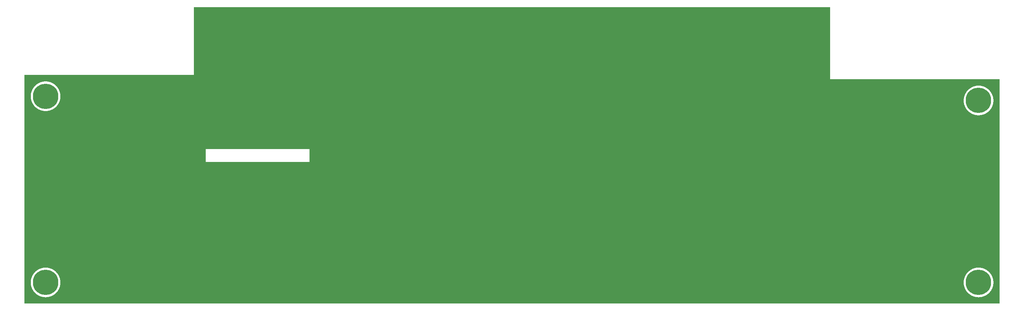
<source format=gbr>
%FSTAX66Y66*%
%MOMM*%
%SFA1B1*%

%IPPOS*%
%ADD12C,5.999988*%
%ADD13C,0.699999*%
%LNduts_copper_signal_bot-1*%
%LPD*%
G36*
X000190000001Y000052999995D02*
X000229999997D01*
Y0*
X0*
Y000053998393*
X000039999996Y000053998368*
Y000069999555*
X000190000001*
Y000052999995*
G37*
%LNduts_copper_signal_bot-2*%
%LPC*%
G36*
X000005025923Y000052499996D02*
X000004974056D01*
X000004922189Y000052499234*
X000004870348Y000052497685*
X000004818532Y000052495373*
X000004766767Y0000524923*
X000004715027Y000052488465*
X000004663389Y000052483867*
X000004611776Y000052478508*
X00000456029Y000052472361*
X000004508881Y000052465478*
X000004457598Y000052457807*
X000004406417Y000052449399*
X000004355363Y000052440205*
X000004304436Y000052430273*
X000004253687Y000052419605*
X000004203115Y000052408175*
X000004152696Y000052395983*
X000004102455Y000052383055*
X000004052417Y000052369389*
X000004002608Y000052354962*
X000003953002Y000052339824*
X000003903624Y000052323949*
X000003854475Y000052307337*
X000003805605Y000052289989*
X000003756964Y00005227193*
X000003708628Y000052253159*
X000003660571Y000052233652*
X000003612794Y000052213459*
X000003565321Y000052192555*
X000003518179Y000052170939*
X000003471367Y000052148638*
X000003424859Y000052125626*
X000003378708Y000052101953*
X000003332937Y000052077594*
X000003287496Y00005205255*
X000003242462Y000052026845*
X000003197809Y000052000454*
X000003153537Y000051973429*
X000003109696Y000051945743*
X000003066237Y000051917396*
X000003023209Y000051888415*
X000002980639Y000051858824*
X0000029385Y000051828573*
X000002896819Y000051797712*
X000002855569Y000051766241*
X000002814828Y000051734161*
X000002774543Y000051701496*
X000002734767Y000051668222*
X000002695473Y000051634339*
X000002656687Y000051599922*
X000002618409Y000051564895*
X000002580665Y000051529335*
X000002543454Y000051493216*
X000002506776Y000051456539*
X000002470658Y000051419328*
X000002435098Y000051381558*
X000002400071Y000051343306*
X000002365629Y00005130452*
X00000233177Y000051265226*
X000002298496Y00005122545*
X000002265807Y000051185165*
X000002233726Y000051144398*
X000002202256Y000051103174*
X000002171395Y000051061493*
X000002141169Y000051019354*
X000002111578Y000050976758*
X000002082596Y000050933756*
X00000205425Y000050890297*
X000002026564Y000050846456*
X000001999538Y000050802184*
X000001973148Y000050757505*
X000001947443Y000050712471*
X000001922399Y000050667056*
X00000189804Y00005062126*
X000001874367Y000050575133*
X000001851355Y000050528626*
X000001829054Y000050481814*
X000001807438Y000050434646*
X000001786534Y000050387199*
X000001766316Y000050339421*
X000001746834Y000050291365*
X000001728063Y000050243003*
X000001710004Y000050194387*
X000001692656Y000050145518*
X000001676044Y000050096369*
X000001660169Y000050046991*
X000001645005Y000049997385*
X000001630603Y000049947576*
X000001616938Y000049897538*
X00000160401Y000049847296*
X000001591818Y000049796877*
X000001580388Y000049746306*
X00000156972Y000049695531*
X000001559788Y00004964463*
X000001550593Y000049593576*
X000001542186Y000049542395*
X000001534515Y000049491112*
X000001527632Y000049439703*
X000001521485Y000049388191*
X000001516126Y000049336604*
X000001511528Y00004928494*
X000001507667Y000049233226*
X000001504619Y000049181435*
X000001502308Y000049129645*
X000001500759Y000049077778*
X000001499997Y000049025937*
Y000048974044*
X000001500759Y000048922203*
X000001502308Y000048870362*
X000001504619Y000048818546*
X000001507667Y000048766755*
X000001511528Y000048715041*
X000001516126Y000048663377*
X000001521485Y00004861179*
X000001527632Y000048560278*
X000001534515Y000048508869*
X000001542186Y000048457586*
X000001550593Y000048406405*
X000001559788Y000048355351*
X00000156972Y00004830445*
X000001580388Y000048253675*
X000001591818Y000048203104*
X00000160401Y000048152685*
X000001616938Y000048102469*
X000001630603Y000048052431*
X000001645005Y000048002596*
X000001660169Y00004795299*
X000001676044Y000047903612*
X000001692656Y000047854489*
X000001710004Y000047805594*
X000001728063Y000047756978*
X000001746834Y000047708616*
X000001766316Y00004766056*
X000001786534Y000047612808*
X000001807438Y000047565335*
X000001829054Y000047518167*
X000001851355Y000047471355*
X000001874367Y000047424873*
X00000189804Y000047378721*
X000001922399Y000047332925*
X000001947443Y00004728751*
X000001973148Y000047242476*
X000001999538Y000047197797*
X000002026564Y000047153525*
X00000205425Y000047109684*
X000002082596Y000047066225*
X000002111578Y000047023223*
X000002141169Y000046980627*
X000002171395Y000046938488*
X000002202256Y000046896807*
X000002233726Y000046855583*
X000002265807Y000046814816*
X000002298496Y000046774557*
X00000233177Y000046734755*
X000002365629Y000046695461*
X000002400071Y000046656675*
X000002435098Y000046618423*
X000002470658Y000046580679*
X000002506776Y000046543468*
X000002543454Y00004650679*
X000002580665Y000046470646*
X000002618409Y000046435086*
X000002656687Y000046400059*
X000002695473Y000046365642*
X000002734767Y000046331784*
X000002774543Y000046298485*
X000002814828Y00004626582*
X000002855569Y00004623374*
X000002896819Y000046202269*
X0000029385Y000046171408*
X000002980639Y000046141182*
X000003023209Y000046111566*
X000003066237Y000046082585*
X000003109696Y000046054238*
X000003153537Y000046026578*
X000003197809Y000045999527*
X000003242462Y000045973161*
X000003287496Y000045947431*
X000003332937Y000045922412*
X000003378708Y000045898028*
X000003424859Y000045874355*
X000003471367Y000045851368*
X000003518179Y000045829042*
X000003565321Y000045807426*
X000003612794Y000045786522*
X000003660571Y000045766329*
X000003708628Y000045746847*
X000003756964Y000045728051*
X000003805605Y000045709992*
X000003854475Y000045692669*
X000003903624Y000045676058*
X000003953002Y000045660157*
X000004002608Y000045645019*
X000004052417Y000045630617*
X000004102455Y000045616926*
X000004152696Y000045603998*
X000004203115Y000045591831*
X000004253687Y000045580376*
X000004304436Y000045569708*
X000004355363Y000045559776*
X000004406417Y000045550607*
X000004457598Y000045542174*
X000004508881Y000045534529*
X00000456029Y00004552762*
X000004611776Y000045521499*
X000004663389Y000045516139*
X000004715027Y000045511516*
X000004766767Y000045507681*
X000004818532Y000045504608*
X000004870348Y000045502296*
X000004922189Y000045500772*
X000004974056Y000045499985*
X000005025923*
X00000507779Y000045500772*
X000005129631Y000045502296*
X000005181447Y000045504608*
X000005233238Y000045507681*
X000005284952Y000045511516*
X000005336616Y000045516139*
X000005388203Y000045521499*
X000005439689Y00004552762*
X000005491099Y000045534529*
X000005542407Y000045542174*
X000005593588Y000045550607*
X000005644642Y000045559776*
X000005695543Y000045569708*
X000005746292Y000045580376*
X000005796889Y000045591831*
X000005847308Y000045603998*
X000005897549Y000045616926*
X000005947562Y000045630617*
X000005997397Y000045645019*
X000006047003Y000045660157*
X000006096355Y000045676058*
X000006145504Y000045692669*
X000006194399Y000045709992*
X000006243015Y000045728051*
X000006291351Y000045746847*
X000006339433Y000045766329*
X000006387185Y000045786522*
X000006434658Y000045807426*
X0000064818Y000045829042*
X000006528638Y000045851368*
X00000657512Y000045874355*
X000006621272Y000045898028*
X000006667068Y000045922412*
X000006712483Y000045947431*
X000006757517Y000045973161*
X000006802196Y000045999527*
X000006846443Y000046026578*
X000006890308Y000046054238*
X000006933742Y000046082585*
X00000697677Y000046111566*
X00000701934Y000046141182*
X000007061479Y000046171408*
X000007103186Y000046202269*
X00000714441Y00004623374*
X000007185177Y00004626582*
X000007225436Y000046298485*
X000007265238Y000046331784*
X000007304506Y000046365642*
X000007343292Y000046400059*
X00000738157Y000046435086*
X000007419314Y000046470646*
X000007456525Y00004650679*
X000007493203Y000046543468*
X000007529322Y000046580679*
X000007564907Y000046618423*
X000007599908Y000046656675*
X000007634351Y000046695461*
X000007668209Y000046734755*
X000007701483Y000046774557*
X000007734173Y000046814816*
X000007766253Y000046855583*
X000007797723Y000046896807*
X000007828584Y000046938488*
X00000785881Y000046980627*
X000007888427Y000047023223*
X000007917408Y000047066225*
X000007945729Y000047109684*
X000007973415Y000047153525*
X000008000466Y000047197797*
X000008026831Y000047242476*
X000008052536Y00004728751*
X000008077581Y000047332925*
X000008101939Y000047378721*
X000008125637Y000047424873*
X000008148624Y000047471355*
X000008170926Y000047518167*
X000008192541Y000047565335*
X000008213445Y000047612808*
X000008233664Y00004766056*
X000008253145Y000047708616*
X000008271916Y000047756978*
X000008290001Y000047805594*
X000008307324Y000047854489*
X000008323935Y000047903612*
X000008339835Y00004795299*
X000008354974Y000048002596*
X000008369376Y000048052431*
X000008383066Y000048102469*
X000008395995Y000048152685*
X000008408162Y000048203104*
X000008419592Y000048253675*
X000008430285Y00004830445*
X000008440216Y000048355351*
X000008449386Y000048406405*
X000008457819Y000048457586*
X000008465464Y000048508869*
X000008472347Y000048560278*
X000008478494Y00004861179*
X000008483879Y000048663377*
X000008488476Y000048715041*
X000008492312Y000048766755*
X000008495385Y000048818546*
X000008497697Y000048870362*
X000008499221Y000048922203*
X000008500008Y000048974044*
Y000049025937*
X000008499221Y000049077778*
X000008497697Y000049129645*
X000008495385Y000049181435*
X000008492312Y000049233226*
X000008488476Y00004928494*
X000008483879Y000049336604*
X000008478494Y000049388191*
X000008472347Y000049439703*
X000008465464Y000049491112*
X000008457819Y000049542395*
X000008449386Y000049593576*
X000008440216Y00004964463*
X000008430285Y000049695531*
X000008419592Y000049746306*
X000008408162Y000049796877*
X000008395995Y000049847296*
X000008383066Y000049897538*
X000008369376Y000049947576*
X000008354974Y000049997385*
X000008339835Y000050046991*
X000008323935Y000050096369*
X000008307324Y000050145518*
X000008290001Y000050194387*
X000008271916Y000050243003*
X000008253145Y000050291365*
X000008233664Y000050339421*
X000008213445Y000050387199*
X000008192541Y000050434646*
X000008170926Y000050481814*
X000008148624Y000050528626*
X000008125637Y000050575133*
X000008101939Y00005062126*
X000008077581Y000050667056*
X000008052536Y000050712471*
X000008026831Y000050757505*
X000008000466Y000050802184*
X000007973415Y000050846456*
X000007945729Y000050890297*
X000007917408Y000050933756*
X000007888427Y000050976758*
X00000785881Y000051019354*
X000007828584Y000051061493*
X000007797723Y000051103174*
X000007766253Y000051144398*
X000007734173Y000051185165*
X000007701483Y00005122545*
X000007668209Y000051265226*
X000007634351Y00005130452*
X000007599908Y000051343306*
X000007564907Y000051381558*
X000007529322Y000051419328*
X000007493203Y000051456539*
X000007456525Y000051493216*
X000007419314Y000051529335*
X00000738157Y000051564895*
X000007343292Y000051599922*
X000007304506Y000051634339*
X000007265238Y000051668222*
X000007225436Y000051701496*
X000007185177Y000051734161*
X00000714441Y000051766241*
X000007103186Y000051797712*
X000007061479Y000051828573*
X00000701934Y000051858824*
X00000697677Y000051888415*
X000006933742Y000051917396*
X000006890308Y000051945743*
X000006846443Y000051973429*
X000006802196Y000052000454*
X000006757517Y000052026845*
X000006712483Y00005205255*
X000006667068Y000052077594*
X000006621272Y000052101953*
X00000657512Y000052125626*
X000006528638Y000052148638*
X0000064818Y000052170939*
X000006434658Y000052192555*
X000006387185Y000052213459*
X000006339433Y000052233652*
X000006291351Y000052253159*
X000006243015Y00005227193*
X000006194399Y000052289989*
X000006145504Y000052307337*
X000006096355Y000052323949*
X000006047003Y000052339824*
X000005997397Y000052354962*
X000005947562Y000052369389*
X000005897549Y000052383055*
X000005847308Y000052395983*
X000005796889Y000052408175*
X000005746292Y000052419605*
X000005695543Y000052430273*
X000005644642Y000052440205*
X000005593588Y000052449399*
X000005542407Y000052457807*
X000005491099Y000052465478*
X000005439689Y000052472361*
X000005388203Y000052478508*
X000005336616Y000052483867*
X000005284952Y000052488465*
X000005233238Y0000524923*
X000005181447Y000052495373*
X000005129631Y000052497685*
X00000507779Y000052499234*
X000005025923Y000052499996*
G37*
G36*
X000225025915Y000051499973D02*
X000224974073D01*
X000224922207Y000051499211*
X000224870365Y000051497661*
X000224818524Y000051495375*
X000224766759Y000051492302*
X000224715044Y000051488467*
X000224663381Y000051483844*
X000224611793Y000051478484*
X000224560282Y000051472338*
X000224508898Y000051465454*
X00022445759Y000051457783*
X000224406383Y000051449376*
X000224355355Y000051440207*
X000224304453Y000051430275*
X000224253679Y000051419582*
X000224203107Y000051408152*
X000224152688Y00005139596*
X000224102447Y000051383031*
X000224052409Y000051369366*
X0002240026Y000051354964*
X000223952993Y0000513398*
X000223903616Y000051323925*
X000223854467Y000051307314*
X000223805597Y000051289966*
X000223756982Y000051271906*
X00022370862Y000051253136*
X000223660563Y000051233654*
X000223612786Y000051213435*
X000223565339Y000051192531*
X000223518171Y000051170916*
X000223471359Y000051148615*
X000223424851Y000051125628*
X000223378699Y000051101929*
X000223332929Y000051077571*
X000223287513Y000051052526*
X000223242479Y000051026822*
X000223197801Y000051000456*
X000223153528Y000050973405*
X000223109688Y000050945719*
X000223066229Y000050917398*
X000223023201Y000050888417*
X000222980631Y000050858801*
X000222938492Y000050828575*
X000222896811Y000050797714*
X000222855586Y000050766243*
X000222814819Y000050734163*
X00022277456Y000050701473*
X000222734759Y000050668199*
X000222695465Y000050634341*
X000222656679Y000050599898*
X000222618401Y000050564897*
X000222580682Y000050529312*
X000222543446Y000050493193*
X000222506768Y000050456515*
X000222470649Y000050419304*
X000222435089Y00005038156*
X000222400088Y000050343282*
X000222365646Y000050304496*
X000222331788Y000050265203*
X000222298488Y000050225426*
X000222265798Y000050185142*
X000222233744Y0000501444*
X000222202273Y000050103176*
X000222171412Y000050061469*
X000222141161Y000050019331*
X00022211157Y00004997676*
X000222082588Y000049933733*
X000222054242Y000049890299*
X000222026556Y000049846433*
X00022199953Y000049802161*
X000221973165Y000049757507*
X000221947435Y000049712473*
X00022192239Y000049667033*
X000221898057Y000049621262*
X000221874359Y00004957511*
X000221851347Y000049528628*
X000221829045Y00004948179*
X00022180743Y000049434648*
X000221786526Y000049387175*
X000221766333Y000049339398*
X000221746851Y000049291341*
X000221728055Y000049243005*
X000221709996Y000049194389*
X000221692647Y000049145494*
X000221676036Y000049096345*
X000221660186Y000049046968*
X000221645022Y000048997387*
X000221630595Y000048947552*
X00022161693Y000048897514*
X000221604001Y000048847298*
X000221591835Y000048796879*
X000221580379Y000048746283*
X000221569711Y000048695533*
X000221559755Y000048644606*
X000221550585Y000048593578*
X000221542178Y000048542397*
X000221534532Y000048491089*
X000221527624Y000048439679*
X000221521502Y000048388193*
X000221516117Y000048336606*
X00022151152Y000048284942*
X000221507685Y000048233203*
X000221504611Y000048181437*
X000221502274Y000048129621*
X00022150075Y00004807778*
X000221500014Y000048025913*
Y000047974046*
X00022150075Y00004792218*
X000221502274Y000047870338*
X000221504611Y000047818522*
X000221507685Y000047766757*
X00022151152Y000047715017*
X000221516117Y000047663379*
X000221521502Y000047611766*
X000221527624Y00004756028*
X000221534532Y000047508871*
X000221542178Y000047457563*
X000221550585Y000047406382*
X000221559755Y000047355328*
X000221569711Y000047304426*
X000221580379Y000047253677*
X000221591835Y00004720308*
X000221604001Y000047152661*
X00022161693Y000047102445*
X000221630595Y000047052407*
X000221645022Y000047002598*
X000221660186Y000046952966*
X000221676036Y000046903614*
X000221692647Y000046854465*
X000221709996Y000046805596*
X000221728055Y000046756955*
X000221746851Y000046708618*
X000221766333Y000046660536*
X000221786526Y000046612784*
X00022180743Y000046565312*
X000221829045Y000046518169*
X000221851347Y000046471332*
X000221874359Y00004642485*
X000221898057Y000046378698*
X00022192239Y000046332927*
X000221947435Y000046287486*
X000221973165Y000046242452*
X00022199953Y000046197799*
X000222026556Y000046153527*
X000222054242Y000046109661*
X000222082588Y000046066227*
X00022211157Y000046023199*
X000222141161Y000045980629*
X000222171412Y00004593849*
X000222202273Y000045896809*
X000222233744Y000045855559*
X000222265798Y000045814818*
X000222298488Y000045774533*
X000222331788Y000045734757*
X000222365646Y000045695463*
X000222400088Y000045656677*
X000222435089Y0000456184*
X000222470649Y000045580655*
X000222506768Y000045543444*
X000222543446Y000045506767*
X000222580682Y000045470648*
X000222618401Y000045435062*
X000222656679Y000045400061*
X000222695465Y000045365619*
X000222734759Y000045331761*
X00022277456Y000045298487*
X000222814819Y000045265797*
X000222855586Y000045233717*
X000222896811Y000045202246*
X000222938492Y000045171385*
X000222980631Y000045141159*
X000223023201Y000045111543*
X000223066229Y000045082587*
X000223109688Y00004505424*
X000223153528Y000045026554*
X000223197801Y000044999529*
X000223242479Y000044973138*
X000223287513Y000044947433*
X000223332929Y000044922389*
X000223378699Y00004489803*
X000223424851Y000044874332*
X000223471359Y000044851345*
X000223518171Y000044829044*
X000223565339Y000044807428*
X000223612786Y000044786524*
X000223660563Y000044766306*
X00022370862Y000044746824*
X000223756982Y000044728053*
X000223805597Y000044709969*
X000223854467Y000044692646*
X000223903616Y000044676034*
X000223952993Y000044660159*
X0002240026Y000044644995*
X000224052409Y000044630594*
X000224102447Y000044616928*
X000224152688Y000044604*
X000224203107Y000044591808*
X000224253679Y000044580378*
X000224304453Y000044569684*
X000224355355Y000044559753*
X000224406383Y000044550584*
X00022445759Y000044542176*
X000224508898Y000044534505*
X000224560282Y000044527622*
X000224611793Y000044521475*
X000224663381Y000044516116*
X000224715044Y000044511518*
X000224766759Y000044507658*
X000224818524Y000044504584*
X000224870365Y000044502298*
X000224922207Y000044500749*
X000224974073Y000044499987*
X000225025915*
X000225077782Y000044500749*
X000225129623Y000044502298*
X000225181439Y000044504584*
X00022523323Y000044507658*
X000225284944Y000044511518*
X000225336608Y000044516116*
X000225388195Y000044521475*
X000225439706Y000044527622*
X000225491116Y000044534505*
X000225542398Y000044542176*
X000225593579Y000044550584*
X000225644633Y000044559753*
X000225695535Y000044569684*
X00022574631Y000044580378*
X000225796906Y000044591808*
X0002258473Y000044604*
X000225897516Y000044616928*
X000225947554Y000044630594*
X000225997389Y000044644995*
X000226046995Y000044660159*
X000226096347Y000044676034*
X000226145496Y000044692646*
X000226194391Y000044709969*
X000226243007Y000044728053*
X000226291368Y000044746824*
X000226339425Y000044766306*
X000226387202Y000044786524*
X000226434675Y000044807428*
X000226481817Y000044829044*
X000226528655Y000044851345*
X000226575112Y000044874332*
X000226621263Y00004489803*
X00022666706Y000044922389*
X000226712475Y000044947433*
X000226757509Y000044973138*
X000226802188Y000044999529*
X00022684646Y000045026554*
X0002268903Y00004505424*
X00022693376Y000045082587*
X000226976762Y000045111543*
X000227019358Y000045141159*
X000227061471Y000045171385*
X000227103178Y000045202246*
X000227144402Y000045233717*
X000227185169Y000045265797*
X000227225428Y000045298487*
X00022726523Y000045331761*
X000227304523Y000045365619*
X000227343309Y000045400061*
X000227381562Y000045435062*
X000227419306Y000045470648*
X000227456517Y000045506767*
X00022749322Y000045543444*
X000227529339Y000045580655*
X000227564899Y0000456184*
X000227599925Y000045656677*
X000227634342Y000045695463*
X000227668201Y000045734757*
X0002277015Y000045774533*
X000227734164Y000045814818*
X000227766245Y000045855559*
X000227797715Y000045896809*
X000227828576Y00004593849*
X000227858828Y000045980629*
X000227888419Y000046023199*
X000227917375Y000046066227*
X000227945746Y000046109661*
X000227973407Y000046153527*
X000228000458Y000046197799*
X000228026823Y000046242452*
X000228052553Y000046287486*
X000228077598Y000046332927*
X000228101956Y000046378698*
X000228125629Y00004642485*
X000228148616Y000046471332*
X000228170917Y000046518169*
X000228192558Y000046565312*
X000228213462Y000046612784*
X000228233655Y000046660536*
X000228253137Y000046708618*
X000228271933Y000046756955*
X000228289967Y000046805596*
X000228307315Y000046854465*
X000228323927Y000046903614*
X000228339827Y000046952966*
X000228354966Y000047002598*
X000228369368Y000047052407*
X000228383058Y000047102445*
X000228395987Y000047152661*
X000228408153Y00004720308*
X000228419609Y000047253677*
X000228430277Y000047304426*
X000228440208Y000047355328*
X000228449378Y000047406382*
X00022845781Y000047457563*
X000228465456Y000047508871*
X000228472365Y00004756028*
X000228478486Y000047611766*
X000228483845Y000047663379*
X000228488468Y000047715017*
X000228492304Y000047766757*
X000228495377Y000047818522*
X000228497688Y000047870338*
X000228499238Y00004792218*
X000228499974Y000047974046*
Y000048025913*
X000228499238Y00004807778*
X000228497688Y000048129621*
X000228495377Y000048181437*
X000228492304Y000048233203*
X000228488468Y000048284942*
X000228483845Y000048336606*
X000228478486Y000048388193*
X000228472365Y000048439679*
X000228465456Y000048491089*
X00022845781Y000048542397*
X000228449378Y000048593578*
X000228440208Y000048644606*
X000228430277Y000048695533*
X000228419609Y000048746283*
X000228408153Y000048796879*
X000228395987Y000048847298*
X000228383058Y000048897514*
X000228369368Y000048947552*
X000228354966Y000048997387*
X000228339827Y000049046968*
X000228323927Y000049096345*
X000228307315Y000049145494*
X000228289967Y000049194389*
X000228271933Y000049243005*
X000228253137Y000049291341*
X000228233655Y000049339398*
X000228213462Y000049387175*
X000228192558Y000049434648*
X000228170917Y00004948179*
X000228148616Y000049528628*
X000228125629Y00004957511*
X000228101956Y000049621262*
X000228077598Y000049667033*
X000228052553Y000049712473*
X000228026823Y000049757507*
X000228000458Y000049802161*
X000227973407Y000049846433*
X000227945746Y000049890299*
X000227917375Y000049933733*
X000227888419Y00004997676*
X000227858828Y000050019331*
X000227828576Y000050061469*
X000227797715Y000050103176*
X000227766245Y0000501444*
X000227734164Y000050185142*
X0002277015Y000050225426*
X000227668201Y000050265203*
X000227634342Y000050304496*
X000227599925Y000050343282*
X000227564899Y00005038156*
X000227529339Y000050419304*
X00022749322Y000050456515*
X000227456517Y000050493193*
X000227419306Y000050529312*
X000227381562Y000050564897*
X000227343309Y000050599898*
X000227304523Y000050634341*
X00022726523Y000050668199*
X000227225428Y000050701473*
X000227185169Y000050734163*
X000227144402Y000050766243*
X000227103178Y000050797714*
X000227061471Y000050828575*
X000227019358Y000050858801*
X000226976762Y000050888417*
X00022693376Y000050917398*
X0002268903Y000050945719*
X00022684646Y000050973405*
X000226802188Y000051000456*
X000226757509Y000051026822*
X000226712475Y000051052526*
X00022666706Y000051077571*
X000226621263Y000051101929*
X000226575112Y000051125628*
X000226528655Y000051148615*
X000226481817Y000051170916*
X000226434675Y000051192531*
X000226387202Y000051213435*
X000226339425Y000051233654*
X000226291368Y000051253136*
X000226243007Y000051271906*
X000226194391Y000051289966*
X000226145496Y000051307314*
X000226096347Y000051323925*
X000226046995Y0000513398*
X000225997389Y000051354964*
X000225947554Y000051369366*
X000225897516Y000051383031*
X0002258473Y00005139596*
X000225796906Y000051408152*
X00022574631Y000051419582*
X000225695535Y000051430275*
X000225644633Y000051440207*
X000225593579Y000051449376*
X000225542398Y000051457783*
X000225491116Y000051465454*
X000225439706Y000051472338*
X000225388195Y000051478484*
X000225336608Y000051483844*
X000225284944Y000051488467*
X00022523323Y000051492302*
X000225181439Y000051495375*
X000225129623Y000051497661*
X000225077782Y000051499211*
X000225025915Y000051499973*
G37*
G36*
X000067221989Y000036499393D02*
X000042777994D01*
Y000033499399*
X000067221989*
Y000036499393*
G37*
G36*
X000225025915Y000008501608D02*
X000224974048D01*
X000224922181Y000008500846*
X00022487034Y000008499297*
X000224818524Y000008496985*
X000224766733Y000008493937*
X000224715019Y000008490077*
X000224663355Y000008485479*
X000224611768Y000008480094*
X000224560282Y000008473973*
X000224508872Y00000846709*
X000224457564Y000008459419*
X000224406383Y000008451011*
X000224355329Y000008441817*
X000224304428Y000008431885*
X000224253679Y000008421217*
X000224203082Y000008409787*
X000224152663Y000008397595*
X000224102447Y000008384666*
X000224052409Y000008371001*
X000224002574Y000008356599*
X000223952968Y000008341436*
X00022390359Y000008325561*
X000223854467Y000008308949*
X000223805597Y000008291601*
X000223756956Y000008273542*
X00022370862Y000008254771*
X000223660538Y000008235289*
X000223612786Y000008215071*
X000223565313Y000008194167*
X000223518145Y000008172551*
X000223471333Y00000815025*
X000223424851Y000008127238*
X000223378699Y000008103565*
X000223332929Y000008079206*
X000223287488Y000008054162*
X000223242454Y000008028457*
X000223197775Y000008002066*
X000223153528Y000007975041*
X000223109663Y000007947355*
X000223066229Y000007919008*
X000223023201Y000007890052*
X000222980631Y000007860436*
X000222938467Y000007830185*
X000222896785Y000007799349*
X000222855561Y000007767878*
X000222814819Y000007735798*
X000222774535Y000007703108*
X000222734759Y000007669834*
X000222695465Y000007635976*
X000222656679Y000007601534*
X000222618401Y000007566507*
X000222580657Y000007530947*
X000222543446Y000007494828*
X000222506768Y000007458151*
X000222470649Y000007420914*
X000222435064Y000007383195*
X000222400063Y000007344918*
X00022236562Y000007306132*
X000222331762Y000007266838*
X000222298488Y000007227062*
X000222265798Y000007186777*
X000222233718Y000007146036*
X000222202248Y000007104786*
X000222171387Y000007063105*
X000222141161Y000007020966*
X000222111544Y000006978396*
X000222082563Y000006935368*
X000222054216Y000006891909*
X000222026556Y000006848068*
X000221999505Y000006803796*
X00022197314Y000006759143*
X000221947409Y000006714109*
X000221922365Y000006668668*
X000221898006Y000006622897*
X000221874334Y000006576745*
X000221851347Y000006530238*
X000221829045Y000006483426*
X000221807405Y000006436283*
X000221786526Y000006388811*
X000221766307Y000006341033*
X000221746826Y000006292977*
X00022172803Y000006244615*
X00022170997Y000006195999*
X000221692647Y00000614713*
X000221676036Y000006097981*
X000221660135Y000006048603*
X000221644997Y000005998997*
X000221630595Y000005949188*
X000221616905Y00000589915*
X000221603976Y000005848908*
X000221591809Y000005798515*
X000221580379Y000005747918*
X000221569686Y000005697169*
X000221559755Y000005646242*
X000221550585Y000005595188*
X000221542178Y000005544032*
X000221534507Y000005492724*
X000221527598Y000005441315*
X000221521477Y000005389829*
X000221516092Y000005338216*
X000221511495Y000005286578*
X000221507659Y000005234838*
X000221504586Y000005183073*
X000221502274Y000005131257*
X00022150075Y000005079415*
X000221499963Y000005027549*
Y000004975682*
X00022150075Y000004923815*
X000221502274Y000004871974*
X000221504586Y000004820158*
X000221507659Y000004768367*
X000221511495Y000004716653*
X000221516092Y000004664989*
X000221521477Y000004613402*
X000221527598Y000004561916*
X000221534507Y000004510506*
X000221542178Y000004459198*
X000221550585Y000004408017*
X000221559755Y000004356963*
X000221569686Y000004306062*
X000221580379Y000004255312*
X000221591809Y000004204716*
X000221603976Y000004154297*
X000221616905Y000004104055*
X000221630595Y000004054043*
X000221644997Y000004004208*
X000221660135Y000003954602*
X000221676036Y00000390525*
X000221692647Y000003856101*
X00022170997Y000003807206*
X00022172803Y00000375859*
X000221746826Y000003710254*
X000221766307Y000003662172*
X000221786526Y00000361442*
X000221807405Y000003566947*
X000221829045Y000003519805*
X000221851347Y000003472967*
X000221874334Y000003426485*
X000221898006Y000003380333*
X000221922365Y000003334537*
X000221947409Y000003289122*
X00022197314Y000003244088*
X000221999505Y000003199409*
X000222026556Y000003155162*
X000222054216Y000003111296*
X000222082563Y000003067862*
X000222111544Y000003024835*
X000222141161Y000002982264*
X000222171387Y000002940126*
X000222202248Y000002898419*
X000222233718Y000002857195*
X000222265798Y000002816428*
X000222298488Y000002776169*
X000222331762Y000002736367*
X00022236562Y000002697099*
X000222400063Y000002658313*
X000222435064Y000002620035*
X000222470649Y000002582291*
X000222506768Y00000254508*
X000222543446Y000002508402*
X000222580657Y000002472283*
X000222618401Y000002436698*
X000222656679Y000002401697*
X000222695465Y000002367254*
X000222734759Y000002333396*
X000222774535Y000002300122*
X000222814819Y000002267432*
X000222855561Y000002235352*
X000222896785Y000002203881*
X000222938467Y00000217302*
X000222980631Y000002142794*
X000223023201Y000002113178*
X000223066229Y000002084196*
X000223109663Y000002055876*
X000223153528Y00000202819*
X000223197775Y000002001139*
X000223242454Y000001974773*
X000223287488Y000001949069*
X000223332929Y000001924024*
X000223378699Y000001899666*
X000223424851Y000001875967*
X000223471333Y00000185298*
X000223518145Y000001830679*
X000223565313Y000001809064*
X000223612786Y00000178816*
X000223660538Y000001767941*
X00022370862Y000001748459*
X000223756956Y000001729689*
X000223805597Y000001711604*
X000223854467Y000001694281*
X00022390359Y00000167767*
X000223952968Y000001661795*
X000224002574Y000001646631*
X000224052409Y000001632229*
X000224102447Y000001618538*
X000224152663Y000001605635*
X000224203082Y000001593443*
X000224253679Y000001582013*
X000224304428Y00000157132*
X000224355329Y000001561388*
X000224406383Y000001552219*
X000224457564Y000001543786*
X000224508872Y000001536141*
X000224560282Y000001529257*
X000224611768Y000001523111*
X000224663355Y000001517726*
X000224715019Y000001513128*
X000224766733Y000001509293*
X000224818524Y00000150622*
X00022487034Y000001503908*
X000224922181Y000001502384*
X000224974048Y000001501622*
X000225025915*
X000225077756Y000001502384*
X000225129598Y000001503908*
X000225181439Y00000150622*
X000225233204Y000001509293*
X000225284919Y000001513128*
X000225336608Y000001517726*
X00022538817Y000001523111*
X000225439681Y000001529257*
X00022549109Y000001536141*
X000225542398Y000001543786*
X000225593579Y000001552219*
X000225644608Y000001561388*
X000225695535Y00000157132*
X000225746284Y000001582013*
X000225796856Y000001593443*
X0002258473Y000001605635*
X000225897516Y000001618538*
X000225947554Y000001632229*
X000225997363Y000001646631*
X000226046995Y000001661795*
X000226096347Y00000167767*
X000226145471Y000001694281*
X000226194366Y000001711604*
X000226242981Y000001729689*
X000226291343Y000001748459*
X0002263394Y000001767941*
X000226387177Y00000178816*
X00022643465Y000001809064*
X000226481792Y000001830679*
X00022652863Y00000185298*
X000226575112Y000001875967*
X000226621238Y000001899666*
X000226667034Y000001924024*
X000226712449Y000001949069*
X000226757509Y000001974773*
X000226802188Y000002001139*
X000226846434Y00000202819*
X000226890275Y000002055876*
X000226933734Y000002084196*
X000226976736Y000002113178*
X000227019332Y000002142794*
X000227061471Y00000217302*
X000227103178Y000002203881*
X000227144376Y000002235352*
X000227185169Y000002267432*
X000227225428Y000002300122*
X000227265204Y000002333396*
X000227304498Y000002367254*
X000227343284Y000002401697*
X000227381536Y000002436698*
X000227419306Y000002472283*
X000227456517Y000002508402*
X000227493169Y00000254508*
X000227529313Y000002582291*
X000227564899Y000002620035*
X0002275999Y000002658313*
X000227634342Y000002697099*
X000227668201Y000002736367*
X000227701475Y000002776169*
X000227734139Y000002816428*
X000227766219Y000002857195*
X00022779769Y000002898419*
X000227828551Y000002940126*
X000227858802Y000002982264*
X000227888393Y000003024835*
X000227917375Y000003067862*
X000227945696Y000003111296*
X000227973407Y000003155162*
X000228000433Y000003199409*
X000228026798Y000003244088*
X000228052528Y000003289122*
X000228077572Y000003334537*
X000228101931Y000003380333*
X000228125629Y000003426485*
X000228148616Y000003472967*
X000228170917Y000003519805*
X000228192533Y000003566947*
X000228213437Y00000361442*
X000228233655Y000003662172*
X000228253137Y000003710254*
X000228271908Y00000375859*
X000228289967Y000003807206*
X000228307315Y000003856101*
X000228323927Y00000390525*
X000228339802Y000003954602*
X000228354966Y000004004208*
X000228369368Y000004054043*
X000228383058Y000004104055*
X000228395961Y000004154297*
X000228408153Y000004204716*
X000228419583Y000004255312*
X000228430277Y000004306062*
X000228440208Y000004356963*
X000228449378Y000004408017*
X000228457785Y000004459198*
X00022846543Y000004510506*
X000228472339Y000004561916*
X000228478486Y000004613402*
X000228483845Y000004664989*
X000228488443Y000004716653*
X000228492278Y000004768367*
X000228495377Y000004820158*
X000228497663Y000004871974*
X000228499212Y000004923815*
X000228499974Y000004975682*
Y000005027549*
X000228499212Y000005079415*
X000228497663Y000005131257*
X000228495377Y000005183073*
X000228492278Y000005234838*
X000228488443Y000005286578*
X000228483845Y000005338216*
X000228478486Y000005389829*
X000228472339Y000005441315*
X00022846543Y000005492724*
X000228457785Y000005544032*
X000228449378Y000005595188*
X000228440208Y000005646242*
X000228430277Y000005697169*
X000228419583Y000005747918*
X000228408153Y000005798515*
X000228395961Y000005848908*
X000228383058Y00000589915*
X000228369368Y000005949188*
X000228354966Y000005998997*
X000228339802Y000006048603*
X000228323927Y000006097981*
X000228307315Y00000614713*
X000228289967Y000006195999*
X000228271908Y000006244615*
X000228253137Y000006292977*
X000228233655Y000006341033*
X000228213437Y000006388811*
X000228192533Y000006436283*
X000228170917Y000006483426*
X000228148616Y000006530238*
X000228125629Y000006576745*
X000228101931Y000006622897*
X000228077572Y000006668668*
X000228052528Y000006714109*
X000228026798Y000006759143*
X000228000433Y000006803796*
X000227973407Y000006848068*
X000227945696Y000006891909*
X000227917375Y000006935368*
X000227888393Y000006978396*
X000227858802Y000007020966*
X000227828551Y000007063105*
X00022779769Y000007104786*
X000227766219Y000007146036*
X000227734139Y000007186777*
X000227701475Y000007227062*
X000227668201Y000007266838*
X000227634342Y000007306132*
X0002275999Y000007344918*
X000227564899Y000007383195*
X000227529313Y000007420914*
X000227493169Y000007458151*
X000227456517Y000007494828*
X000227419306Y000007530947*
X000227381536Y000007566507*
X000227343284Y000007601534*
X000227304498Y000007635976*
X000227265204Y000007669834*
X000227225428Y000007703108*
X000227185169Y000007735798*
X000227144376Y000007767878*
X000227103178Y000007799349*
X000227061471Y000007830185*
X000227019332Y000007860436*
X000226976736Y000007890052*
X000226933734Y000007919008*
X000226890275Y000007947355*
X000226846434Y000007975041*
X000226802188Y000008002066*
X000226757509Y000008028457*
X000226712449Y000008054162*
X000226667034Y000008079206*
X000226621238Y000008103565*
X000226575112Y000008127238*
X00022652863Y00000815025*
X000226481792Y000008172551*
X00022643465Y000008194167*
X000226387177Y000008215071*
X0002263394Y000008235289*
X000226291343Y000008254771*
X000226242981Y000008273542*
X000226194366Y000008291601*
X000226145471Y000008308949*
X000226096347Y000008325561*
X000226046995Y000008341436*
X000225997363Y000008356599*
X000225947554Y000008371001*
X000225897516Y000008384666*
X0002258473Y000008397595*
X000225796856Y000008409787*
X000225746284Y000008421217*
X000225695535Y000008431885*
X000225644608Y000008441817*
X000225593579Y000008451011*
X000225542398Y000008459419*
X00022549109Y00000846709*
X000225439681Y000008473973*
X00022538817Y000008480094*
X000225336608Y000008485479*
X000225284919Y000008490077*
X000225233204Y000008493937*
X000225181439Y000008496985*
X000225129598Y000008499297*
X000225077756Y000008500846*
X000225025915Y000008501608*
G37*
G36*
X000005025948Y000008500008D02*
X000004974056D01*
X000004922215Y000008499246*
X000004870348Y000008497697*
X000004818557Y000008495385*
X000004766767Y000008492312*
X000004715052Y000008488476*
X000004663389Y000008483879*
X000004611801Y00000847852*
X00000456029Y000008472373*
X000004508881Y000008465489*
X000004457598Y000008457819*
X000004406417Y000008449386*
X000004355363Y000008440216*
X000004304436Y000008430285*
X000004253687Y000008419617*
X000004203115Y000008408187*
X000004152696Y000008395995*
X000004102455Y000008383066*
X000004052417Y000008369376*
X000004002608Y000008354974*
X000003953002Y000008339835*
X000003903624Y000008323935*
X000003854475Y000008307349*
X000003805605Y000008290001*
X00000375699Y000008271941*
X000003708628Y000008253171*
X000003660571Y000008233664*
X000003612794Y000008213471*
X000003565347Y000008192566*
X000003518179Y000008170951*
X000003471367Y00000814865*
X000003424859Y000008125637*
X000003378733Y000008101965*
X000003332937Y000008077606*
X000003287522Y000008052562*
X000003242487Y000008026857*
X000003197809Y000008000466*
X000003153537Y000007973441*
X000003109696Y000007945755*
X000003066237Y000007917408*
X000003023235Y000007888427*
X000002980639Y000007858836*
X0000029385Y000007828584*
X000002896819Y000007797723*
X000002855595Y000007766253*
X000002814828Y000007734173*
X000002774569Y000007701508*
X000002734767Y000007668234*
X000002695473Y000007634376*
X000002656687Y000007599934*
X000002618435Y000007564907*
X000002580665Y000007529347*
X000002543479Y000007493228*
X000002506776Y000007456525*
X000002470658Y00000741934*
X000002435098Y00000738157*
X000002400071Y000007343317*
X000002365629Y000007304532*
X00000233177Y000007265238*
X000002298496Y000007225436*
X000002265832Y000007185177*
X000002233752Y00000714441*
X000002202281Y000007103186*
X00000217142Y000007061504*
X000002141169Y000007019366*
X000002111578Y00000697677*
X000002082596Y000006933768*
X00000205425Y000006890308*
X000002026564Y000006846468*
X000001999538Y000006802196*
X000001973148Y000006757543*
X000001947443Y000006712483*
X000001922399Y000006667068*
X00000189804Y000006621272*
X000001874367Y000006575145*
X000001851355Y000006528638*
X000001829054Y000006481826*
X000001807438Y000006434658*
X000001786534Y000006387211*
X000001766341Y000006339433*
X000001746834Y000006291376*
X000001728063Y000006243015*
X000001710004Y000006194399*
X000001692656Y00000614553*
X000001676069Y000006096381*
X000001660169Y000006047003*
X000001645031Y000005997397*
X000001630629Y000005947587*
X000001616938Y000005897549*
X00000160401Y000005847308*
X000001591818Y000005796889*
X000001580388Y000005746318*
X00000156972Y000005695569*
X000001559788Y000005644642*
X000001550619Y000005593588*
X000001542186Y000005542407*
X000001534515Y000005491124*
X000001527632Y000005439714*
X000001521485Y000005388203*
X000001516126Y000005336616*
X000001511528Y000005284952*
X000001507693Y000005233238*
X000001504619Y000005181447*
X000001502308Y000005129657*
X000001500759Y00000507779*
X000001499997Y000005025948*
Y000004974056*
X000001500759Y000004922215*
X000001502308Y000004870373*
X000001504619Y000004818557*
X000001507693Y000004766767*
X000001511528Y000004715052*
X000001516126Y000004663389*
X000001521485Y000004611801*
X000001527632Y00000456029*
X000001534515Y000004508881*
X000001542186Y000004457598*
X000001550619Y000004406417*
X000001559788Y000004355363*
X00000156972Y000004304461*
X000001580388Y000004253712*
X000001591818Y000004203115*
X00000160401Y000004152696*
X000001616938Y000004102455*
X000001630629Y000004052443*
X000001645031Y000004002608*
X000001660169Y000003953002*
X000001676069Y000003903624*
X000001692656Y0000038545*
X000001710004Y000003805605*
X000001728063Y00000375699*
X000001746834Y000003708628*
X000001766341Y000003660571*
X000001786534Y000003612819*
X000001807438Y000003565347*
X000001829054Y000003518179*
X000001851355Y000003471367*
X000001874367Y000003424885*
X00000189804Y000003378733*
X000001922399Y000003332937*
X000001947443Y000003287522*
X000001973148Y000003242487*
X000001999538Y000003197809*
X000002026564Y000003153537*
X00000205425Y000003109696*
X000002082596Y000003066262*
X000002111578Y000003023235*
X000002141169Y000002980639*
X00000217142Y0000029385*
X000002202281Y000002896819*
X000002233752Y000002855595*
X000002265832Y000002814828*
X000002298496Y000002774569*
X00000233177Y000002734767*
X000002365629Y000002695498*
X000002400071Y000002656687*
X000002435098Y000002618435*
X000002470658Y00000258069*
X000002506776Y000002543479*
X000002543479Y000002506802*
X000002580665Y000002470658*
X000002618435Y000002435098*
X000002656687Y000002400096*
X000002695473Y000002365654*
X000002734767Y000002331796*
X000002774569Y000002298496*
X000002814828Y000002265832*
X000002855595Y000002233752*
X000002896819Y000002202281*
X0000029385Y00000217142*
X000002980639Y000002141194*
X000003023235Y000002111578*
X000003066237Y000002082596*
X000003109696Y000002054275*
X000003153537Y000002026589*
X000003197809Y000001999538*
X000003242487Y000001973173*
X000003287522Y000001947468*
X000003332937Y000001922424*
X000003378733Y00000189804*
X000003424859Y000001874367*
X000003471367Y000001851355*
X000003518179Y000001829054*
X000003565347Y000001807438*
X000003612794Y000001786534*
X000003660571Y000001766341*
X000003708628Y000001746859*
X00000375699Y000001728063*
X000003805605Y000001710004*
X000003854475Y000001692656*
X000003903624Y000001676069*
X000003953002Y000001660169*
X000004002608Y000001645031*
X000004052417Y000001630629*
X000004102455Y000001616938*
X000004152696Y00000160401*
X000004203115Y000001591843*
X000004253687Y000001580388*
X000004304436Y00000156972*
X000004355363Y000001559788*
X000004406417Y000001550619*
X000004457598Y000001542186*
X000004508881Y000001534541*
X00000456029Y000001527632*
X000004611801Y00000152151*
X000004663389Y000001516126*
X000004715052Y000001511528*
X000004766767Y000001507693*
X000004818557Y000001504619*
X000004870348Y000001502308*
X000004922215Y000001500784*
X000004974056Y000001499997*
X000005025948*
X00000507779Y000001500784*
X000005129631Y000001502308*
X000005181447Y000001504619*
X000005233238Y000001507693*
X000005284952Y000001511528*
X000005336616Y000001516126*
X000005388203Y00000152151*
X000005439714Y000001527632*
X000005491124Y000001534541*
X000005542407Y000001542186*
X000005593588Y000001550619*
X000005644642Y000001559788*
X000005695543Y00000156972*
X000005746318Y000001580388*
X000005796889Y000001591843*
X000005847308Y00000160401*
X000005897549Y000001616938*
X000005947562Y000001630629*
X000005997397Y000001645031*
X000006047003Y000001660169*
X000006096381Y000001676069*
X000006145504Y000001692656*
X000006194399Y000001710004*
X000006243015Y000001728063*
X000006291376Y000001746859*
X000006339433Y000001766341*
X000006387185Y000001786534*
X000006434658Y000001807438*
X000006481826Y000001829054*
X000006528638Y000001851355*
X00000657512Y000001874367*
X000006621272Y00000189804*
X000006667068Y000001922424*
X000006712483Y000001947468*
X000006757517Y000001973173*
X000006802196Y000001999538*
X000006846468Y000002026589*
X000006890308Y000002054275*
X000006933768Y000002082596*
X00000697677Y000002111578*
X000007019366Y000002141194*
X000007061504Y00000217142*
X000007103186Y000002202281*
X00000714441Y000002233752*
X000007185177Y000002265832*
X000007225436Y000002298496*
X000007265238Y000002331796*
X000007304506Y000002365654*
X000007343317Y000002400096*
X00000738157Y000002435098*
X000007419314Y000002470658*
X000007456525Y000002506802*
X000007493203Y000002543479*
X000007529347Y00000258069*
X000007564907Y000002618435*
X000007599908Y000002656687*
X000007634351Y000002695498*
X000007668209Y000002734767*
X000007701508Y000002774569*
X000007734173Y000002814828*
X000007766253Y000002855595*
X000007797723Y000002896819*
X000007828584Y0000029385*
X00000785881Y000002980639*
X000007888427Y000003023235*
X000007917408Y000003066262*
X000007945755Y000003109696*
X000007973415Y000003153537*
X000008000466Y000003197809*
X000008026831Y000003242487*
X000008052536Y000003287522*
X000008077581Y000003332937*
X000008101965Y000003378733*
X000008125637Y000003424885*
X000008148624Y000003471367*
X000008170951Y000003518179*
X000008192566Y000003565347*
X000008213471Y000003612819*
X000008233664Y000003660571*
X000008253145Y000003708628*
X000008271941Y00000375699*
X000008290001Y000003805605*
X000008307349Y0000038545*
X000008323935Y000003903624*
X000008339835Y000003953002*
X000008354974Y000004002608*
X000008369376Y000004052443*
X000008383066Y000004102455*
X000008395995Y000004152696*
X000008408162Y000004203115*
X000008419617Y000004253712*
X000008430285Y000004304461*
X000008440216Y000004355363*
X000008449386Y000004406417*
X000008457819Y000004457598*
X000008465464Y000004508881*
X000008472373Y00000456029*
X000008478494Y000004611801*
X000008483879Y000004663389*
X000008488476Y000004715052*
X000008492312Y000004766767*
X000008495385Y000004818557*
X000008497697Y000004870373*
X000008499221Y000004922215*
X000008500008Y000004974056*
Y000005025948*
X000008499221Y00000507779*
X000008497697Y000005129657*
X000008495385Y000005181447*
X000008492312Y000005233238*
X000008488476Y000005284952*
X000008483879Y000005336616*
X000008478494Y000005388203*
X000008472373Y000005439714*
X000008465464Y000005491124*
X000008457819Y000005542407*
X000008449386Y000005593588*
X000008440216Y000005644642*
X000008430285Y000005695569*
X000008419617Y000005746318*
X000008408162Y000005796889*
X000008395995Y000005847308*
X000008383066Y000005897549*
X000008369376Y000005947587*
X000008354974Y000005997397*
X000008339835Y000006047003*
X000008323935Y000006096381*
X000008307349Y00000614553*
X000008290001Y000006194399*
X000008271941Y000006243015*
X000008253145Y000006291376*
X000008233664Y000006339433*
X000008213471Y000006387211*
X000008192566Y000006434658*
X000008170951Y000006481826*
X000008148624Y000006528638*
X000008125637Y000006575145*
X000008101965Y000006621272*
X000008077581Y000006667068*
X000008052536Y000006712483*
X000008026831Y000006757543*
X000008000466Y000006802196*
X000007973415Y000006846468*
X000007945755Y000006890308*
X000007917408Y000006933768*
X000007888427Y00000697677*
X00000785881Y000007019366*
X000007828584Y000007061504*
X000007797723Y000007103186*
X000007766253Y00000714441*
X000007734173Y000007185177*
X000007701508Y000007225436*
X000007668209Y000007265238*
X000007634351Y000007304532*
X000007599908Y000007343317*
X000007564907Y00000738157*
X000007529347Y00000741934*
X000007493203Y000007456525*
X000007456525Y000007493228*
X000007419314Y000007529347*
X00000738157Y000007564907*
X000007343317Y000007599934*
X000007304506Y000007634376*
X000007265238Y000007668234*
X000007225436Y000007701508*
X000007185177Y000007734173*
X00000714441Y000007766253*
X000007103186Y000007797723*
X000007061504Y000007828584*
X000007019366Y000007858836*
X00000697677Y000007888427*
X000006933768Y000007917408*
X000006890308Y000007945755*
X000006846468Y000007973441*
X000006802196Y000008000466*
X000006757517Y000008026857*
X000006712483Y000008052562*
X000006667068Y000008077606*
X000006621272Y000008101965*
X00000657512Y000008125637*
X000006528638Y00000814865*
X000006481826Y000008170951*
X000006434658Y000008192566*
X000006387185Y000008213471*
X000006339433Y000008233664*
X000006291376Y000008253171*
X000006243015Y000008271941*
X000006194399Y000008290001*
X000006145504Y000008307349*
X000006096381Y000008323935*
X000006047003Y000008339835*
X000005997397Y000008354974*
X000005947562Y000008369376*
X000005897549Y000008383066*
X000005847308Y000008395995*
X000005796889Y000008408187*
X000005746318Y000008419617*
X000005695543Y000008430285*
X000005644642Y000008440216*
X000005593588Y000008449386*
X000005542407Y000008457819*
X000005491124Y000008465489*
X000005439714Y000008472373*
X000005388203Y00000847852*
X000005336616Y000008483879*
X000005284952Y000008488476*
X000005233238Y000008492312*
X000005181447Y000008495385*
X000005129631Y000008497697*
X00000507779Y000008499246*
X000005025948Y000008500008*
G37*
%LNduts_copper_signal_bot-3*%
%LPD*%
G36*
X000204114958Y000052995347D02*
X000204113866Y000052988794D01*
X000204111885Y00005297678*
X000204110209Y000052966772*
X000204108558Y000052956764*
X000204107211Y000052948789*
X000204103224Y000052924786*
X000204100887Y000052910765*
X000204099566Y000052902764*
X000204098575Y00005289677*
X000204097229Y000052888769*
X000204096239Y000052882774*
X000204094588Y000052872894*
X000204093267Y000052864867*
X000204092225Y000052858746*
X000204090905Y000052850745*
X000204089889Y00005284475*
X000204088568Y000052836749*
X000204087577Y000052830755*
X000204085901Y000052820747*
X000204084555Y000052812746*
X000204083818Y000052808276*
X000204082726Y000052801824*
X000204081456Y000052794636*
X000204080084Y000052786737*
X000204079043Y000052780742*
X000204077646Y000052772741*
X000204076604Y000052766747*
X000204074877Y000052756765*
X000204073607Y000052749526*
X000204071347Y000052736699*
X000204070305Y00005273073*
X000204068883Y000052722729*
X00020406713Y000052712721*
X000204066089Y000052706727*
X000204064997Y000052700732*
X000204063244Y000052690725*
X000204061822Y000052682724*
X000204060069Y000052672716*
X000204059028Y000052666722*
X00020405725Y000052656714*
X000204053389Y000052634718*
X000204051636Y00005262471*
X000204050569Y000052618716*
X000204048791Y000052608708*
X000204047039Y000052598701*
X000204045616Y0000525907*
X000204044575Y000052584705*
X000204042467Y000052572691*
X0002040414Y000052566697*
X000204039647Y000052556689*
X000204038225Y000052548688*
X000204037234Y000052543125*
X000204035837Y000052535074*
X000204034694Y000052528698*
X000204033247Y000052520697*
X00020403185Y000052512696*
X000204030757Y000052506676*
X000204029335Y000052498675*
X000204028421Y000052493519*
X000204026998Y00005248562*
X000204025728Y000052478609*
X00020402428Y000052470685*
X000204023188Y000052464665*
X000204021715Y000052456689*
X000204019886Y000052446682*
X000204017702Y000052434667*
X000204015873Y000052424685*
X0002040144Y000052416659*
X000204011504Y000052400657*
X000204010031Y000052392656*
X000204008939Y000052386661*
X00020400711Y000052376679*
X000204005281Y000052366646*
X000204003808Y000052358671*
X000204002792Y000052353083*
X000204001319Y000052345031*
X000204000125Y000052338655*
X000203998652Y000052330654*
X000203997179Y000052322653*
X000203996086Y000052316659*
X000203994639Y000052308887*
X000203993165Y000052300936*
X000203991641Y000052292631*
X000203989787Y000052282648*
X00020398867Y000052276654*
X000203987171Y000052268628*
X000203985317Y000052258645*
X000203984199Y000052252626*
X000203981989Y000052240637*
X00020398011Y000052230629*
X000203978992Y000052224635*
X000203976757Y000052212621*
X000203974903Y000052202638*
X00020397343Y000052194637*
X000203971931Y000052186636*
X000203969721Y000052174622*
X000203967842Y000052164615*
X000203966368Y000052156614*
X000203965251Y000052150619*
X000203963778Y000052142618*
X00020396266Y000052136675*
X000203960425Y000052124711*
X000203958901Y000052116609*
X000203957809Y000052110614*
X000203956691Y000052104594*
X000203955573Y000052098625*
X000203954024Y000052090193*
X000203952398Y000052081709*
X000203950976Y000052074495*
X000203949477Y000052066596*
X000203948309Y000052060602*
X000203946429Y000052050797*
X00020394488Y000052042822*
X000203943635Y000052036599*
X000203942086Y000052028598*
X000203940943Y000052022603*
X000203939368Y000052014577*
X000203937057Y000052002588*
X000203935076Y00005199258*
X000203933933Y000051986586*
X000203931596Y000051974597*
X000203929259Y000051962583*
X000203926516Y000051948588*
X000203924966Y000051940587*
X000203922249Y000051926566*
X000203920699Y000051918565*
X000203916813Y000051898575*
X000203915645Y000051892555*
X000203914451Y000051886561*
X000203912901Y00005187856*
X000203911758Y000051872565*
X000203910184Y000051864564*
X000203909041Y000051858672*
X000203907872Y000051852652*
X000203906678Y000051846556*
X000203905129Y000051838555*
X000203903554Y000051830554*
X000203901675Y000051820851*
X000203900481Y000051814806*
X000203899262Y000051808557*
X000203897687Y000051800556*
X000203896493Y000051794537*
X000203894918Y000051786536*
X000203892962Y000051776553*
X0002038906Y000051764539*
X000203887857Y000051750544*
X000203886689Y000051744549*
X000203884326Y000051732535*
X000203881964Y000051720521*
X000203880008Y000051710539*
X000203878434Y000051702538*
X000203877265Y000051696518*
X00020387569Y000051688517*
X000203874522Y000051682523*
X000203872998Y000051674776*
X000203872058Y00005166995*
X000203870128Y000051660425*
X000203868147Y000051650519*
X000203866648Y000051643076*
X000203864337Y000051631621*
X000203862457Y000051622452*
X000203860425Y000051612495*
X000203859206Y0000516065*
X000203857555Y000051598499*
X000203856336Y000051592505*
X000203854278Y000051582497*
X000203853059Y000051576503*
X000203851408Y000051568502*
X000203849351Y000051558494*
X000203848131Y0000515525*
X000203846887Y000051546506*
X000203845668Y000051540486*
X00020384361Y000051530504*
X000203841985Y000051522503*
X00020384074Y000051516483*
X000203838784Y000051506856*
X000203837133Y000051498906*
X000203835812Y00005149248*
X000203834161Y000051484479*
X000203833069Y000051479145*
X000203830758Y00005146807*
X000203828269Y000051456361*
X000203826592Y000051448487*
X000203825322Y000051442518*
X000203824052Y000051436498*
X000203822757Y000051430478*
X000203821055Y000051422477*
X000203819785Y000051416458*
X000203818058Y000051408457*
X00020381595Y000051398474*
X000203812978Y000051384479*
X00020381087Y000051374446*
X000203805739Y000051350468*
X000203804469Y000051344449*
X000203801929Y00005133246*
X000203800633Y000051326465*
X0002037985Y000051316458*
X000203796798Y000051308457*
X000203795528Y000051302437*
X000203793826Y000051294461*
X000203792582Y000051288518*
X000203790423Y000051278434*
X000203788721Y000051270433*
X000203787476Y000051264489*
X000203785749Y000051256514*
X000203784479Y000051250443*
X000203782777Y000051242442*
X000203780618Y000051232435*
X000203778078Y00005122042*
X000203776376Y000051212419*
X000203773811Y000051200431*
X000203770407Y000051184429*
X00020376741Y000051170408*
X00020376487Y000051158419*
X000203762711Y000051148411*
X000203760578Y000051138429*
X000203758876Y000051130428*
X000203757606Y000051124408*
X000203755599Y000051114985*
X000203753872Y000051106908*
X00020375245Y00005110038*
X000203750748Y000051092404*
X000203749681Y000051087553*
X000203748055Y000051080035*
X000203745439Y000051068274*
X000203744118Y000051062407*
X000203742315Y000051054406*
X000203740994Y000051048386*
X000203739216Y000051040385*
X000203736956Y000051030403*
X000203734746Y000051020395*
X000203732053Y000051008381*
X000203729818Y000050998399*
X000203728015Y000050990398*
X000203726719Y000050984404*
X000203724027Y000050972466*
X000203721792Y000050962382*
X000203720446Y000050956438*
X000203719176Y000050950698*
X000203718109Y000050946075*
X000203716839Y000050940512*
X000203714985Y000050932486*
X000203712826Y00005092324*
X000203710286Y000050912344*
X000203707974Y000050902362*
X000203706552Y000050896367*
X000203704698Y000050888366*
X000203701878Y000050876377*
X000203699541Y000050866344*
X000203698144Y00005086035*
X000203696747Y000050854356*
X000203694385Y000050844348*
X000203692531Y000050836347*
X000203690194Y000050826365*
X000203687857Y000050816357*
X000203685978Y000050808356*
X000203680847Y000050786334*
X000203678485Y000050776352*
X000203675234Y000050762331*
X000203672414Y000050750343*
X000203671017Y000050744348*
X000203666801Y00005072634*
X000203665404Y000050720345*
X000203663067Y000050710338*
X000203661645Y000050704318*
X000203658851Y000050692329*
X000203656514Y000050682321*
X00020365466Y00005067432*
X000203653313Y000050668605*
X000203650646Y000050657252*
X000203648056Y000050646279*
X000203646659Y000050640361*
X000203644779Y00005063236*
X000203642391Y000050622301*
X000203640004Y000050612319*
X000203638581Y000050606299*
X000203637159Y000050600305*
X000203635254Y000050592304*
X000203633832Y000050586309*
X000203631469Y000050576302*
X000203628142Y000050562306*
X000203626262Y000050554305*
X000203622935Y000050540285*
X000203619608Y000050526289*
X000203618185Y000050520295*
X000203616788Y000050514275*
X000203614401Y000050504293*
X000203612038Y000050494285*
X000203610133Y000050486284*
X000203608711Y000050480315*
X000203607238Y000050474041*
X000203603885Y000050460173*
X000203602767Y000050455525*
X000203600837Y000050447625*
X000203597992Y00005043617*
X000203596519Y000050430277*
X000203594538Y000050422276*
X000203593039Y000050416256*
X000203591058Y000050408255*
X000203589077Y000050400254*
X000203585597Y000050386259*
X000203583108Y000050376251*
X000203580111Y000050364263*
X000203576631Y000050350267*
X000203575158Y000050344247*
X000203572668Y000050334265*
X000203570662Y000050326264*
X00020356769Y00005031425*
X000203565201Y000050304242*
X00020356322Y000050296241*
X000203561721Y000050290247*
X000203559816Y000050282627*
X000203558241Y000050276328*
X000203556743Y000050270283*
X000203555777Y000050266371*
X000203554685Y000050262104*
X00020355372Y000050258319*
X000203552628Y000050254179*
X000203550545Y000050246305*
X000203549021Y000050240463*
X000203546329Y000050230227*
X000203543687Y000050220219*
X000203542061Y000050214225*
X000203540487Y00005020823*
X000203537337Y000050196216*
X000203533095Y00005018024*
X000203530454Y000050170207*
X000203528879Y000050164212*
X000203528345Y000050162206*
X000203524637Y00005014821*
X000203521462Y000050136221*
X000203517779Y000050122201*
X000203515137Y000050112218*
X000203511937Y000050100204*
X000203506654Y000050080214*
X000203504012Y000050070207*
X000203501904Y000050062206*
X000203500329Y000050056186*
X000203498729Y000050050192*
X000203496621Y000050042191*
X000203495021Y000050036196*
X000203492404Y000050026239*
X000203490728Y000050019991*
X000203488671Y000050012269*
X000203486842Y000050005488*
X000203486004Y000050002389*
X000203483718Y000049994235*
X000203481228Y000049985574*
X000203480797Y000049984075*
X000203478561Y000049976278*
X000203475717Y000049966168*
X000203475488Y000049965406*
X000203474015Y000049960199*
X00020347178Y000049952173*
X000203468935Y000049942165*
X000203467284Y000049936171*
X000203465023Y00004992817*
X000203460527Y000049912168*
X000203456006Y000049896166*
X000203453212Y000049886158*
X000203447015Y000049864162*
X00020344196Y000049846153*
X000203440258Y000049840159*
X000203437464Y000049830151*
X000203434086Y000049818137*
X000203431825Y000049810136*
X000203429006Y000049800154*
X000203426187Y000049790146*
X000203418897Y000049764137*
X000203415519Y000049752148*
X000203413817Y000049746128*
X000203409346Y000049730126*
X000203406502Y000049720119*
X000203404825Y000049714124*
X000203401447Y000049702135*
X000203398628Y000049692128*
X000203394691Y000049678132*
X000203391897Y000049668125*
X000203390195Y000049662105*
X000203387401Y000049652123*
X000203385699Y000049646128*
X000203383438Y000049638127*
X000203381762Y000049632108*
X000203379019Y000049622405*
X000203376784Y000049614378*
X000203375056Y000049608333*
X000203373786Y000049603888*
X000203372847Y000049600662*
X000203371348Y000049595582*
X000203369265Y000049588648*
X00020336736Y000049582222*
X000203364922Y000049574094*
X000203363118Y0000495681*
X000203360705Y000049560099*
X000203357708Y000049550091*
X000203355905Y000049544097*
X000203351714Y000049530101*
X000203348691Y000049520094*
X000203346278Y000049512093*
X000203344475Y000049506098*
X000203342087Y000049498097*
X000203340335Y000049492306*
X000203336829Y000049480647*
X000203335153Y00004947511*
X000203334467Y000049472824*
X000203331445Y000049463198*
X000203330479Y000049460175*
X000203327863Y000049452098*
X000203325298Y000049444071*
X000203318821Y000049424056*
X00020331496Y000049412067*
X00020331303Y000049406073*
X000203309169Y000049394059*
X000203308508Y000049392078*
X000203305918Y000049384077*
X000203301396Y000049370056*
X000203298831Y000049362055*
X00020329304Y000049344046*
X000203290449Y000049336045*
X000203286588Y000049324056*
X000203282067Y000049310036*
X000203280137Y000049304041*
X000203276911Y000049294059*
X000203274955Y000049288039*
X000203271729Y000049278057*
X000203267868Y000049266043*
X000203265278Y000049258042*
X000203263347Y000049252047*
X000203260147Y000049242065*
X000203258039Y000049235588*
X000203255676Y000049228298*
X000203253797Y000049222583*
X00020325212Y00004921758*
X000203248895Y000049208029*
X000203246888Y000049202035*
X000203244196Y000049194034*
X000203240817Y000049184026*
X000203238811Y000049178032*
X000203234747Y000049166018*
X000203230708Y000049154029*
X000203225984Y000049140008*
X000203223291Y000049132007*
X000203219227Y000049120018*
X000203217221Y000049113998*
X000203213182Y00004910201*
X000203207112Y000049084001*
X000203203759Y000049074019*
X000203201727Y000049067999*
X000203197002Y000049054004*
X000203190271Y000049033988*
X000203187579Y000049025987*
X000203185547Y000049019993*
X000203183515Y000049013999*
X000203180848Y000049005998*
X000203178816Y000048999978*
X000203176098Y000048991977*
X000203174447Y000048987024*
X000203171374Y000048978007*
X000203168554Y00004896993*
X000203166878Y000048965154*
X000203164643Y000048958906*
X000203162103Y000048951997*
X000203158445Y00004894199*
X000203156261Y00004893597*
X00020315334Y000048927969*
X000203149682Y000048917961*
X000203147498Y000048911967*
X000203144577Y000048903966*
X000203142392Y000048897971*
X000203138709Y000048887964*
X000203135966Y000048880369*
X000203133401Y00004887341*
X000203131191Y00004886739*
X000203130048Y000048864342*
X000203127711Y000048858144*
X000203124612Y000048849965*
X000203120828Y000048839958*
X000203118567Y000048833963*
X000203115545Y000048825962*
X000203108763Y000048807954*
X000203101219Y000048787939*
X000203096698Y00004877595*
X000203093675Y000048767949*
X000203091415Y000048761929*
X000203088392Y000048753928*
X000203086131Y000048747959*
X000203083642Y000048741304*
X000203082169Y000048737443*
X000203079908Y000048731652*
X000203075946Y000048721772*
X000203072746Y000048713923*
X000203070307Y000048707929*
X000203067031Y000048699928*
X000203062941Y00004868992*
X000203060503Y000048683926*
X000203051486Y000048661929*
X000203049047Y000048655909*
X00020304412Y000048643921*
X00020304003Y000048633913*
X000203035154Y000048621899*
X0002030286Y000048605897*
X000203024511Y000048595915*
X000203021234Y000048587914*
X000203018796Y000048581919*
X000203014707Y000048571886*
X00020301143Y000048563911*
X000203009449Y000048559034*
X000203006325Y00004855149*
X000203003937Y000048545724*
X000203002286Y000048541813*
X000202999771Y00004853592*
X000202995504Y000048525887*
X000202992964Y000048519918*
X000202991415Y000048516311*
X000202988037Y000048508462*
X000202985674Y00004850323*
X00020298288Y000048497159*
X000202981356Y000048493908*
X000202977648Y000048485882*
X000202974829Y000048479887*
X000202971146Y000048471886*
X000202966472Y000048461879*
X000202963678Y000048455884*
X00020295997Y000048447883*
X000202956236Y000048439882*
X000202951588Y000048429875*
X000202946939Y000048419867*
X000202941478Y000048408132*
X000202940183Y000048405313*
X000202935967Y000048396118*
X000202933604Y00004839086*
X000202931395Y000048385857*
X000202928753Y000048379862*
X000202925222Y000048371861*
X000202920803Y000048361854*
X000202918161Y000048355859*
X000202912853Y000048343845*
X000202910211Y000048337851*
X000202903124Y000048321849*
X000202896952Y000048307853*
X000202891644Y000048295839*
X000202889002Y000048289845*
X000202884608Y000048279837*
X000202881052Y000048271836*
X000202878613Y000048266299*
X000202877191Y000048263098*
X000202873279Y000048254412*
X000202871146Y000048249814*
X000202868352Y000048243566*
X000202867564Y000048241813*
X000202864516Y000048234727*
X000202864135Y000048233838*
X000202861214Y000048226726*
X000202860859Y000048225837*
X000202858065Y000048218725*
X000202857735Y00004821781*
X000202855093Y000048210724*
X000202854763Y000048209809*
X000202852248Y000048202723*
X000202851918Y000048201783*
X000202849556Y000048194747*
X000202849251Y000048193756*
X000202847041Y000048186746*
X000202846736Y00004818573*
X000202844654Y00004817877*
X000202844349Y000048177704*
X000202842393Y000048170795*
X000202842088Y000048169677*
X000202840285Y000048162819*
X000202839955Y000048161625*
X000202838278Y000048154869*
X000202837999Y000048153574*
X000202836449Y000048146919*
X000202836119Y000048145522*
X000202834722Y000048138943*
X000202834417Y000048137445*
X000202833097Y000048130993*
X000202832792Y000048129393*
X000202831623Y000048123043*
X000202831319Y000048121316*
X000202830277Y000048115093*
X000202829947Y000048113264*
X000202829007Y000048107168*
X000202828702Y000048105187*
X000202827864Y000048099218*
X000202827585Y000048097109*
X000202826823Y000048091267*
X000202826543Y000048089032*
X000202825883Y000048083343*
X000202825629Y000048080955*
X000202825045Y000048075418*
X000202824791Y000048072852*
X000202824308Y000048067468*
X00020282408Y000048064775*
X000202823673Y000048059543*
X00020282347Y000048056673*
X000202823114Y000048051618*
X000202822937Y000048048595*
X000202822657Y000048043693*
X000202822505Y000048040493*
X000202822276Y000048035768*
X000202822149Y00004803239*
X000202821997Y000048027844*
X000202821895Y000048024313*
X000202821768Y000048019919*
X000202821717Y00004801621*
X000202821616Y000048011994*
X000202821565Y000048008108*
Y000048004069*
X00020282154Y000048000005*
X000202821565Y000047996144*
Y000047991903*
X000202821616Y00004798822*
X000202821717Y0000479838*
X000202821768Y000047980295*
X00020282187Y000047975697*
X000202821946Y00004797237*
X000202822098Y000047967595*
X000202822175Y000047964445*
X000202822378Y000047959492*
X000202822505Y000047956546*
X000202822733Y00004795139*
X00020282286Y000047948596*
X000202823114Y000047943287*
X000202823267Y000047940696*
X000202823546Y000047935184*
X000202823699Y000047932746*
X000202824054Y000047927082*
X000202824181Y000047924847*
X000202824562Y000047918979*
X000202824715Y000047916896*
X000202825121Y000047911131*
X000202825299Y000047908972*
X000202825934Y000047900386*
X000202826086Y000047898456*
X000202826569Y000047892309*
X000202826696Y000047890836*
X000202827255Y000047884257*
X000202827356Y000047882937*
X00020282794Y00004787618*
X000202828017Y000047875037*
X000202828601Y000047868509*
X000202828728Y000047867138*
X000202830099Y000047852177*
X000202830226Y000047850958*
X0002028317Y000047835337*
X000202833198Y000047819767*
X000202833935Y000047811994*
X000202834671Y000047804146*
X000202835408Y000047796323*
X000202836145Y000047788474*
X00020283683Y0000477806*
X000202837542Y000047772751*
X000202838253Y000047764877*
X000202838888Y000047757003*
X000202839523Y000047749129*
X000202840132Y000047741255*
X000202840691Y000047733356*
X00020284125Y000047725482*
X000202841758Y000047717278*
X000202841961Y00004771395*
X000202842215Y000047709632*
X000202842418Y000047705822*
X000202842647Y000047701758*
X000202842825Y000047697694*
X000202843003Y000047693884*
X000202843206Y000047689541*
X000202843333Y000047686036*
X000202843485Y000047681413*
X000202843587Y000047678162*
X000202843765Y000047673285*
X000202843815Y000047670288*
X000202843917Y000047665716*
X000202844044Y000047657258*
X000202844095Y00004764918*
Y000047641103*
X000202843993Y000047633026*
X000202843841Y000047624949*
X000202843587Y000047616872*
X000202843257Y000047608794*
X00020284285Y000047600743*
X000202842368Y000047592665*
X000202841758Y000047584614*
X000202841072Y000047576536*
X00020284031Y000047568485*
X000202839421Y000047560433*
X000202838431Y000047552381*
X000202837338Y000047544329*
X000202836119Y000047536277*
X000202834798Y000047528251*
X000202833351Y000047520199*
X000202831801Y000047512173*
X000202829922Y000047503105*
X000202828626Y000047497288*
X000202824689Y000047479686*
X000202822886Y000047471685*
X000202820651Y000047461678*
X000202818847Y000047453677*
X000202816612Y000047443669*
X00020281392Y00004743168*
X000202809881Y000047413672*
X000202808967Y000047409658*
X000202806731Y000047399676*
X000202805385Y000047393656*
X000202802693Y000047381668*
X000202800889Y000047373667*
X000202798654Y000047363659*
X000202791466Y000047331655*
X00020279012Y000047325661*
X000202788316Y00004731766*
X000202786437Y000047309278*
X000202786107Y000047307728*
X000202784938Y00004730242*
X000202783922Y000047297746*
X000202782601Y000047291447*
X000202781077Y000047284208*
X000202780849Y000047282989*
X000202779325Y000047275648*
X000202777674Y000047267647*
X000202776048Y000047259671*
X000202775261Y000047255912*
X000202774423Y000047251899*
X000202772949Y000047245016*
X000202771984Y000047240698*
X000202771171Y000047237015*
X000202769647Y00004723036*
X000202768149Y000047223959*
X000202766244Y000047215806*
X000202764288Y000047207627*
X000202762866Y000047201632*
X000202759106Y00004718563*
X000202757227Y000047177629*
X00020275583Y000047171635*
X000202752985Y000047159621*
X000202751588Y000047153626*
X000202749708Y000047145625*
X000202747321Y000047135618*
X000202745924Y000047129623*
X000202743079Y000047117609*
X000202738863Y000047099601*
X000202736043Y000047087612*
X000202731319Y000047067597*
X000202728017Y000047053601*
X000202725655Y000047043594*
X000202722835Y000047031605*
X000202720956Y000047023578*
X000202718136Y00004701159*
X000202714834Y000046997594*
X000202712472Y000046987587*
X00020271011Y000046977579*
X000202707773Y000046967571*
X000202705385Y000046957589*
X000202703531Y000046949588*
X000202700686Y000046937574*
X000202695048Y000046913571*
X000202690806Y000046895562*
X000202685599Y000046873566*
X000202682322Y000046859545*
X000202679477Y000046847556*
X00020267808Y000046841562*
X000202676201Y000046833561*
X000202672899Y00004681954*
X000202671019Y000046811539*
X000202669597Y000046805545*
X000202667743Y000046797671*
X000202666422Y000046792134*
X000202665203Y000046786952*
X000202663806Y000046781364*
X000202663069Y000046778265*
X000202661189Y000046770823*
X000202658268Y000046759545*
X000202656211Y000046751544*
X00020265362Y000046741537*
X000202651563Y000046733536*
X000202645365Y000046709533*
X000202643308Y000046701532*
X000202641733Y000046695537*
X000202639676Y000046687536*
X000202638202Y000046681847*
X000202636755Y000046676233*
X000202635358Y000046670899*
X000202634824Y000046668867*
X000202630735Y000046654415*
X000202628093Y000046645499*
X000202625172Y000046635517*
X00020262281Y000046627516*
X000202619864Y000046617509*
X000202614555Y0000465995*
X000202612777Y000046593506*
X000202609856Y000046583498*
X000202608078Y000046577504*
X000202605106Y000046567496*
X000202603354Y000046561502*
X000202599823Y000046549487*
X000202598045Y000046543493*
X000202596292Y000046537499*
X00020259393Y000046529498*
X000202590984Y000046519515*
X000202587199Y000046506663*
X000202586285Y000046503463*
X000202582678Y000046490966*
X00020258184Y000046487943*
X000202580036Y000046481466*
X000202577827Y000046473491*
X000202575591Y00004646549*
X000202572797Y000046455482*
X000202571146Y000046449488*
X000202566143Y000046431479*
X00020256279Y000046419465*
X000202561139Y00004641347*
X000202557811Y000046401456*
X000202556135Y000046395462*
X0002025539Y000046387461*
X000202550572Y000046375447*
X00020254722Y000046363458*
X000202545543Y000046357463*
X000202543308Y000046349462*
X00020253833Y000046331454*
X000202534977Y000046319465*
X000202532208Y000046309457*
X000202530532Y000046303438*
X000202526646Y000046289442*
X000202523318Y000046277453*
X000202519407Y000046263433*
X000202516079Y000046251444*
X000202514403Y000046245449*
X000202509399Y000046227441*
X000202506046Y000046215427*
X000202502744Y000046203438*
X000202499925Y00004619343*
X000202497715Y000046185429*
X000202495378Y000046176996*
X000202482602Y000046136128*
X000202480976Y000046131429*
X000202478182Y000046123428*
X000202474703Y000046113395*
X00020247262Y0000461074*
X00020246914Y000046097418*
X00020246566Y000046087411*
X000202462866Y00004607941*
X000202458701Y000046067395*
X000202454535Y000046055407*
X000202450344Y000046043392*
X000202446864Y000046033385*
X000202444096Y000046025384*
X000202439905Y000046013395*
X000202436425Y000046003387*
X000202432945Y00004599338*
X000202430862Y000045987385*
X000202423903Y00004596737*
X000202416943Y00004594738*
X000202411406Y000045931378*
X000202409298Y000045925384*
X000202406504Y000045917358*
X000202403049Y000045907375*
X000202399925Y000045898409*
X000202399519Y000045897266*
X000202397995Y000045892847*
X000202395988Y000045886928*
X000202390857Y000045871358*
X000202390527Y000045870342*
X000202388266Y000045863357*
X00020238565Y000045855356*
X000202382374Y000045845349*
X000202378437Y00004583336*
X00020237455Y000045821346*
X000202371274Y000045811338*
X000202364746Y000045791348*
X000202362765Y000045785354*
X000202354916Y000045761325*
X00020235296Y000045755331*
X000202350344Y00004574733*
X000202348388Y000045741336*
X000202345772Y000045733335*
X000202343816Y00004572734*
X000202342496Y000045723302*
X000202332259Y000045693863*
X000202331802Y000045692618*
X000202329008Y000045685329*
X000202325935Y000045677328*
X000202322125Y00004566732*
X000202319077Y000045659319*
X000202313692Y000045645324*
X000202309857Y000045635316*
X000202306809Y000045627315*
X000202304497Y000045621321*
X000202301449Y00004561332*
X000202297817Y00004560382*
X000202296801Y000045601204*
X000202292559Y000045590409*
X000202288724Y000045581112*
X000202286285Y000045575296*
X000202282907Y000045567295*
X000202278716Y000045557287*
X000202275338Y000045549286*
X000202268607Y00004553331*
X000202264416Y000045523277*
X000202257685Y000045507275*
X000202251792Y000045493279*
X000202249252Y000045487285*
X000202245036Y000045477277*
X000202242521Y000045471283*
X000202238305Y000045461275*
X000202234114Y000045451268*
X000202224868Y000045429271*
X000202222328Y000045423277*
X000202218137Y000045413269*
X000202210568Y000045395261*
X000202201297Y000045373264*
X000202197944Y000045365263*
X000202195404Y000045359269*
X000202190375Y000045347255*
X000202186997Y000045339254*
X000202184482Y000045333259*
X000202181383Y000045325919*
X00020216246Y000045284821*
X000202159666Y000045279259*
X000202154637Y000045269226*
X000202150624Y000045261225*
X000202145595Y000045251243*
X000202142572Y000045245248*
X000202139575Y000045239228*
X000202136552Y000045233234*
X000202131549Y000045223226*
X000202124513Y000045209231*
X00020212149Y000045203237*
X000202110441Y000045181215*
X000202107444Y00004517522*
X000202095379Y000045151217*
X000202092382Y000045145223*
X000202086337Y000045133209*
X000202081333Y000045123201*
X00020207732Y0000451152*
X000202069268Y000045099198*
X000202063248Y000045087209*
X000202060251Y000045081215*
X000202055222Y000045071207*
X000202049202Y000045059193*
X000202043157Y000045047204*
X000202040159Y000045041185*
X000202033124Y000045027189*
X000202029085Y000045019188*
X000202024081Y000045009181*
X000202018468Y000044998005*
X000202016817Y000044994652*
X000202013413Y000044987616*
X000202012753Y000044986244*
X000202010264Y000044980885*
X000202008587Y000044977151*
X000202005869Y000044971182*
X000202005539Y000044970471*
X000201996116Y000044950837*
X000201985727Y000044931177*
X000201983517Y000044927189*
X000201981308Y000044923176*
X00020197798Y000044917156*
X00020197577Y000044913169*
X000201973561Y000044909155*
X000201965839Y00004489516*
X000201959159Y000044883171*
X000201950345Y000044867169*
X000201944808Y000044857162*
X000201939271Y000044847154*
X000201937061Y000044843166*
X000201931524Y000044833159*
X000201925986Y000044823151*
X000201922659Y000044817157*
X000201918265Y000044809156*
X000201914937Y000044803136*
X000201910518Y000044795135*
X000201904955Y000044785153*
X000201902771Y000044781139*
X000201896116Y000044769125*
X000201889487Y000044757136*
X000201886159Y000044751142*
X000201881765Y000044743141*
X000201871808Y000044725132*
X000201862944Y00004470913*
X000201857432Y000044699123*
X000201851895Y000044689115*
X000201841912Y000044671107*
X000201838306Y000044664604*
X000201822456Y000044637096*
X000201820043Y000044633108*
X000201814074Y000044623253*
X000201794262Y000044592494*
X000201791925Y000044589115*
X000201789207Y000044585102*
X000201786464Y000044581114*
X000201779606Y000044571107*
X000201776914Y000044567094*
X000201772799Y000044561099*
X000201767313Y000044553098*
X000201764595Y000044549085*
X000201756391Y000044537096*
X000201748186Y000044525107*
X000201742725Y000044517081*
X000201737264Y00004450908*
X00020173315Y000044503086*
X000201723599Y00004448909*
X000201716767Y000044479083*
X000201708562Y000044467068*
X000201700358Y00004445508*
X000201697615Y000044451066*
X000201693526Y000044445072*
X000201688039Y000044437071*
X000201685321Y000044433083*
X000201678489Y000044423076*
X000201674374Y000044417056*
X000201670285Y000044411061*
X000201664824Y00004440306*
X000201660734Y000044397066*
X000201658143Y000044393281*
X000201636198Y000044362674*
X000201630407Y000044355054*
X000201627359Y000044351067*
X000201614887Y000044334633*
X000201596498Y000044311646*
X000201576914Y000044289675*
X000201568812Y000044281064*
X000201537951Y000044248146*
X000201532921Y000044242736*
X000201531905Y000044241593*
X000201525708Y000044234633*
X000201524311Y000044233033*
X000201523752Y000044232398*
X000201517377Y000044225032*
X000201513897Y000044221019*
X00020150521Y000044211036*
X000201498276Y000044203035*
X000201487836Y000044191021*
X000201480928Y00004418302*
X000201475695Y000044177026*
X000201468761Y000044169025*
X000201456594Y000044155029*
X00020144966Y000044147028*
X000201439246Y000044135014*
X000201430559Y000044125007*
X000201421873Y000044114999*
X000201413186Y000044105017*
X000201406252Y000044097016*
X000201401045Y000044090996*
X000201397565Y000044087008*
X000201394872Y000044083909*
X000201371073Y000044058027*
X00020134712Y000044034964*
X000201342752Y000044031001*
X000201333938Y000044023*
X00020132294Y000044012993*
X000201314126Y000044004992*
X000201309706Y000044000978*
X000201300892Y000043992977*
X000201294288Y000043986983*
X000201287659Y000043980989*
X000201274426Y000043968974*
X000201267822Y00004396298*
X000201259008Y000043954979*
X000201252429Y000043948985*
X00020124801Y000043944971*
X00020124359Y000043940984*
X000201238993Y000043936818*
X000201217758Y000043918327*
X000201213745Y000043914974*
X000201206531Y00004390898*
X000201201731Y000043904966*
X000201196956Y000043900979*
X00020119213Y000043896965*
X000201184967Y000043890971*
X000201175366Y00004388297*
X000201168152Y000043876976*
X000201153776Y000043864961*
X000201146562Y000043858967*
X000201145216Y000043857824*
X000201126344Y000043842736*
X000201107929Y000043829198*
X000201104754Y000043826963*
X000201096219Y000043820943*
X000201079176Y000043808954*
X000201070641Y000043802935*
X000201059288Y000043794959*
X000201050753Y000043788939*
X000201027995Y000043772937*
X000201019486Y000043766943*
X000201002442Y000043754954*
X000200999775Y000043753074*
X000200979125Y000043739104*
X000200975747Y00004373692*
X000200966501Y000043730926*
X000200960329Y000043726938*
X000200954132Y000043722925*
X000200947959Y000043718937*
X000200938688Y000043712917*
X000200932516Y000043708929*
X000200923245Y000043702935*
X000200913974Y000043696915*
X000200907802Y000043692927*
X000200901604Y000043688939*
X000200895432Y000043684926*
X000200886161Y000043678932*
X000200858501Y000043662092*
X000200830053Y000043646979*
X000200825887Y000043644921*
X000200809733Y00004363692*
X000200801681Y000043632907*
X000200793604Y000043628919*
X000200789565Y000043626913*
X000200773436Y000043618912*
X000200761295Y000043612917*
X000200749204Y000043606897*
X000200741127Y00004360291*
X00020073305Y000043598896*
X000200724973Y000043594909*
X000200713111Y000043589016*
X00020070384Y000043584418*
X000200697566Y000043581243*
X000200691038Y000043577814*
X000200681869Y000043572912*
X000200670718Y000043566892*
X000200663276Y000043562905*
X000200655809Y000043558891*
X000200648366Y000043554904*
X000200637216Y000043548909*
X00020062604Y000043542889*
X000200618598Y000043538902*
X000200607447Y000043532907*
X000200600005Y000043528894*
X000200597058Y000043527319*
X000200574478Y000043515838*
X000200556037Y000043507456*
X000200532517Y000043498058*
X000200524059Y000043494883*
X000200513365Y000043490896*
X000200502672Y000043486882*
X000200491979Y000043482895*
X000200486619Y000043480888*
X000200475926Y000043476875*
X000200465258Y000043472887*
X000200454564Y000043468874*
X000200438537Y000043462879*
X000200417125Y000043454878*
X000200406431Y000043450865*
X00020039048Y000043444896*
X000200380168Y000043441035*
X000200376637Y000043439715*
X00020037143Y000043437733*
X000200369246Y000043436895*
X000200363734Y000043434685*
X000200359238Y000043432882*
X000200354285Y000043430875*
X000200349358Y000043428869*
X000200339477Y000043424881*
X000200329596Y000043420868*
X000200319716Y000043416855*
X000200309835Y000043412867*
X000200295002Y000043406872*
X00020027524Y000043398871*
X000200266858Y000043395468*
X000200243897Y000043386756*
X000200220554Y000043379034*
X000200213442Y000043376875*
X000200206914Y000043374868*
X000200193859Y000043370855*
X000200167773Y000043362854*
X000200148215Y00004335686*
X000200135286Y000043352897*
X000200123882Y000043349418*
X00020012091Y000043348503*
X000200111817Y000043345811*
X000200101504Y000043342839*
X000200080778Y000043336845*
X00020006691Y000043332857*
X000200039198Y000043324856*
X000200018396Y000043318836*
X000199976816Y000043306847*
X000199956039Y000043300853*
X000199928327Y000043292852*
X000199914459Y000043288839*
X000199907906Y000043286959*
X00019990534Y000043286222*
X000199874936Y000043278221*
X000199869171Y00004327685*
X000199852305Y000043272837*
X000199835516Y000043268849*
X000199810319Y000043262854*
X00019979358Y000043258867*
X000199776943Y000043254904*
X000199773311Y000043254041*
X000199763126Y000043251704*
X000199760941Y000043251221*
X000199757436Y000043250459*
X000199749968Y000043248859*
X000199740596Y000043246827*
X000199731325Y000043244846*
X000199722003Y000043242839*
X000199712707Y000043240833*
X000199703436Y000043238826*
X000199694139Y000043236845*
X000199684817Y000043234838*
X00019966625Y000043230825*
X000199656954Y000043228844*
X000199647657Y000043226837*
X000199638361Y000043224831*
X000199629064Y000043222824*
X000199619793Y000043220843*
X000199610472Y000043218836*
X000199601175Y00004321683*
X000199582608Y000043212816*
X000199573286Y000043210835*
X000199564015Y000043208829*
X000199554719Y000043206847*
X000199545422Y000043204815*
X000199536227Y00004320286*
X000199526829Y000043200828*
X000199517533Y000043198821*
X000199514358Y000043198135*
X000199504858Y000043196179*
X000199489669Y000043193385*
X000199488044Y000043193106*
X000199484691Y000043192547*
X000199475064Y000043190947*
X000199474277Y00004319082*
X000199462567Y000043188864*
X000199450325Y000043186832*
X000199438361Y000043184826*
X000199426347Y000043182819*
X000199414358Y000043180838*
X000199402369Y000043178831*
X000199390381Y000043176825*
X000199378392Y000043174818*
X000199366403Y000043172811*
X000199354414Y00004317083*
X000199342425Y000043168824*
X000199330437Y000043166817*
X000199306459Y000043162829*
X00019929447Y000043160823*
X000199282481Y000043158816*
X000199270518Y000043156809*
X000199258529Y000043154828*
X000199246515Y000043152822*
X000199234526Y000043150815*
X000199222588Y000043148834*
X000199210549Y000043146827*
X000199199601Y000043144998*
X000199198585Y000043144821*
X000199188273Y000043143068*
X000199186723Y000043142814*
X000199175217Y000043140807*
X000199163787Y000043138826*
X000199152154Y00004313682*
X000199140648Y000043134813*
X000199129091Y000043132806*
X000199117585Y000043130825*
X000199106028Y000043128819*
X000199094496Y000043126812*
X000199086368Y000043125415*
X000199082279Y000043124729*
X000199060917Y000043121503*
X000199057945Y000043121097*
X000199053729Y000043120538*
X000199041207Y000043118938*
X000199040216Y000043118811*
X000199025179Y000043116855*
X000199009431Y000043114798*
X000198994039Y000043112817*
X000198978596Y00004311081*
X000198963203Y000043108803*
X00019894776Y000043106797*
X000198932368Y000043104816*
X000198916975Y000043102809*
X000198901532Y000043100802*
X000198886114Y000043098796*
X000198870722Y000043096815*
X000198855304Y000043094808*
X000198839886Y000043092801*
X000198824469Y000043090795*
X000198809051Y000043088814*
X000198793658Y000043086807*
X000198778215Y0000430848*
X000198762797Y000043082819*
X000198747608Y000043080838*
X000198731936Y000043078806*
X000198718297Y000043077028*
X00019871662Y000043076799*
X000198701787Y000043074818*
X000198687004Y000043072786*
X000198672196Y000043070805*
X000198657387Y000043068798*
X000198642859Y000043066843*
X000198628685Y000043064938*
X000198627695Y000043064785*
X000198615604Y00004306316*
X00019861055Y000043062474*
X000198601863Y000043061356*
X000198593329Y000043060315*
X000198581289Y000043058918*
X000198562798Y00004305681*
X000198545297Y000043054803*
X000198527771Y000043052796*
X000198510271Y00004305079*
X000198492719Y000043048809*
X000198475219Y000043046802*
X000198457845Y000043044795*
X000198440624Y000043042789*
X000198423276Y000043040808*
X000198405978Y000043038801*
X000198388655Y000043036794*
X000198371358Y000043034788*
X000198354035Y000043032807*
X000198336763Y0000430308*
X000198319466Y000043028793*
X000198302143Y000043026787*
X000198284846Y000043024806*
X000198267548Y000043022799*
X000198250251Y000043020792*
X000198232953Y000043018786*
X000198215631Y000043016779*
X000198181036Y000043012791*
X000198163738Y000043010785*
X000198146416Y000043008778*
X000198129118Y000043006797*
X000198111846Y00004300479*
X000198094523Y000043002784*
X000198082712Y000043001438*
X00019805523Y000042998923*
X000198033157Y000042998009*
X000192777999*
Y000053000783*
X000204115746*
X000204114958Y000052995347*
G37*
G36*
X000217221968Y000042998009D02*
X000211966835D01*
X000211944788Y000042998923*
X00021191728Y000043001438*
X000211905469Y000043002784*
X000211888146Y00004300479*
X000211870848Y000043006797*
X000211853576Y000043008778*
X000211836254Y000043010785*
X000211818956Y000043012791*
X000211784336Y000043016779*
X000211767039Y000043018786*
X000211749741Y000043020792*
X000211732444Y000043022799*
X000211715146Y000043024806*
X000211697849Y000043026787*
X000211680552Y000043028793*
X000211663229Y0000430308*
X000211645931Y000043032807*
X000211628634Y000043034788*
X000211611337Y000043036794*
X000211594014Y000043038801*
X000211576716Y000043040808*
X000211559368Y000043042789*
X000211542122Y000043044795*
X000211524773Y000043046802*
X000211507273Y000043048809*
X000211489747Y00004305079*
X000211472221Y000043052796*
X000211454695Y000043054803*
X000211437194Y00004305681*
X000211418678Y000043058918*
X000211406663Y000043060315*
X000211398104Y000043061356*
X000211389468Y000043062474*
X000211384362Y00004306316*
X000211372272Y000043064785*
X000211371307Y000043064938*
X000211357108Y000043066843*
X00021134263Y000043068798*
X000211327796Y000043070805*
X000211312988Y000043072786*
X00021129818Y000043074818*
X000211283346Y000043076799*
X00021128167Y000043077028*
X000211268056Y000043078806*
X000211252384Y000043080838*
X000211237195Y000043082819*
X000211221751Y0000430848*
X000211206359Y000043086807*
X000211190941Y000043088814*
X000211175523Y000043090795*
X000211160106Y000043092801*
X000211144688Y000043094808*
X00021112927Y000043096815*
X000211113878Y000043098796*
X000211098434Y000043100802*
X000211083042Y000043102809*
X000211067624Y000043104816*
X000211052206Y000043106797*
X000211036789Y000043108803*
X000211021371Y00004311081*
X000211005928Y000043112817*
X000210990561Y000043114798*
X000210974838Y000043116855*
X000210959776Y000043118811*
X000210958785Y000043118938*
X000210946263Y000043120538*
X000210942047Y000043121097*
X000210939075Y000043121503*
X000210917713Y000043124729*
X000210913624Y000043125415*
X000210905496Y000043126812*
X000210893964Y000043128819*
X000210882407Y000043130825*
X000210870901Y000043132806*
X000210859344Y000043134813*
X000210847838Y00004313682*
X000210836205Y000043138826*
X000210824775Y000043140807*
X000210813269Y000043142814*
X000210811719Y000043143068*
X000210801432Y000043144821*
X000210800365Y000043144998*
X000210789418Y000043146827*
X000210777378Y000043148834*
X00021076544Y000043150815*
X000210753452Y000043152822*
X000210741488Y000043154828*
X000210729499Y000043156809*
X000210717485Y000043158816*
X000210705496Y000043160823*
X000210693508Y000043162829*
X000210669555Y000043166817*
X000210657567Y000043168824*
X000210645578Y00004317083*
X000210633589Y000043172811*
X000210621575Y000043174818*
X000210609586Y000043176825*
X000210597623Y000043178831*
X000210585634Y000043180838*
X000210573645Y000043182819*
X000210561631Y000043184826*
X000210549667Y000043186832*
X000210537425Y000043188864*
X000210525715Y00004319082*
X000210524928Y000043190947*
X000210515276Y000043192547*
X000210511948Y000043193106*
X000210510348Y000043193385*
X000210495108Y000043196179*
X000210485659Y000043198135*
X000210482434Y000043198821*
X000210473163Y000043200828*
X000210463765Y00004320286*
X000210454544Y000043204815*
X000210445248Y000043206847*
X000210435977Y000043208829*
X000210426681Y000043210835*
X000210417384Y000043212816*
X000210398817Y00004321683*
X00021038952Y000043218836*
X000210380224Y000043220843*
X000210370928Y000043222824*
X000210361606Y000043224831*
X000210352335Y000043226837*
X000210343038Y000043228844*
X000210333742Y000043230825*
X000210315149Y000043234838*
X000210305853Y000043236845*
X000210296582Y000043238826*
X00021028726Y000043240833*
X000210277964Y000043242839*
X000210268667Y000043244846*
X000210259396Y000043246827*
X000210250024Y000043248859*
X000210242531Y000043250459*
X000210239051Y000043251221*
X000210236841Y000043251704*
X000210226681Y000043254041*
X000210223049Y000043254904*
X000210206386Y000043258867*
X000210189699Y000043262854*
X000210164476Y000043268849*
X000210147662Y000043272837*
X000210130821Y00004327685*
X000210125056Y000043278221*
X000210094652Y000043286222*
X000210092086Y000043286959*
X000210085533Y000043288839*
X000210071665Y000043292852*
X000210043953Y000043300853*
X000210023151Y000043306847*
X000209981596Y000043318836*
X000209960819Y000043324856*
X000209933082Y000043332857*
X000209919239Y000043336845*
X000209898488Y000043342839*
X000209888175Y000043345811*
X000209879057Y000043348503*
X000209876085Y000043349418*
X000209864706Y000043352897*
X000209851802Y00004335686*
X000209832219Y000043362854*
X000209806133Y000043370855*
X000209793078Y000043374868*
X00020978655Y000043376875*
X000209779412Y000043379034*
X000209756095Y000043386756*
X000209733134Y000043395468*
X000209724752Y000043398871*
X00020970499Y000043406872*
X000209690182Y000043412867*
X000209680276Y000043416855*
X000209670396Y000043420868*
X000209660515Y000043424881*
X000209650634Y000043428869*
X000209645707Y000043430875*
X000209640779Y000043432882*
X000209636233Y000043434685*
X000209630746Y000043436895*
X000209628536Y000043437733*
X000209623329Y000043439715*
X000209619824Y000043441035*
X000209609512Y000043444896*
X000209593561Y000043450865*
X000209582867Y000043454878*
X000209561455Y000043462879*
X000209545453Y000043468874*
X000209534734Y000043472887*
X000209524041Y000043476875*
X000209513347Y000043480888*
X000209508013Y000043482895*
X00020949732Y000043486882*
X000209486627Y000043490896*
X000209475933Y000043494883*
X000209467475Y000043498058*
X000209443955Y000043507456*
X000209425514Y000043515838*
X000209402934Y000043527319*
X000209399987Y000043528894*
X000209392545Y000043532907*
X000209381369Y000043538902*
X000209373927Y000043542889*
X000209362776Y000043548909*
X0002093516Y000043554904*
X000209344158Y000043558891*
X000209336741Y000043562905*
X000209329274Y000043566892*
X000209318123Y000043572912*
X000209308979Y000043577814*
X000209302426Y000043581243*
X000209296152Y000043584418*
X000209286881Y000043589016*
X000209275019Y000043594909*
X000209266942Y000043598896*
X000209258865Y00004360291*
X000209250788Y000043606897*
X000209238672Y000043612917*
X000209226581Y000043618912*
X000209210427Y000043626913*
X000209206388Y000043628919*
X000209198311Y000043632907*
X000209190234Y00004363692*
X00020917408Y000043644921*
X000209169939Y000043646979*
X000209141466Y000043662092*
X000209113805Y000043678932*
X000209104534Y000043684926*
X000209098362Y000043688939*
X000209092165Y000043692927*
X000209085992Y000043696915*
X000209076747Y000043702935*
X000209067476Y000043708929*
X000209061304Y000043712917*
X000209052007Y000043718937*
X000209045835Y000043722925*
X000209039688Y000043726938*
X000209033491Y000043730926*
X000209024245Y00004373692*
X000209020867Y000043739104*
X000209000191Y000043753074*
X00020899755Y000043754954*
X000208980506Y000043766943*
X000208971997Y000043772937*
X000208949239Y000043788939*
X000208940704Y000043794959*
X000208929351Y000043802935*
X000208920816Y000043808954*
X000208903773Y000043820943*
X000208895238Y000043826963*
X000208892063Y000043829198*
X000208873648Y000043842736*
X000208854776Y000043857824*
X000208853405Y000043858967*
X000208846216Y000043864961*
X000208831815Y000043876976*
X000208824626Y00004388297*
X000208815025Y000043890971*
X000208807837Y000043896965*
X000208803036Y000043900979*
X000208798236Y000043904966*
X000208793435Y00004390898*
X000208786247Y000043914974*
X000208782208Y000043918327*
X000208760999Y000043936818*
X000208756402Y000043940984*
X000208752008Y000043944971*
X000208747588Y000043948985*
X000208740959Y000043954979*
X000208732145Y00004396298*
X000208725541Y000043968974*
X000208712333Y000043980989*
X000208705704Y000043986983*
X0002086991Y000043992977*
X000208690286Y000044000978*
X000208685866Y000044004992*
X000208677052Y000044012993*
X000208666029Y000044023*
X000208657215Y000044031001*
X000208652846Y000044034964*
X000208628919Y000044058027*
X00020860512Y000044083909*
X000208602427Y000044087008*
X000208598947Y000044090996*
X00020859374Y000044097016*
X000208586806Y000044105017*
X000208578119Y000044114999*
X000208569433Y000044125007*
X000208560746Y000044135014*
X000208550332Y000044147028*
X000208543398Y000044155029*
X000208531231Y000044169025*
X000208524297Y000044177026*
X00020851909Y00004418302*
X00020851213Y000044191021*
X000208501716Y000044203035*
X000208494782Y000044211036*
X000208486095Y000044221019*
X000208482615Y000044225032*
X00020847624Y000044232398*
X000208475681Y000044233033*
X000208474284Y000044234633*
X000208468087Y000044241593*
X000208467045Y000044242736*
X000208462041Y000044248146*
X000208431155Y000044281064*
X000208423078Y000044289675*
X000208403494Y000044311646*
X000208385079Y000044334633*
X000208372608Y000044351067*
X000208369585Y000044355054*
X00020836382Y000044362674*
X000208341849Y000044393281*
X000208339258Y000044397066*
X000208335168Y00004440306*
X000208329707Y000044411061*
X000208325618Y000044417056*
X000208321503Y000044423076*
X000208314671Y000044433083*
X000208311927Y000044437071*
X000208306466Y000044445072*
X000208302377Y000044451066*
X000208299634Y00004445508*
X00020829143Y000044467068*
X000208283225Y000044479083*
X000208276393Y00004448909*
X000208266842Y000044503086*
X000208262728Y00004450908*
X000208257241Y000044517081*
X000208251806Y000044525107*
X000208243601Y000044537096*
X000208235397Y000044549085*
X000208232654Y000044553098*
X000208227193Y000044561099*
X000208223078Y000044567094*
X00020822036Y000044571107*
X000208213528Y000044581114*
X000208210785Y000044585102*
X000208208067Y000044589115*
X000208205755Y000044592494*
X000208185918Y000044623253*
X000208179949Y000044633108*
X000208177536Y000044637096*
X000208161661Y000044664604*
X000208158054Y000044671107*
X000208148097Y000044689115*
X00020814256Y000044699123*
X000208137048Y00004470913*
X000208128184Y000044725132*
X000208118252Y000044743141*
X000208113807Y000044751142*
X00020811048Y000044757136*
X000208103851Y000044769125*
X000208097221Y000044781139*
X000208095011Y000044785153*
X000208089474Y000044795135*
X000208085029Y000044803136*
X000208081753Y000044809156*
X000208077308Y000044817157*
X000208074006Y000044823151*
X000208068468Y000044833159*
X000208062931Y000044843166*
X000208060721Y000044847154*
X00020805521Y000044857162*
X000208049647Y000044867169*
X000208040808Y000044883171*
X000208034178Y00004489516*
X000208026431Y000044909155*
X000208024222Y000044913169*
X000208021986Y000044917156*
X000208018684Y000044923176*
X000208016475Y000044927189*
X000208014265Y000044931177*
X000208003876Y000044950837*
X000207994478Y000044970471*
X000207994123Y000044971182*
X000207991405Y000044977151*
X000207989703Y000044980885*
X000207987239Y000044986244*
X000207986579Y000044987616*
X000207983175Y000044994652*
X000207981524Y000044998005*
X000207975885Y000045009181*
X000207970882Y000045019188*
X000207966868Y000045027189*
X000207959833Y000045041185*
X00020795681Y000045047204*
X00020795079Y000045059193*
X00020794477Y000045071207*
X000207939741Y000045081215*
X000207936744Y000045087209*
X000207930724Y000045099198*
X000207922672Y0000451152*
X000207918659Y000045123201*
X00020791363Y000045133209*
X00020790761Y000045145223*
X000207904613Y000045151217*
X000207892548Y00004517522*
X000207889551Y000045181215*
X000207878476Y000045203237*
X000207875479Y000045209231*
X000207868443Y000045223226*
X000207863414Y000045233234*
X000207860417Y000045239228*
X000207857394Y000045245248*
X000207854397Y000045251243*
X000207849368Y000045261225*
X000207845355Y000045269226*
X000207840326Y000045279259*
X000207837532Y000045284821*
X000207818583Y000045325919*
X000207815535Y000045333259*
X000207812995Y000045339254*
X000207809642Y000045347255*
X000207804588Y000045359269*
X000207802048Y000045365263*
X000207798695Y000045373264*
X000207789424Y000045395261*
X000207781855Y000045413269*
X000207777638Y000045423277*
X000207775149Y000045429271*
X000207765878Y000045451268*
X000207761662Y000045461275*
X000207757471Y000045471283*
X000207754931Y000045477277*
X000207750714Y000045487285*
X0002077482Y000045493279*
X000207742307Y000045507275*
X000207735576Y000045523277*
X00020773136Y00004553331*
X000207724654Y000045549286*
X000207721276Y000045557287*
X000207717085Y000045567295*
X000207713707Y000045575296*
X000207711268Y000045581112*
X000207707433Y000045590409*
X000207703166Y000045601204*
X000207702175Y00004560382*
X000207698543Y00004561332*
X000207695495Y000045621321*
X000207693183Y000045627315*
X00020769011Y000045635316*
X000207686275Y000045645324*
X000207680941Y000045659319*
X000207677867Y00004566732*
X000207674057Y000045677328*
X000207670984Y000045685329*
X00020766819Y000045692618*
X000207667707Y000045693863*
X000207657496Y000045723302*
X000207656176Y00004572734*
X00020765422Y000045733335*
X000207651604Y000045741336*
X000207649622Y00004574733*
X000207647006Y000045755331*
X000207645076Y000045761325*
X000207637227Y000045785354*
X000207635246Y000045791348*
X000207628718Y000045811338*
X000207625467Y000045821346*
X00020762153Y00004583336*
X000207617593Y000045845349*
X000207614342Y000045855356*
X000207611726Y000045863357*
X000207609465Y000045870342*
X000207609109Y000045871358*
X000207603979Y000045886928*
X000207601997Y000045892847*
X000207600448Y000045897266*
X000207600067Y000045898409*
X000207596943Y000045907375*
X000207593488Y000045917358*
X000207590694Y000045925384*
X000207588612Y000045931378*
X000207583049Y00004594738*
X000207576089Y00004596737*
X00020756913Y000045987385*
X000207567047Y00004599338*
X000207563567Y000046003387*
X000207560087Y000046013395*
X000207555896Y000046025384*
X000207553128Y000046033385*
X000207549648Y000046043392*
X000207545482Y000046055407*
X000207541291Y000046067395*
X0002075371Y00004607941*
X000207534332Y000046087411*
X000207530827Y000046097418*
X000207527372Y0000461074*
X000207525289Y000046113395*
X00020752181Y000046123428*
X000207519016Y000046131429*
X00020751739Y000046136128*
X000207504614Y000046176996*
X000207502252Y000046185429*
X000207500042Y00004619343*
X000207497248Y000046203438*
X00020749392Y000046215427*
X000207490593Y000046227441*
X000207485589Y000046245449*
X000207483913Y000046251444*
X00020748056Y000046263433*
X000207476674Y000046277453*
X000207473321Y000046289442*
X00020746946Y000046303438*
X000207467784Y000046309457*
X00020746499Y000046319465*
X000207461662Y000046331454*
X000207456659Y000046349462*
X000207454423Y000046357463*
X000207452747Y000046363458*
X00020744942Y000046375447*
X000207446092Y000046387461*
X000207443857Y000046395462*
X000207442206Y000046401456*
X000207438853Y00004641347*
X000207437177Y000046419465*
X000207433849Y000046431479*
X000207428846Y000046449488*
X000207427169Y000046455482*
X000207424401Y00004646549*
X000207422165Y000046473491*
X00020741993Y000046481466*
X000207418152Y000046487943*
X000207417289Y000046490966*
X000207413707Y000046503463*
X000207412793Y000046506663*
X000207409008Y000046519515*
X000207406062Y000046529498*
X0002074037Y000046537499*
X000207401947Y000046543493*
X000207400169Y000046549487*
X000207396638Y000046561502*
X00020739486Y000046567496*
X000207391914Y000046577504*
X000207390161Y000046583498*
X00020738719Y000046593506*
X000207385437Y0000465995*
X000207380128Y000046617509*
X000207377182Y000046627516*
X00020737482Y000046635517*
X000207371873Y000046645499*
X000207369257Y000046654415*
X000207365193Y000046668867*
X000207364634Y000046670899*
X000207363237Y000046676233*
X00020736179Y000046681847*
X000207360316Y000046687536*
X000207358259Y000046695537*
X000207356684Y000046701532*
X000207354627Y000046709533*
X000207348429Y000046733536*
X000207346346Y000046741537*
X000207343781Y000046751544*
X000207341724Y000046759545*
X000207338803Y000046770823*
X000207336923Y000046778265*
X000207336161Y000046781364*
X000207334789Y000046786952*
X000207333545Y000046792134*
X000207332224Y000046797671*
X000207330395Y000046805545*
X000207328973Y000046811539*
X000207327093Y00004681954*
X000207323791Y000046833561*
X000207321886Y000046841562*
X000207320489Y000046847556*
X000207317644Y000046859545*
X000207314368Y000046873566*
X000207309186Y000046895562*
X000207304944Y000046913571*
X00020729928Y000046937574*
X000207296461Y000046949588*
X000207294581Y000046957589*
X000207292219Y000046967571*
X000207289882Y000046977579*
X00020728752Y000046987587*
X000207285158Y000046997594*
X000207281856Y00004701159*
X000207279036Y000047023578*
X000207277157Y000047031605*
X000207274312Y000047043594*
X00020727195Y000047053601*
X000207268673Y000047067597*
X000207263974Y000047087612*
X000207261129Y000047099601*
X000207256888Y000047117609*
X000207254068Y000047129623*
X000207252646Y000047135618*
X000207250309Y000047145625*
X000207248404Y000047153626*
X000207246982Y000047159621*
X000207244188Y000047171635*
X000207242765Y000047177629*
X00020724086Y00004718563*
X000207237101Y000047201632*
X000207235679Y000047207627*
X000207233748Y000047215806*
X000207231843Y000047223959*
X000207230345Y00004723036*
X000207228821Y000047237015*
X000207228008Y000047240698*
X000207227068Y000047245016*
X000207225569Y000047251899*
X000207224706Y000047255912*
X000207223944Y000047259671*
X000207222318Y000047267647*
X000207220667Y000047275648*
X000207219143Y000047282989*
X000207218889Y000047284208*
X000207217391Y000047291447*
X00020721607Y000047297746*
X000207215054Y00004730242*
X000207213885Y000047307728*
X000207213555Y000047309278*
X000207211676Y00004731766*
X000207209872Y000047325661*
X000207208526Y000047331655*
X000207201338Y000047363659*
X000207199103Y000047373667*
X000207197299Y000047381668*
X000207194607Y000047393656*
X000207193261Y000047399676*
X000207191Y000047409658*
X000207190111Y000047413672*
X000207186098Y00004743168*
X00020718338Y000047443669*
X000207181145Y000047453677*
X000207179341Y000047461678*
X000207177106Y000047471685*
X000207175303Y000047479686*
X00020717134Y000047497288*
X000207170045Y000047503105*
X000207168165Y000047512173*
X000207166616Y000047520199*
X000207165194Y000047528251*
X000207163873Y000047536277*
X000207162654Y000047544329*
X000207161561Y000047552381*
X000207160571Y000047560433*
X000207159682Y000047568485*
X000207158894Y000047576536*
X000207158209Y000047584614*
X000207157624Y000047592665*
X000207157116Y000047600743*
X00020715671Y000047608794*
X00020715638Y000047616872*
X000207156151Y000047624949*
X000207155999Y000047633026*
X000207155897Y000047641103*
Y00004764918*
X000207155923Y000047657258*
X000207156075Y000047665716*
X000207156151Y000047670288*
X000207156227Y000047673285*
X00020715638Y000047678162*
X000207156481Y000047681413*
X000207156659Y000047686036*
X000207156786Y000047689541*
X000207156964Y000047693884*
X000207157167Y000047697694*
X000207157345Y000047701758*
X000207157574Y000047705822*
X000207157777Y000047709632*
X000207158031Y00004771395*
X000207158209Y000047717278*
X000207158742Y000047725482*
X000207159275Y000047733356*
X00020715986Y000047741255*
X000207160469Y000047749129*
X000207161104Y000047757003*
X000207161765Y000047764877*
X000207162425Y000047772751*
X000207163136Y0000477806*
X000207163847Y000047788474*
X000207164584Y000047796323*
X000207165321Y000047804146*
X000207166057Y000047811994*
X000207166819Y000047819767*
X000207168292Y000047835337*
X000207169766Y000047850958*
X000207169893Y000047852177*
X000207171239Y000047867138*
X000207171366Y000047868509*
X00020717195Y000047875037*
X000207172052Y00004787618*
X000207172636Y000047882937*
X000207172737Y000047884257*
X000207173296Y000047890836*
X000207173423Y000047892309*
X000207173906Y000047898456*
X000207174058Y000047900386*
X000207174693Y000047908972*
X000207174846Y000047911131*
X000207175277Y000047916896*
X000207175404Y000047918979*
X000207175785Y000047924847*
X000207175938Y000047927082*
X000207176293Y000047932746*
X00020717642Y000047935184*
X000207176725Y000047940696*
X000207176878Y000047943287*
X000207177132Y000047948596*
X000207177259Y00004795139*
X000207177487Y000047956546*
X000207177614Y000047959492*
X000207177792Y000047964445*
X000207177919Y000047967595*
X000207178046Y00004797237*
X000207178148Y000047975697*
X000207178224Y000047980295*
X0002071783Y0000479838*
X000207178376Y00004798822*
X000207178402Y000047991903*
X000207178427Y000047996144*
Y000048000005*
Y000048004069*
X000207178402Y000048008108*
X000207178376Y000048011994*
X000207178275Y00004801621*
X000207178198Y000048019919*
X000207178097Y000048024313*
X000207177995Y000048027844*
X000207177843Y00004803239*
X00020717769Y000048035768*
X000207177487Y000048040493*
X000207177335Y000048043693*
X000207177055Y000048048595*
X000207176852Y000048051618*
X000207176522Y000048056673*
X000207176319Y000048059543*
X000207175887Y000048064775*
X000207175658Y000048067468*
X000207175176Y000048072852*
X000207174947Y000048075418*
X000207174363Y000048080955*
X000207174084Y000048083343*
X000207173449Y000048089032*
X000207173169Y000048091267*
X000207172407Y000048097109*
X000207172128Y000048099218*
X00020717129Y000048105187*
X000207170985Y000048107168*
X00020717002Y000048113264*
X000207169715Y000048115093*
X000207168673Y000048121316*
X000207168369Y000048123043*
X0002071672Y000048129393*
X00020716687Y000048130993*
X000207165575Y000048137445*
X00020716527Y000048138943*
X000207163847Y000048145522*
X000207163543Y000048146919*
X000207162019Y000048153574*
X000207161688Y000048154869*
X000207160012Y000048161625*
X000207159707Y000048162819*
X000207157904Y000048169677*
X000207157599Y000048170795*
X000207155669Y000048177704*
X000207155338Y00004817877*
X000207153256Y00004818573*
X000207152925Y000048186746*
X000207150741Y000048193756*
X000207150436Y000048194747*
X000207148049Y000048201783*
X000207147744Y000048202723*
X000207145229Y000048209809*
X000207144899Y000048210724*
X000207142257Y00004821781*
X000207141927Y000048218725*
X000207139133Y000048225837*
X000207138778Y000048226726*
X000207135857Y000048233838*
X000207135476Y000048234727*
X000207132428Y000048241813*
X00020713164Y000048243566*
X000207128846Y000048249814*
X000207126713Y000048254412*
X000207122776Y000048263098*
X000207121379Y000048266299*
X000207118915Y000048271836*
X000207115384Y000048279837*
X000207110965Y000048289845*
X000207108323Y000048295839*
X000207103014Y000048307853*
X000207096842Y000048321849*
X000207089781Y000048337851*
X000207087139Y000048343845*
X000207081831Y000048355859*
X000207079189Y000048361854*
X00020707477Y000048371861*
X000207071239Y000048379862*
X000207068597Y000048385857*
X000207066388Y00004839086*
X000207064025Y000048396118*
X000207059809Y000048405313*
X000207058514Y000048408132*
X000207053053Y000048419867*
X000207048404Y000048429875*
X000207043756Y000048439882*
X000207040022Y000048447883*
X000207036314Y000048455884*
X000207033495Y000048461879*
X000207028846Y000048471886*
X000207025138Y000048479887*
X000207022344Y000048485882*
X00020701861Y000048493908*
X000207017112Y000048497159*
X000207014318Y00004850323*
X000207011955Y000048508462*
X000207008577Y000048516311*
X000207007028Y000048519918*
X000207004488Y000048525887*
X000207000195Y00004853592*
X000206997706Y000048541813*
X000206996055Y000048545724*
X000206993667Y00004855149*
X000206990543Y000048559034*
X000206988562Y000048563911*
X000206985285Y000048571886*
X000206981196Y000048581919*
X000206978758Y000048587914*
X000206975481Y000048595915*
X000206971392Y000048605897*
X000206964838Y000048621899*
X000206959936Y000048633913*
X000206955847Y000048643921*
X000206950945Y000048655909*
X000206948481Y000048661929*
X000206939489Y000048683926*
X000206937051Y00004868992*
X000206932936Y000048699928*
X000206929685Y000048707929*
X000206927246Y000048713923*
X000206924021Y000048721772*
X000206920058Y000048731652*
X000206917848Y000048737443*
X00020691635Y000048741304*
X000206913835Y000048747959*
X0002069116Y000048753928*
X000206908577Y000048761929*
X000206906317Y000048767949*
X000206903294Y00004877595*
X000206898748Y000048787939*
X000206891229Y000048807954*
X000206884447Y000048825962*
X000206881399Y000048833963*
X000206879164Y000048839958*
X00020687538Y000048849965*
X000206872281Y000048858144*
X000206869944Y000048864342*
X000206868801Y00004886739*
X000206866566Y00004887341*
X000206864026Y000048880369*
X000206861257Y000048887964*
X0002068576Y000048897971*
X000206855415Y000048903966*
X000206852494Y000048911967*
X00020685031Y000048917961*
X000206846652Y000048927969*
X000206843706Y00004893597*
X000206841547Y00004894199*
X000206837889Y000048951997*
X000206835349Y000048958906*
X000206833089Y000048965154*
X000206831438Y00004896993*
X000206828618Y000048978007*
X00020682557Y000048987024*
X000206823868Y000048991977*
X000206821176Y000048999978*
X000206819169Y000049005998*
X000206816477Y000049013999*
X000206814445Y000049019993*
X000206812413Y000049025987*
X000206809721Y000049033988*
X00020680299Y000049054004*
X000206798265Y000049067999*
X000206796259Y000049074019*
X00020679288Y000049084001*
X00020678681Y00004910201*
X000206782771Y000049113998*
X000206780739Y000049120018*
X000206776675Y000049132007*
X000206774008Y000049140008*
X000206769284Y000049154029*
X00020676522Y000049166018*
X000206761207Y000049178032*
X000206759175Y000049184026*
X000206755796Y000049194034*
X000206753104Y000049202035*
X000206751097Y000049208029*
X000206747846Y00004921758*
X000206746195Y000049222583*
X000206744316Y000049228298*
X000206741953Y000049235588*
X000206739845Y000049242065*
X000206736645Y000049252047*
X000206734714Y000049258042*
X000206732149Y000049266043*
X000206728263Y000049278057*
X000206725037Y000049288039*
X000206723081Y000049294059*
X000206719855Y000049304041*
X000206717925Y000049310036*
X000206713404Y000049324056*
X000206709543Y000049336045*
X000206706978Y000049344046*
X000206701161Y000049362055*
X00020669857Y000049370056*
X000206694074Y000049384077*
X000206691458Y000049392078*
X000206690849Y000049394059*
X000206686962Y000049406073*
X000206685032Y000049412067*
X000206681146Y000049424056*
X000206674694Y000049444071*
X000206672129Y000049452098*
X000206669513Y000049460175*
X000206668547Y000049463198*
X000206665525Y000049472824*
X000206664814Y00004947511*
X000206663137Y000049480647*
X000206659632Y000049492306*
X000206657905Y000049498097*
X000206655517Y000049506098*
X000206653714Y000049512093*
X000206651301Y000049520094*
X000206648278Y000049530101*
X000206644087Y000049544097*
X000206642284Y000049550091*
X000206639287Y000049560099*
X000206636874Y0000495681*
X00020663507Y000049574094*
X000206632632Y000049582222*
X000206630701Y000049588648*
X000206628644Y000049595582*
X000206627145Y000049600662*
X000206626206Y000049603888*
X000206624936Y000049608333*
X000206623208Y000049614378*
X000206620948Y000049622405*
X00020661823Y000049632108*
X000206616528Y000049638127*
X000206614293Y000049646128*
X000206612591Y000049652123*
X000206609797Y000049662105*
X000206608095Y000049668125*
X000206605276Y000049678132*
X000206601339Y000049692128*
X000206598545Y000049702135*
X000206595167Y000049714124*
X000206593465Y000049720119*
X000206590646Y000049730126*
X00020658615Y000049746128*
X000206584473Y000049752148*
X000206581095Y000049764137*
X000206573805Y000049790146*
X000206570961Y000049800154*
X000206568167Y000049810136*
X000206565906Y000049818137*
X000206562528Y000049830151*
X000206559708Y000049840159*
X000206558032Y000049846153*
X000206552977Y000049864162*
X00020654678Y000049886158*
X00020654396Y000049896166*
X000206539465Y000049912168*
X000206534969Y00004992817*
X000206532708Y000049936171*
X000206531032Y000049942165*
X000206528212Y000049952173*
X000206525977Y000049960199*
X000206524504Y000049965406*
X000206524275Y000049966168*
X000206521405Y000049976278*
X000206519195Y000049984075*
X000206518764Y000049985574*
X000206516274Y000049994235*
X000206513988Y000050002389*
X000206513125Y000050005488*
X000206511296Y000050012269*
X000206509239Y000050019991*
X000206507588Y000050026239*
X000206504946Y000050036196*
X000206503371Y000050042191*
X000206501263Y000050050192*
X000206499688Y000050056186*
X000206498088Y000050062206*
X00020649598Y000050070207*
X000206493338Y000050080214*
X00020648803Y000050100204*
X000206484855Y000050112218*
X000206482238Y000050122201*
X00020647853Y000050136221*
X000206475355Y00005014821*
X000206471647Y000050162206*
X000206471113Y000050164212*
X000206469538Y000050170207*
X000206466897Y00005018024*
X000206462655Y000050196216*
X00020645948Y00005020823*
X000206457905Y000050214225*
X000206456305Y000050220219*
X000206453689Y000050230227*
X000206450946Y000050240463*
X000206449422Y000050246305*
X000206447364Y000050254179*
X000206446272Y000050258319*
X000206445307Y000050262104*
X000206444215Y000050266371*
X000206443249Y000050270283*
X000206441751Y000050276328*
X000206440176Y000050282627*
X000206438271Y000050290247*
X000206436772Y000050296241*
X000206434791Y000050304242*
X000206432327Y00005031425*
X00020642933Y000050326264*
X000206427324Y000050334265*
X00020642486Y000050344247*
X000206423336Y000050350267*
X000206419856Y000050364263*
X000206416884Y000050376251*
X000206414395Y000050386259*
X000206410915Y000050400254*
X000206408934Y000050408255*
X000206406927Y000050416256*
X000206405454Y000050422276*
X000206403448Y000050430277*
X000206401974Y00005043617*
X00020639913Y000050447625*
X000206397225Y000050455525*
X000206396082Y000050460173*
X00020639278Y000050474041*
X000206391256Y000050480315*
X000206389859Y000050486284*
X000206387954Y000050494285*
X000206385591Y000050504293*
X000206383204Y000050514275*
X000206381807Y000050520295*
X000206380384Y000050526289*
X000206377057Y000050540285*
X00020637373Y000050554305*
X00020637185Y000050562306*
X000206368523Y000050576302*
X00020636616Y000050586309*
X000206364738Y000050592304*
X000206362833Y000050600305*
X000206361411Y000050606299*
X000206359988Y000050612319*
X000206357626Y000050622301*
X000206355238Y00005063236*
X000206353333Y000050640361*
X000206351936Y000050646279*
X000206349346Y000050657252*
X000206346679Y000050668605*
X000206345332Y00005067432*
X000206343478Y000050682321*
X000206341116Y000050692329*
X000206338322Y000050704318*
X000206336925Y000050710338*
X000206334588Y000050720345*
X000206333166Y00005072634*
X000206328975Y000050744348*
X000206327578Y000050750343*
X000206324758Y000050762331*
X000206321482Y000050776352*
X000206319145Y000050786334*
X000206314014Y000050808356*
X000206312135Y000050816357*
X000206309798Y000050826365*
X000206307436Y000050836347*
X000206305581Y000050844348*
X000206303245Y000050854356*
X000206301848Y00005086035*
X000206300451Y000050866344*
X000206298114Y000050876377*
X000206295294Y000050888366*
X000206293415Y000050896367*
X000206292018Y000050902362*
X000206289681Y000050912344*
X000206287141Y00005092324*
X000206285007Y000050932486*
X000206283153Y000050940512*
X000206281858Y000050946075*
X000206280816Y000050950698*
X000206279521Y000050956438*
X0002062782Y000050962382*
X00020627594Y000050972466*
X000206273298Y000050984404*
X000206271952Y000050990398*
X000206270148Y000050998399*
X000206267939Y000051008381*
X000206265246Y000051020395*
X000206263011Y000051030403*
X000206260776Y000051040385*
X000206258998Y000051048386*
X000206257677Y000051054406*
X000206255848Y000051062407*
X000206254578Y000051068274*
X000206251937Y000051080035*
X000206250286Y000051087553*
X00020624927Y000051092404*
X000206247517Y00005110038*
X00020624612Y000051106908*
X000206244418Y000051114985*
X000206242386Y000051124408*
X000206241116Y000051130428*
X000206239389Y000051138429*
X000206237255Y000051148411*
X000206235147Y000051158419*
X000206232582Y000051170408*
X000206229585Y000051184429*
X000206226181Y000051200431*
X000206223616Y000051212419*
X000206221914Y00005122042*
X000206219374Y000051232435*
X000206217215Y000051242442*
X000206215538Y000051250443*
X000206214218Y000051256514*
X000206212516Y000051264489*
X000206211246Y000051270433*
X000206209544Y000051278434*
X00020620741Y000051288518*
X00020620614Y000051294461*
X000206204439Y000051302437*
X000206203169Y000051308457*
X000206201467Y000051316458*
X000206199359Y000051326465*
X000206198063Y00005133246*
X000206195523Y000051344449*
X000206194253Y000051350468*
X000206189148Y000051374446*
X000206187014Y000051384479*
X000206184042Y000051398474*
X000206181909Y000051408457*
X000206180207Y000051416458*
X000206178937Y000051422477*
X000206177235Y000051430478*
X00020617594Y000051436498*
X00020617467Y000051442518*
X0002061734Y000051448487*
X000206171723Y000051456361*
X000206169234Y00005146807*
X000206166948Y000051479145*
X000206165805Y000051484479*
X00020616418Y00005149248*
X000206162859Y000051498906*
X000206161208Y000051506856*
X000206159252Y000051516483*
X000206158007Y000051522503*
X000206156382Y000051530504*
X000206154324Y000051540486*
X000206153105Y000051546506*
X000206151861Y0000515525*
X000206150616Y000051558494*
X000206148584Y000051568502*
X000206146958Y000051576503*
X000206145739Y000051582497*
X000206143656Y000051592505*
X000206142437Y000051598499*
X000206140786Y0000516065*
X000206139567Y000051612495*
X000206137535Y000051622452*
X000206135655Y000051631621*
X000206133344Y000051643076*
X000206131845Y000051650519*
X000206129864Y000051660425*
X000206127959Y00005166995*
X000206126994Y000051674776*
X00020612547Y000051682523*
X000206124302Y000051688517*
X000206122727Y000051696518*
X000206121558Y000051702538*
X000206119984Y000051710539*
X000206118028Y000051720521*
X000206115666Y000051732535*
X000206113329Y000051744549*
X000206112135Y000051750544*
X000206109366Y000051764539*
X00020610703Y000051776553*
X000206105048Y000051786536*
X000206103474Y000051794537*
X000206102305Y000051800556*
X00020610073Y000051808557*
X000206099511Y000051814806*
X000206098317Y000051820851*
X000206096438Y000051830554*
X000206094863Y000051838555*
X000206093314Y000051846556*
X00020609212Y000051852652*
X000206090951Y000051858672*
X000206089808Y000051864564*
X000206088259Y000051872565*
X000206087091Y00005187856*
X000206085516Y000051886561*
X000206084347Y000051892555*
X000206083179Y000051898575*
X000206079293Y000051918565*
X000206077718Y000051926566*
X000206075026Y000051940587*
X000206073451Y000051948588*
X000206070733Y000051962583*
X000206068396Y000051974597*
X000206066059Y000051986586*
X000206064891Y00005199258*
X000206062935Y000052002588*
X000206060598Y000052014577*
X000206059049Y000052022603*
X000206057906Y000052028598*
X000206056331Y000052036599*
X000206055112Y000052042822*
X000206053563Y000052050797*
X000206051683Y000052060602*
X000206050515Y000052066596*
X000206048991Y000052074495*
X000206047594Y000052081709*
X000206045993Y000052090193*
X000206044419Y000052098625*
X000206043276Y000052104594*
X000206042209Y000052110614*
X000206041066Y000052116609*
X000206039567Y000052124711*
X000206037332Y000052136675*
X000206036214Y000052142618*
X000206034716Y000052150619*
X000206033649Y000052156614*
X000206032125Y000052164615*
X000206030271Y000052174622*
X000206028036Y000052186636*
X000206026562Y000052194637*
X000206025089Y000052202638*
X00020602321Y000052212621*
X000206020974Y000052224635*
X000206019882Y000052230629*
X000206018028Y000052240637*
X000206015767Y000052252626*
X000206014675Y000052258645*
X000206012796Y000052268628*
X000206011322Y000052276654*
X000206010205Y000052282648*
X000206008351Y000052292631*
X000206006801Y000052300936*
X000206005353Y000052308887*
X000206003906Y000052316659*
X000206002788Y000052322653*
X000206001315Y000052330654*
X000205999842Y000052338655*
X000205998648Y000052345031*
X000205997175Y000052353083*
X000205996184Y000052358671*
X000205994711Y000052366646*
X000205992882Y000052376679*
X000205991053Y000052386661*
X000205989961Y000052392656*
X000205988488Y000052400657*
X000205985592Y000052416659*
X000205984119Y000052424685*
X00020598229Y000052434667*
X00020598008Y000052446682*
X000205978277Y000052456689*
X000205976804Y000052464665*
X000205975712Y000052470685*
X000205974264Y000052478609*
X000205972994Y00005248562*
X000205971546Y000052493519*
X000205970657Y000052498675*
X000205969209Y000052506676*
X000205968168Y000052512696*
X00020596672Y000052520697*
X000205965298Y000052528698*
X00020596418Y000052535074*
X000205962732Y000052543125*
X000205961767Y000052548688*
X000205960345Y000052556689*
X000205958592Y000052566697*
X000205957525Y000052572691*
X000205955417Y000052584705*
X000205954376Y0000525907*
X000205952953Y000052598701*
X000205951175Y000052608708*
X000205949423Y000052618716*
X000205948356Y00005262471*
X000205946603Y000052634718*
X000205942717Y000052656714*
X000205940964Y000052666722*
X000205939923Y000052672716*
X000205938145Y000052682724*
X000205936748Y000052690725*
X000205934995Y000052700732*
X000205933929Y000052706727*
X000205932862Y000052712721*
X000205931109Y000052722729*
X000205929687Y00005273073*
X000205928645Y000052736699*
X000205926385Y000052749526*
X000205925115Y000052756765*
X000205923388Y000052766747*
X000205922346Y000052772741*
X000205920924Y000052780742*
X000205919908Y000052786737*
X000205918511Y000052794636*
X000205917266Y000052801824*
X000205916174Y000052808276*
X000205915437Y000052812746*
X000205914091Y000052820747*
X00020591244Y000052830755*
X000205911399Y000052836749*
X000205910078Y00005284475*
X000205909087Y000052850745*
X000205907741Y000052858746*
X000205906725Y000052864867*
X000205905379Y000052872894*
X000205903753Y000052882774*
X000205902737Y000052888769*
X000205901417Y00005289677*
X000205900426Y000052902764*
X00020589908Y000052910765*
X000205896768Y000052924786*
X000205892755Y000052948789*
X000205891434Y000052956764*
X000205889783Y000052966772*
X000205888107Y00005297678*
X0002058861Y000052988794*
X000205885008Y000052995347*
X000205884246Y000053000783*
X000217221968*
Y000042998009*
G37*
G36*
X000174114968Y000069994729D02*
X000174113875Y000069988176D01*
X000174111869Y000069976187*
X000174110218Y000069966179*
X000174108567Y000069956172*
X000174107195Y000069948171*
X000174103233Y000069924168*
X000174100896Y000069910172*
X000174099575Y000069902171*
X000174098585Y000069896177*
X000174097238Y000069888176*
X000174096248Y000069882156*
X000174094597Y000069872275*
X000174093276Y000069864274*
X000174092235Y000069858153*
X000174090888Y000069850152*
X000174089898Y000069844158*
X000174088577Y000069836157*
X000174087561Y000069830137*
X000174085885Y000069820155*
X000174084538Y000069812154*
X000174083802Y000069807683*
X00017408271Y000069801232*
X000174081465Y000069794043*
X000174080068Y000069786144*
X000174079052Y00006978015*
X000174077655Y000069772149*
X000174076588Y000069766129*
X000174074861Y000069756172*
X000174073616Y000069748933*
X000174071356Y000069736106*
X000174070289Y000069730137*
X000174068867Y000069722136*
X000174067139Y000069712128*
X000174066073Y000069706134*
X000174065006Y00006970014*
X000174063253Y000069690107*
X000174061831Y000069682106*
X000174060078Y000069672123*
X000174059037Y000069666129*
X000174057259Y000069656121*
X000174053398Y000069634125*
X00017405162Y000069624117*
X000174050579Y000069618098*
X000174048801Y000069608115*
X000174047023Y000069598108*
X000174045626Y000069590107*
X000174044584Y000069584112*
X000174042451Y000069572098*
X000174041409Y000069566104*
X000174039657Y000069556096*
X000174038234Y000069548095*
X000174037244Y000069542507*
X000174035821Y000069534481*
X000174034678Y00006952808*
X000174033256Y000069520079*
X000174031833Y000069512078*
X000174030767Y000069506084*
X000174029319Y000069498083*
X000174028404Y000069492901*
X000174027007Y000069485027*
X000174025737Y000069478017*
X000174024264Y000069470066*
X000174023172Y000069464072*
X000174021724Y000069456071*
X000174019895Y000069446089*
X000174017711Y000069434075*
X000174015857Y000069424067*
X000174014409Y000069416066*
X000174011488Y000069400064*
X000174010015Y000069392063*
X000174008923Y000069386069*
X000174007119Y000069376061*
X000174005265Y000069366053*
X000174003817Y000069358052*
X000174002801Y00006935249*
X000174001328Y000069344413*
X000174000134Y000069338037*
X000173998661Y000069330036*
X000173997188Y000069322035*
X00017399607Y000069316041*
X000173994648Y000069308268*
X000173993175Y000069300344*
X000173991625Y000069292038*
X000173989771Y00006928203*
X000173988679Y000069276036*
X000173987155Y000069268035*
X000173985326Y000069258027*
X000173984208Y000069252033*
X000173981973Y000069240044*
X000173980119Y000069230036*
X000173978976Y000069224017*
X000173976766Y000069212028*
X000173974887Y00006920202*
X000173973413Y000069194019*
X00017397194Y000069186018*
X000173969705Y000069174029*
X000173967851Y000069164022*
X000173966352Y000069156021*
X000173965235Y000069150026*
X000173963761Y000069142025*
X000173962644Y000069136056*
X000173960409Y000069124118*
X00017395891Y000069116016*
X000173957818Y000069109996*
X000173956675Y000069104002*
X000173955557Y000069098007*
X000173954008Y0000690896*
X000173952408Y000069081116*
X000173950985Y000069073877*
X000173949487Y000069066003*
X000173948318Y000069060009*
X000173946413Y000069050204*
X000173944889Y000069042229*
X000173943645Y00006903598*
X000173942095Y000069027979*
X000173940927Y000069021985*
X000173939377Y000069013984*
X000173937041Y000069001995*
X000173935085Y000068991988*
X000173933916Y000068985993*
X000173931605Y000068973979*
X000173929268Y000068961965*
X000173926525Y000068947969*
X000173924976Y000068939968*
X000173922258Y000068925973*
X000173920708Y000068917972*
X000173916797Y000068897957*
X000173915628Y000068891962*
X00017391446Y000068885968*
X000173912911Y000068877967*
X000173911742Y000068871947*
X000173910193Y000068863946*
X00017390905Y000068858079*
X000173907856Y000068852059*
X000173906688Y000068845963*
X000173905138Y000068837937*
X000173903538Y000068829936*
X000173901684Y000068820258*
X00017390049Y000068814188*
X000173899271Y000068807939*
X000173897696Y000068799938*
X000173896502Y000068793944*
X000173894927Y000068785943*
X000173892946Y000068775935*
X000173890609Y000068763946*
X000173887841Y000068749926*
X000173886698Y000068743931*
X000173884336Y000068731942*
X000173881948Y000068719928*
X000173880018Y000068709921*
X000173878443Y00006870192*
X000173877249Y000068695925*
X0001738757Y000068687924*
X000173874506Y00006868193*
X000173872982Y000068674183*
X000173872017Y000068669331*
X000173870112Y000068659832*
X00017386813Y000068649926*
X000173866632Y000068642458*
X000173864346Y000068631028*
X000173862466Y000068621833*
X000173860409Y000068611902*
X00017385919Y000068605908*
X000173857539Y000068597907*
X000173856319Y000068591912*
X000173854287Y000068581905*
X000173853043Y000068575885*
X000173851417Y000068567909*
X00017384936Y000068557902*
X000173848115Y000068551907*
X000173846896Y000068545887*
X000173845651Y000068539893*
X000173843619Y000068529885*
X000173841994Y000068521884*
X000173840749Y00006851589*
X000173838768Y000068506263*
X000173837117Y000068498288*
X000173835796Y000068491862*
X000173834145Y000068483886*
X000173833053Y000068478552*
X000173830742Y000068467478*
X000173828278Y000068455768*
X000173826576Y000068447869*
X000173825306Y0000684419*
X000173824036Y000068435905*
X000173822766Y00006842986*
X000173821064Y000068421859*
X000173819769Y000068415865*
X000173818067Y000068407864*
X000173815959Y000068397856*
X000173812987Y000068383861*
X000173810853Y000068373853*
X000173805748Y00006834985*
X000173804453Y000068343856*
X000173801913Y000068331842*
X000173800617Y000068325847*
X000173798509Y00006831584*
X000173796807Y000068307839*
X000173795537Y000068301844*
X000173793835Y000068293869*
X000173792565Y0000682879*
X000173790432Y000068277841*
X00017378873Y00006826984*
X00017378746Y000068263897*
X000173785758Y000068255896*
X000173784463Y000068249825*
X000173782761Y000068241849*
X000173780627Y000068231816*
X000173778062Y000068219828*
X00017377636Y000068211827*
X000173773795Y000068199838*
X000173770417Y00006818381*
X000173767419Y000068169815*
X000173764854Y000068157826*
X00017376272Y000068147819*
X000173760587Y000068137811*
X000173758885Y00006812981*
X00017375759Y000068123816*
X000173755608Y000068114367*
X000173753856Y000068106315*
X000173752459Y000068099787*
X000173750732Y000068091812*
X000173749665Y00006808696*
X000173748039Y000068079442*
X000173745423Y000068067656*
X000173744128Y000068061789*
X000173742324Y000068053788*
X000173740978Y000068047793*
X000173739225Y000068039792*
X000173736965Y000068029785*
X000173734755Y000068019777*
X000173732063Y000068007788*
X000173729827Y000067997781*
X000173728024Y00006798978*
X000173726703Y000067983785*
X000173724036Y000067971847*
X000173721776Y000067961789*
X000173720455Y000067955845*
X000173719159Y00006795008*
X000173718118Y000067945457*
X000173716823Y00006793992*
X000173714994Y000067931893*
X000173712835Y000067922648*
X000173710295Y000067911726*
X000173707958Y000067901769*
X000173706561Y000067895774*
X000173704681Y000067887773*
X000173701887Y000067875759*
X000173699525Y000067865752*
X000173698128Y000067859757*
X000173696731Y000067853763*
X000173694394Y000067843755*
X000173692515Y000067835754*
X000173690178Y000067825747*
X000173687867Y000067815739*
X000173685987Y000067807738*
X000173680831Y000067785742*
X000173678494Y000067775734*
X000173675243Y000067761739*
X000173672398Y000067749724*
X000173671026Y00006774373*
X00017366681Y000067725721*
X000173665388Y000067719727*
X000173663076Y000067709719*
X000173661654Y000067703725*
X00017365886Y000067691736*
X000173656498Y000067681729*
X000173654643Y000067673728*
X000173653297Y000067667987*
X000173650656Y000067656659*
X000173648039Y000067645661*
X000173646668Y000067639768*
X000173644763Y000067631767*
X000173642375Y000067621708*
X000173639988Y000067611701*
X000173638591Y000067605706*
X000173637168Y000067599712*
X000173635263Y000067591711*
X000173633841Y000067585691*
X000173631479Y000067575709*
X000173628151Y000067561688*
X000173626246Y000067553687*
X000173622944Y000067539692*
X000173619617Y000067525696*
X000173618194Y000067519677*
X000173616772Y000067513682*
X000173614384Y000067503675*
X000173612048Y000067493692*
X000173610143Y000067485691*
X00017360872Y000067479697*
X000173607222Y000067473449*
X000173603894Y000067459555*
X000173602777Y000067454907*
X000173600846Y000067447033*
X000173598001Y000067435577*
X000173596528Y000067429659*
X000173594522Y000067421658*
X000173593048Y000067415664*
X000173591042Y000067407663*
X000173589061Y000067399662*
X000173585581Y000067385666*
X000173583092Y000067375659*
X000173580094Y000067363644*
X000173576615Y000067349649*
X000173575141Y000067343655*
X000173572678Y000067333647*
X000173570671Y000067325646*
X000173567674Y000067313657*
X00017356521Y00006730365*
X000173563203Y000067295649*
X00017356173Y000067289654*
X000173559825Y000067282034*
X00017355825Y00006727571*
X000173556726Y000067269664*
X000173555761Y000067265778*
X000173554669Y000067261511*
X000173553729Y000067257701*
X000173552637Y000067253561*
X000173550554Y000067245687*
X000173549005Y00006723987*
X000173546312Y000067229634*
X000173543671Y000067219626*
X000173542071Y000067213632*
X000173540496Y000067207638*
X000173537321Y000067195623*
X000173533104Y000067179621*
X000173530437Y000067169614*
X000173528863Y000067163619*
X000173528329Y000067161613*
X000173524621Y000067147617*
X000173521446Y000067135603*
X000173517763Y000067121608*
X000173515121Y0000671116*
X000173511946Y000067099611*
X000173506663Y000067079596*
X000173504021Y000067069588*
X000173501888Y000067061587*
X000173500338Y000067055593*
X000173498713Y000067049599*
X000173496605Y000067041598*
X00017349503Y000067035603*
X000173492414Y000067025621*
X000173490737Y000067019398*
X00017348868Y000067011676*
X000173486826Y000067004869*
X000173485987Y000067001796*
X000173483701Y000066993642*
X000173481212Y000066984981*
X00017348078Y000066983482*
X000173478571Y000066975685*
X0001734757Y000066965575*
X000173475472Y000066964788*
X000173474024Y000066959581*
X000173471789Y00006695158*
X000173468944Y000066941572*
X000173467268Y000066935578*
X000173465007Y000066927577*
X000173460511Y000066911575*
X000173456015Y000066895573*
X000173453196Y000066885565*
X000173447024Y000066863569*
X000173441969Y00006684556*
X000173440267Y000066839566*
X000173437448Y000066829558*
X000173434095Y000066817544*
X000173431835Y000066809543*
X000173429015Y000066799536*
X000173426196Y000066789553*
X000173418881Y000066763544*
X000173415528Y00006675153*
X000173413826Y000066745535*
X00017340933Y000066729533*
X000173406511Y000066719526*
X000173404834Y000066713531*
X000173401456Y000066701517*
X000173398637Y000066691535*
X0001733947Y000066677514*
X000173391906Y000066667506*
X000173390204Y000066661512*
X000173387385Y000066651504*
X000173385708Y00006664551*
X000173383448Y000066637509*
X000173381746Y000066631515*
X000173379028Y000066621786*
X000173376767Y000066613785*
X000173375066Y00006660774*
X00017337377Y00006660327*
X000173372856Y000066600044*
X000173371357Y000066594989*
X000173369274Y000066588055*
X000173367369Y000066581629*
X000173364906Y000066573501*
X000173363128Y000066567507*
X000173360715Y000066559506*
X000173357717Y000066549498*
X000173355914Y000066543504*
X000173351698Y000066529483*
X0001733487Y000066519475*
X000173346287Y000066511474*
X000173344484Y00006650548*
X000173342096Y000066497479*
X000173340344Y000066491713*
X000173336839Y000066480029*
X000173335162Y000066474517*
X000173334451Y000066472206*
X000173331454Y000066462605*
X000173330489Y000066459582*
X000173327872Y00006645148*
X000173325282Y000066443479*
X000173318805Y000066423463*
X000173314969Y000066411475*
X000173313013Y000066405455*
X000173309153Y000066393466*
X000173308518Y000066391459*
X000173305927Y000066383458*
X000173301406Y000066369463*
X000173298815Y000066361462*
X000173293049Y000066343453*
X000173290458Y000066335452*
X000173286572Y000066323438*
X000173282051Y000066309443*
X00017328012Y000066303448*
X000173276895Y000066293441*
X000173274939Y000066287446*
X000173271738Y000066277439*
X000173267878Y000066265425*
X000173265287Y000066257449*
X000173263356Y000066251429*
X000173260131Y000066241447*
X000173258048Y000066234995*
X00017325566Y000066227706*
X000173253781Y000066221965*
X00017325213Y000066216987*
X000173248904Y000066207411*
X000173246897Y000066201417*
X000173244179Y000066193416*
X000173240827Y000066183408*
X000173238795Y000066177414*
X000173234756Y000066165425*
X000173230692Y000066153411*
X000173225993Y000066139415*
X000173223275Y000066131414*
X000173219237Y0000661194*
X00017321723Y000066113406*
X000173213191Y000066101417*
X000173207095Y000066083408*
X000173203768Y000066073401*
X000173201736Y000066067406*
X000173196986Y000066053385*
X000173190255Y000066033396*
X000173187563Y000066025395*
X000173185556Y000066019375*
X000173183524Y00006601338*
X000173180832Y000066005379*
X0001731788Y000065999385*
X000173176107Y000065991384*
X000173174431Y000065986406*
X000173171383Y000065977414*
X000173168564Y000065969311*
X000173166887Y000065964536*
X000173164652Y000065958313*
X000173162112Y000065951379*
X000173158454Y000065941371*
X000173156245Y000065935377*
X000173153349Y000065927376*
X000173149666Y000065917368*
X000173147507Y000065911374*
X000173144561Y000065903373*
X000173142376Y000065897379*
X000173138719Y000065887371*
X00017313595Y000065879776*
X00017313341Y000065872817*
X000173131175Y000065866797*
X000173130032Y000065863749*
X000173127695Y000065857551*
X000173124622Y000065849347*
X000173120837Y000065839365*
X000173118576Y000065833345*
X000173115554Y000065825344*
X000173108772Y000065807336*
X000173101228Y000065787346*
X000173096707Y000065775332*
X000173093684Y000065767331*
X000173091424Y000065761336*
X000173088401Y000065753335*
X000173086141Y000065747341*
X000173083626Y000065740711*
X000173082153Y000065736825*
X000173079918Y000065731059*
X000173075955Y000065721179*
X000173072755Y000065713305*
X000173070291Y000065707336*
X00017306704Y000065699335*
X00017306295Y000065689327*
X000173060487Y000065683307*
X000173051495Y000065661311*
X000173049057Y000065655317*
X000173044129Y000065643328*
X00017304004Y00006563332*
X000173035137Y000065621306*
X00017302861Y000065605304*
X000173024495Y000065595296*
X000173021244Y000065587295*
X00017301878Y000065581301*
X00017301469Y000065571293*
X000173011439Y000065563318*
X000173009433Y000065558416*
X000173006308Y000065550897*
X000173003921Y000065545131*
X000173002295Y00006554122*
X000172999781Y000065535327*
X000172995488Y000065525294*
X000172992948Y0000655193*
X000172991424Y000065515718*
X00017298802Y00006550787*
X000172985684Y000065502637*
X00017298289Y000065496541*
X000172981366Y000065493315*
X000172977657Y000065485289*
X000172974838Y000065479269*
X000172971129Y000065471268*
X000172966481Y000065461286*
X000172963687Y000065455266*
X000172959979Y000065447265*
X000172956245Y000065439264*
X000172951571Y000065429257*
X000172946949Y000065419274*
X000172941462Y00006540754*
X000172940167Y000065404695*
X00017293595Y0000653955*
X000172933614Y000065390268*
X000172931378Y000065385238*
X000172928737Y000065379269*
X000172925206Y000065371268*
X000172920787Y000065361261*
X000172918145Y000065355266*
X000172912836Y000065343252*
X000172910195Y000065337258*
X000172903134Y000065321256*
X000172896961Y000065307235*
X000172891653Y000065295246*
X000172889011Y000065289226*
X000172884592Y000065279244*
X000172881061Y000065271243*
X000172878623Y000065265706*
X0001728772Y000065262506*
X000172873289Y000065253819*
X000172871155Y000065249196*
X000172868336Y000065242973*
X000172867574Y00006524122*
X000172864526Y000065234134*
X000172864145Y000065233219*
X000172861224Y000065226133*
X000172860868Y000065225218*
X000172858074Y000065218106*
X000172857718Y000065217217*
X000172855077Y000065210105*
X000172854747Y000065209216*
X000172852257Y00006520213*
X000172851927Y00006520119*
X000172849565Y000065194129*
X00017284926Y000065193164*
X000172847025Y000065186153*
X00017284672Y000065185137*
X000172844663Y000065178178*
X000172844333Y000065177111*
X000172842402Y000065170202*
X000172842072Y000065169059*
X000172840269Y000065162226*
X000172839964Y000065161007*
X000172838287Y000065154276*
X000172837983Y000065152955*
X000172836459Y000065146301*
X000172836128Y000065144929*
X000172834706Y00006513835*
X000172834401Y000065136852*
X000172833106Y000065130375*
X000172832801Y0000651288*
X000172831607Y00006512245*
X000172831328Y000065120723*
X000172830261Y0000651145*
X000172829956Y000065112646*
X000172828991Y00006510655*
X000172828712Y000065104594*
X000172827848Y000065098625*
X000172827569Y000065096517*
X000172826807Y000065090675*
X000172826527Y000065088439*
X000172825892Y000065082724*
X000172825638Y000065080337*
X000172825054Y0000650748*
X0001728248Y00006507226*
X000172824317Y000065066875*
X000172824089Y000065064157*
X000172823657Y00006505895*
X000172823479Y00006505608*
X000172823124Y000065051025*
X000172822946Y000065047977*
X000172822666Y000065043075*
X000172822489Y0000650399*
X000172822285Y000065035176*
X000172822158Y000065031797*
X000172822006Y000065027225*
X000172821879Y000065023695*
X000172821777Y000065019326*
X000172821701Y000065015618*
X000172821625Y000065011401*
X000172821574Y000065007515*
X000172821549Y000065003476*
Y000064999412*
Y000064995552*
X000172821574Y00006499131*
X000172821625Y000064987627*
X000172821701Y000064983207*
X000172821777Y000064979702*
X000172821854Y000064975105*
X000172821955Y000064971777*
X000172822108Y000064967002*
X000172822184Y000064963852*
X000172822387Y000064958899*
X000172822489Y000064955928*
X000172822717Y000064950797*
X000172822844Y000064948003*
X000172823124Y000064942694*
X000172823251Y000064940078*
X000172823555Y000064934592*
X000172823708Y000064932153*
X000172824063Y000064926489*
X00017282419Y000064924228*
X000172824571Y000064918386*
X000172824724Y000064916304*
X000172825105Y000064910538*
X000172825283Y000064908379*
X000172825918Y000064899794*
X000172826095Y000064897863*
X000172826578Y000064891716*
X000172826705Y000064890243*
X000172827238Y000064883639*
X00017282734Y000064882344*
X000172827924Y000064875587*
X000172828026Y000064874444*
X000172828585Y000064867891*
X000172828737Y000064866545*
X000172830109Y000064851584*
X00017283021Y00006485034*
X000172831709Y000064834744*
X000172833207Y000064819149*
X000172833919Y000064811402*
X000172834681Y000064803553*
X000172835417Y000064795704*
X000172836128Y000064787856*
X00017283684Y000064780007*
X000172837525Y000064772159*
X000172838237Y000064764285*
X000172838897Y000064756411*
X000172839532Y000064748537*
X000172840116Y000064740637*
X0001728407Y000064732763*
X000172841259Y000064724889*
X000172841767Y00006471666*
X00017284197Y000064713358*
X000172842199Y00006470904*
X000172842428Y00006470523*
X000172842631Y000064701166*
X000172842834Y000064697076*
X000172843012Y000064693292*
X000172843215Y000064688948*
X000172843317Y000064685418*
X000172843494Y00006468082*
X000172843596Y000064677569*
X000172843748Y000064672667*
X000172843825Y000064669695*
X000172843926Y000064665098*
X000172844053Y000064656665*
X000172844104Y000064648588*
X000172844079Y00006464051*
X000172844002Y000064632433*
X00017284385Y000064624356*
X000172843596Y000064616279*
X000172843266Y000064608202*
X000172842859Y000064600124*
X000172842377Y000064592073*
X000172841767Y000064583995*
X000172841081Y000064575944*
X000172840319Y000064567892*
X000172839405Y00006455984*
X000172838414Y000064551788*
X000172837322Y000064543736*
X000172836128Y000064535685*
X000172834808Y000064527658*
X00017283336Y000064519606*
X00017283181Y000064511555*
X000172829905Y000064502512*
X000172828635Y000064496696*
X000172824698Y000064479068*
X000172822895Y000064471067*
X000172820634Y000064461085*
X000172818856Y000064453084*
X000172816596Y000064443076*
X000172813903Y000064431087*
X000172809865Y000064413079*
X000172808976Y000064409066*
X000172806741Y000064399058*
X000172805369Y000064393064*
X000172802677Y000064381075*
X000172800899Y000064373048*
X000172798638Y000064363066*
X00017279145Y000064331062*
X000172790129Y000064325042*
X000172788326Y000064317041*
X000172786446Y000064308685*
X000172786116Y00006430711*
X000172784922Y000064301827*
X000172783931Y000064297153*
X000172782585Y000064290829*
X000172781087Y000064283615*
X000172780833Y000064282396*
X000172779334Y00006427503*
X000172777683Y000064267029*
X000172776032Y000064259079*
X00017277527Y000064255319*
X000172774432Y000064251306*
X000172772933Y000064244423*
X000172771993Y000064240105*
X000172771155Y000064236422*
X000172769631Y000064229742*
X000172768158Y000064223341*
X000172766228Y000064215213*
X000172764297Y000064207034*
X000172762875Y00006420104*
X000172759116Y000064185038*
X000172757236Y000064177011*
X000172755839Y000064171017*
X000172752994Y000064159028*
X000172751597Y000064153008*
X000172749692Y000064145007*
X00017274733Y000064135025*
X000172745933Y000064129005*
X000172743088Y000064117016*
X000172738872Y000064099008*
X000172736027Y000064086994*
X000172731303Y000064067004*
X000172728026Y000064053008*
X000172725664Y000064043001*
X000172722844Y000064030987*
X000172720939Y000064022986*
X00017271812Y000064010997*
X000172714818Y000063996976*
X000172712481Y000063986968*
X000172710119Y000063976986*
X000172707757Y000063966979*
X000172705395Y000063956971*
X000172703515Y00006394897*
X000172700696Y000063936956*
X000172695031Y000063912978*
X00017269079Y00006389497*
X000172685608Y000063872948*
X000172682306Y000063858952*
X000172679487Y000063846964*
X00017267809Y000063840969*
X000172676185Y000063832943*
X000172672908Y000063818947*
X000172671003Y000063810946*
X000172669606Y000063804952*
X000172667752Y000063797078*
X000172666431Y000063791541*
X000172665186Y000063786359*
X000172663815Y000063780771*
X000172663078Y000063777672*
X000172661173Y000063770205*
X000172658278Y000063758927*
X000172656195Y000063750926*
X000172653629Y000063740944*
X000172651547Y000063732918*
X000172645349Y000063708915*
X000172643292Y000063700939*
X000172641742Y000063694919*
X000172639685Y000063686918*
X000172638186Y000063681254*
X000172636738Y000063675615*
X000172635341Y000063670307*
X000172634808Y000063668249*
X000172630719Y000063653797*
X000172628102Y000063644881*
X000172625156Y000063634899*
X000172622819Y000063626898*
X000172619847Y000063616916*
X000172614539Y000063598907*
X000172612786Y000063592913*
X00017260984Y000063582905*
X000172608087Y000063576885*
X000172605115Y000063566903*
X000172603337Y000063560909*
X000172599832Y000063548895*
X000172598054Y0000635429*
X000172596276Y000063536906*
X000172593914Y000063528879*
X000172590993Y000063518923*
X000172587208Y00006350607*
X000172586269Y00006350287*
X000172582687Y000063490373*
X000172581849Y00006348735*
X000172580046Y000063480873*
X000172577836Y000063472872*
X000172575601Y000063464871*
X000172572807Y000063454889*
X00017257113Y000063448869*
X000172566126Y000063430861*
X000172562799Y000063418872*
X000172561123Y000063412878*
X000172557795Y000063400863*
X000172556119Y000063394869*
X000172553909Y000063386868*
X000172550556Y000063374854*
X000172547229Y000063362865*
X000172545552Y000063356845*
X000172543317Y00006334887*
X000172538339Y000063330836*
X000172534986Y000063318847*
X000172532217Y000063308839*
X000172530541Y000063302845*
X000172526655Y000063288849*
X000172523302Y000063276835*
X000172519416Y00006326284*
X000172516063Y000063250826*
X000172514412Y000063244831*
X000172509408Y000063226823*
X000172506055Y000063214834*
X000172502728Y00006320282*
X000172499934Y000063192837*
X000172497724Y000063184811*
X000172495387Y000063176404*
X000172482586Y00006313551*
X000172480986Y000063130811*
X000172478192Y00006312281*
X000172474712Y000063112802*
X000172472629Y000063106808*
X000172469149Y0000630968*
X000172465669Y000063086818*
X000172462875Y000063078791*
X000172458684Y000063066803*
X000172454519Y000063054788*
X000172450353Y0000630428*
X000172446873Y000063032792*
X000172444105Y000063024791*
X000172439914Y000063012777*
X000172436434Y000063002795*
X000172432954Y000062992787*
X000172430871Y000062986793*
X000172423912Y000062966777*
X000172416952Y000062946788*
X00017241139Y00006293076*
X000172409307Y000062924766*
X000172406513Y000062916765*
X000172403033Y000062906783*
X000172399909Y000062897791*
X000172399528Y000062896673*
X000172398004Y000062892228*
X000172395997Y00006288631*
X000172390866Y000062870765*
X000172390536Y000062869749*
X000172388276Y000062862764*
X000172385659Y000062854763*
X000172382383Y000062844756*
X000172378446Y000062832742*
X000172374534Y000062820753*
X000172371258Y000062810745*
X00017236473Y000062790755*
X000172362774Y000062784736*
X000172354925Y000062760733*
X00017235297Y000062754738*
X000172350353Y000062746737*
X000172348398Y000062740743*
X000172345756Y000062732716*
X000172343826Y000062726722*
X000172342505Y000062722709*
X000172332269Y000062693245*
X000172331786Y000062692*
X000172329017Y000062684736*
X000172325944Y000062676709*
X000172322109Y000062666727*
X000172319061Y000062658726*
X000172313701Y000062644705*
X000172309866Y000062634698*
X000172306818Y000062626697*
X000172304506Y000062620702*
X000172301433Y000062612701*
X000172297826Y000062603227*
X000172296785Y000062600586*
X000172292543Y000062589816*
X000172288708Y000062580494*
X000172286269Y000062574703*
X000172282916Y000062566702*
X0001722787Y000062556694*
X000172275347Y000062548693*
X000172268616Y000062532691*
X0001722644Y000062522684*
X000172257669Y000062506682*
X000172251776Y000062492686*
X000172249261Y000062486667*
X000172245045Y000062476684*
X00017224253Y000062470665*
X000172238314Y000062460682*
X000172234123Y000062450675*
X000172224852Y000062428678*
X000172222337Y000062422659*
X000172218121Y000062412676*
X000172210552Y000062394668*
X000172201306Y000062372646*
X000172197928Y000062364645*
X000172195413Y000062358651*
X000172190359Y000062346662*
X000172187006Y000062338661*
X000172184466Y000062332641*
X000172181393Y000062325326*
X00017216247Y000062284229*
X00017215965Y000062278641*
X000172154621Y000062268633*
X000172150608Y000062260632*
X000172145604Y000062250624*
X000172142581Y00006224463*
X000172139584Y000062238636*
X000172136562Y000062232616*
X000172131532Y000062222634*
X000172124522Y000062208638*
X000172121499Y000062202618*
X00017211045Y000062180622*
X000172107428Y000062174628*
X000172095388Y000062150625*
X000172092366Y000062144605*
X000172086346Y000062132616*
X000172081317Y000062122608*
X000172077303Y000062114607*
X000172069277Y000062098605*
X000172063257Y000062086591*
X000172060235Y000062080597*
X000172055231Y000062070589*
X000172049186Y0000620586*
X000172043166Y000062046586*
X000172040169Y000062040592*
X000172033133Y000062026596*
X000172029094Y000062018595*
X000172024065Y000062008588*
X000172018477Y000061997386*
X000172016801Y000061994059*
X000172013422Y000061987023*
X000172012762Y000061985626*
X000172010273Y000061980267*
X000172008571Y000061976558*
X000172005853Y000061970589*
X000172005523Y000061969853*
X0001719961Y000061950219*
X000171985711Y000061930559*
X000171983527Y000061926571*
X000171981317Y000061922558*
X000171977989Y000061916564*
X00017197578Y000061912576*
X000171973544Y000061908563*
X000171965823Y000061894567*
X000171959168Y000061882553*
X000171950329Y000061866551*
X000171944792Y000061856569*
X00017193928Y000061846561*
X000171937045Y000061842548*
X000171931507Y00006183254*
X000171925996Y000061822558*
X000171922668Y000061816538*
X000171918249Y000061808537*
X000171914947Y000061802543*
X000171910502Y000061794542*
X000171904964Y000061784534*
X00017190278Y000061780547*
X000171896125Y000061768532*
X000171889496Y000061756544*
X000171886168Y000061750549*
X000171881749Y000061742548*
X000171871792Y00006172454*
X000171862953Y000061708538*
X000171857416Y00006169853*
X000171851878Y000061688522*
X000171841922Y000061670514*
X000171838315Y000061663986*
X000171822465Y000061636503*
X000171820027Y000061632515*
X000171814083Y00006162266*
X000171794246Y000061591875*
X000171791934Y000061588497*
X000171789217Y000061584509*
X000171786448Y000061580496*
X000171779615Y000061570489*
X000171776898Y000061566501*
X000171772808Y000061560506*
X000171767322Y000061552505*
X000171764579Y000061548492*
X0001717564Y000061536503*
X000171748196Y000061524489*
X000171742735Y000061516488*
X000171737248Y000061508487*
X000171733159Y000061502493*
X000171723583Y000061488497*
X00017171675Y000061478464*
X000171708546Y000061466476*
X000171700342Y000061454487*
X000171697624Y000061450474*
X000171693509Y000061444479*
X000171688048Y000061436478*
X000171685305Y000061432465*
X000171678498Y000061422457*
X000171674383Y000061416463*
X000171670268Y000061410469*
X000171664807Y000061402468*
X000171660718Y000061396473*
X000171658153Y000061392689*
X000171636182Y000061362082*
X000171630416Y000061354462*
X000171627368Y000061350448*
X000171614896Y00006133404*
X000171596507Y000061311053*
X000171576898Y000061289057*
X000171568821Y000061280446*
X000171537934Y000061247553*
X000171532931Y000061242117*
X000171531889Y000061240974*
X000171525717Y00006123404*
X000171524295Y000061232415*
X000171523736Y00006123178*
X00017151736Y000061224439*
X000171513906Y000061220426*
X000171505219Y000061210418*
X00017149826Y000061202417*
X000171487846Y000061190428*
X000171480911Y000061182427*
X000171475704Y000061176408*
X000171468745Y000061168407*
X000171456578Y000061154411*
X000171449644Y00006114641*
X00017143923Y000061134396*
X000171430569Y000061124414*
X000171421856Y000061114406*
X000171413195Y000061104399*
X000171406261Y000061096398*
X000171401028Y000061090403*
X000171397574Y000061086415*
X000171394856Y000061083291*
X000171371056Y000061057409*
X00017134713Y000061034345*
X000171342761Y000061030383*
X000171333947Y000061022382*
X000171322923Y000061012374*
X00017131411Y000061004399*
X000171309715Y000061000386*
X000171300876Y000060992385*
X000171294298Y00006098639*
X000171287668Y00006098037*
X000171274435Y000060968382*
X000171267831Y000060962387*
X000171259017Y000060954386*
X000171252413Y000060948366*
X000171248019Y000060944379*
X000171243599Y000060940365*
X000171238976Y0000609362*
X000171217767Y000060917734*
X000171213729Y000060914356*
X000171206515Y000060908361*
X00017120174Y000060904374*
X000171196939Y00006090036*
X000171192139Y000060896373*
X000171184951Y000060890378*
X000171175349Y000060882377*
X000171168161Y000060876357*
X000171153759Y000060864369*
X000171146571Y000060858349*
X0001711452Y000060857206*
X000171126353Y000060842118*
X000171107938Y00006082858*
X000171104763Y000060826345*
X000171096228Y00006082035*
X00017107916Y000060808336*
X000171070625Y000060802342*
X000171059271Y000060794341*
X000171050762Y000060788346*
X000171028004Y000060772344*
X00017101947Y000060766325*
X000171002452Y000060754336*
X000170999785Y000060752482*
X000170979134Y000060738512*
X000170975731Y000060736327*
X000170966485Y000060730333*
X000170960313Y00006072632*
X000170954141Y000060722332*
X000170947969Y000060718319*
X000170938698Y000060712324*
X000170932525Y000060708336*
X000170923254Y000060702317*
X000170913983Y000060696322*
X000170907786Y000060692334*
X000170901614Y000060688321*
X000170895441Y000060684308*
X00017088617Y000060678314*
X000170858484Y000060661499*
X000170830036Y000060646386*
X000170825896Y000060644328*
X000170809742Y000060636327*
X00017080169Y000060632314*
X000170793587Y000060628301*
X000170789549Y000060626294*
X00017077342Y000060618319*
X000170761304Y000060612299*
X000170749188Y000060606305*
X000170741111Y000060602317*
X000170733034Y000060598304*
X000170724957Y000060594316*
X00017071312Y000060588423*
X000170703849Y000060583826*
X00017069755Y000060580651*
X000170691022Y000060577222*
X000170681878Y000060572294*
X000170670702Y0000605663*
X00017066326Y000060562286*
X000170655818Y000060558299*
X000170648376Y000060554285*
X000170637225Y000060548291*
X000170626049Y000060542297*
X000170618607Y000060538309*
X000170607431Y000060532289*
X000170599989Y000060528276*
X000170597042Y000060526701*
X000170574487Y00006051522*
X000170556021Y000060506864*
X000170532526Y00006049744*
X000170524043Y000060494291*
X000170513349Y000060490277*
X000170502681Y00006048629*
X000170491988Y000060482276*
X000170486628Y00006048027*
X000170475935Y000060476282*
X000170465242Y000060472269*
X000170454548Y000060468281*
X000170438521Y000060462287*
X000170417134Y000060454286*
X000170406441Y000060450272*
X000170390489Y000060444303*
X000170380152Y000060440443*
X000170376646Y000060439122*
X000170371439Y000060437141*
X000170369255Y000060436277*
X000170363743Y000060434093*
X000170359222Y000060432264*
X000170354269Y000060430257*
X000170349367Y000060428276*
X000170339461Y000060424263*
X000170329606Y000060420275*
X0001703197Y000060416262*
X000170309819Y000060412274*
X000170294985Y00006040628*
X00017027525Y000060398279*
X000170266868Y000060394875*
X000170243881Y000060386137*
X000170220563Y000060378441*
X000170213451Y000060376257*
X000170206924Y000060374276*
X000170193868Y000060370262*
X000170167782Y000060362261*
X000170148199Y000060356267*
X000170135296Y000060352305*
X000170123891Y000060348799*
X000170120919Y00006034791*
X000170111801Y000060345218*
X000170101514Y000060342246*
X000170080736Y000060336252*
X000170066919Y000060332239*
X000170039182Y000060324238*
X000170018405Y000060318243*
X000169976825Y000060306254*
X000169956048Y000060300235*
X000169928336Y000060292259*
X000169914468Y000060288246*
X000169907889Y000060286341*
X000169905349Y000060285604*
X000169874946Y000060277629*
X00016986918Y000060276257*
X000169852314Y000060272244*
X000169835525Y000060268231*
X000169810303Y000060262236*
X000169793589Y000060258274*
X000169776952Y000060254286*
X000169773295Y000060253448*
X000169763135Y000060251111*
X00016976095Y000060250628*
X000169757445Y000060249866*
X000169749978Y000060248241*
X000169740605Y000060246234*
X000169731309Y000060244228*
X000169722012Y000060242246*
X000169712716Y00006024024*
X000169703445Y000060238233*
X000169694123Y000060236227*
X000169684827Y000060234245*
X000169666259Y000060230232*
X000169656963Y000060228226*
X000169647666Y000060226219*
X000169638345Y000060224238*
X000169629048Y000060222231*
X000169619777Y000060220225*
X000169610481Y000060218218*
X000169601184Y000060216237*
X000169582592Y000060212224*
X000169573295Y000060210217*
X000169564024Y000060208236*
X000169554728Y000060206229*
X000169545406Y000060204223*
X000169536237Y000060202241*
X000169526839Y000060200235*
X000169517542Y000060198228*
X000169514342Y000060197542*
X000169504868Y000060195587*
X000169489653Y000060192793*
X000169488027Y000060192513*
X0001694847Y000060191954*
X000169475073Y000060190354*
X000169474286Y000060190227*
X000169462551Y000060188246*
X000169450308Y000060186214*
X000169438345Y000060184233*
X000169426356Y000060182226*
X000169414367Y00006018022*
X000169402379Y000060178213*
X00016939039Y000060176206*
X000169378376Y000060174225*
X000169366412Y000060172219*
X000169354423Y000060170212*
X000169342435Y000060168205*
X000169330446Y000060166224*
X000169306468Y000060162211*
X000169294479Y000060160204*
X000169282491Y000060158223*
X000169270502Y000060156217*
X000169258513Y00006015421*
X000169246524Y000060152229*
X000169234535Y000060150222*
X000169222597Y000060148216*
X000169210558Y000060146209*
X00016919961Y00006014438*
X000169198569Y000060144228*
X000169188257Y000060142475*
X000169186733Y000060142196*
X000169175201Y000060140215*
X000169163796Y000060138233*
X000169152138Y000060136201*
X000169140657Y00006013422*
X000169129075Y000060132214*
X000169117594Y000060130207*
X000169106011Y0000601282*
X00016909448Y000060126219*
X000169086377Y000060124797*
X000169082288Y000060124111*
X000169060926Y000060120885*
X000169057929Y000060120504*
X000169053713Y000060119945*
X000169041191Y000060118345*
X000169040225Y000060118218*
X000169025163Y000060116237*
X000169009441Y000060114205*
X000168994048Y000060112198*
X000168978605Y000060110217*
X000168963187Y000060108211*
X000168947769Y000060106204*
X000168932352Y000060104197*
X000168916959Y000060102216*
X000168901541Y00006010021*
X000168886098Y000060098203*
X000168870706Y000060096196*
X000168855313Y000060094215*
X00016883987Y000060092209*
X000168824478Y000060090202*
X00016880906Y000060088195*
X000168793642Y000060086189*
X000168778224Y000060084208*
X000168762807Y000060082201*
X000168747617Y00006008022*
X000168731946Y000060078188*
X000168718306Y00006007641*
X000168716629Y000060076207*
X000168701796Y0000600742*
X000168686988Y000060072193*
X000168672205Y000060070187*
X000168657371Y000060068206*
X000168642868Y000060066224*
X000168628695Y000060064319*
X000168627704Y000060064192*
X000168615614Y000060062541*
X000168610559Y000060061856*
X000168601872Y000060060738*
X000168593338Y000060059697*
X000168581298Y0000600583*
X000168562807Y000060056191*
X000168545306Y000060054185*
X00016852778Y000060052204*
X000168510254Y000060050197*
X000168492703Y00006004819*
X000168475228Y000060046209*
X000168457854Y000060044203*
X000168440608Y000060042196*
X000168423259Y000060040189*
X000168405962Y000060038208*
X000168388665Y000060036176*
X000168371367Y000060034195*
X000168354044Y000060032188*
X000168336772Y000060030207*
X00016831945Y000060028175*
X000168302127Y000060026194*
X000168284855Y000060024187*
X000168267557Y000060022181*
X000168250235Y0000600202*
X000168232937Y000060018193*
X00016821564Y000060016186*
X000168181045Y000060012199*
X000168163722Y000060010192*
X000168146425Y000060008185*
X000168129127Y000060006179*
X00016811183Y000060004198*
X000168094533Y000060002191*
X000168082696Y000060000819*
X000168055239Y00005999833*
X000168033166Y000059997416*
X000162778008*
Y00007000019*
X00017411573*
X000174114968Y000069994729*
G37*
G36*
X000187221977Y000059997416D02*
X000181966819D01*
X000181944772Y00005999833*
X000181917289Y000060000819*
X000181905478Y000060002191*
X000181888155Y000060004198*
X000181870858Y000060006179*
X00018185356Y000060008185*
X000181836263Y000060010192*
X000181818965Y000060012199*
X000181784345Y000060016186*
X000181767048Y000060018193*
X00018174975Y0000600202*
X000181732428Y000060022181*
X00018171513Y000060024187*
X000181697833Y000060026194*
X000181680535Y000060028175*
X000181663238Y000060030207*
X000181645915Y000060032188*
X000181628643Y000060034195*
X00018161132Y000060036176*
X000181593998Y000060038208*
X000181576726Y000060040189*
X000181559377Y000060042196*
X000181542131Y000060044203*
X000181524757Y000060046209*
X000181507282Y00006004819*
X000181489731Y000060050197*
X000181472205Y000060052204*
X000181454679Y000060054185*
X000181437203Y000060056191*
X000181418687Y0000600583*
X000181406673Y000060059697*
X000181398113Y000060060738*
X000181389426Y000060061856*
X000181384371Y000060062541*
X000181372256Y000060064192*
X00018137129Y000060064319*
X000181357117Y000060066224*
X000181342614Y000060068206*
X00018132778Y000060070187*
X000181312997Y000060072193*
X000181298189Y0000600742*
X000181283356Y000060076207*
X000181281679Y00006007641*
X000181268065Y000060078188*
X000181252393Y00006008022*
X000181237178Y000060082201*
X000181221735Y000060084208*
X000181206343Y000060086189*
X000181190925Y000060088195*
X000181175533Y000060090202*
X000181160115Y000060092209*
X000181144697Y000060094215*
X000181129279Y000060096196*
X000181113861Y000060098203*
X000181098444Y00006010021*
X000181083026Y000060102216*
X000181067608Y000060104197*
X000181052216Y000060106204*
X000181036798Y000060108211*
X00018102138Y000060110217*
X000181005937Y000060112198*
X000180990544Y000060114205*
X000180974822Y000060116237*
X00018095976Y000060118218*
X000180958794Y000060118345*
X000180946247Y000060119945*
X00018094203Y000060120504*
X000180939084Y000060120885*
X000180917697Y000060124111*
X000180913633Y000060124797*
X000180905505Y000060126219*
X000180893974Y0000601282*
X000180882417Y000060130207*
X000180870885Y000060132214*
X000180859353Y00006013422*
X000180847847Y000060136201*
X000180836189Y000060138233*
X000180824759Y000060140215*
X000180813278Y000060142196*
X000180811728Y000060142475*
X000180801416Y000060144228*
X000180800375Y00006014438*
X000180789427Y000060146209*
X000180777388Y000060148216*
X00018076545Y000060150222*
X000180753435Y000060152229*
X000180741472Y00006015421*
X000180729509Y000060156217*
X000180717494Y000060158223*
X000180705506Y000060160204*
X000180693517Y000060162211*
X000180669539Y000060166224*
X000180657576Y000060168205*
X000180645562Y000060170212*
X000180633573Y000060172219*
X000180621584Y000060174225*
X000180609595Y000060176206*
X000180597606Y000060178213*
X000180585643Y00006018022*
X000180573629Y000060182226*
X00018056164Y000060184233*
X000180549677Y000060186214*
X000180537434Y000060188246*
X000180525724Y000060190227*
X000180524912Y000060190354*
X000180515285Y000060191954*
X000180511958Y000060192513*
X000180510332Y000060192793*
X000180495117Y000060195587*
X000180485643Y000060197542*
X000180482443Y000060198228*
X000180473172Y000060200235*
X000180463774Y000060202241*
X000180454554Y000060204223*
X000180445257Y000060206229*
X000180435986Y000060208236*
X00018042669Y000060210217*
X000180417393Y000060212224*
X000180398801Y000060216237*
X00018038953Y000060218218*
X000180380208Y000060220225*
X000180370911Y000060222231*
X000180361615Y000060224238*
X000180352319Y000060226219*
X000180343048Y000060228226*
X000180333751Y000060230232*
X000180315158Y000060234245*
X000180305837Y000060236227*
X000180296566Y000060238233*
X000180287269Y00006024024*
X000180277973Y000060242246*
X000180268676Y000060244228*
X00018025938Y000060246234*
X000180250007Y000060248241*
X00018024254Y000060249866*
X00018023906Y000060250628*
X000180236825Y000060251111*
X00018022669Y000060253448*
X000180223033Y000060254286*
X000180206396Y000060258274*
X000180189682Y000060262236*
X000180164486Y000060268231*
X000180147645Y000060272244*
X000180130805Y000060276257*
X000180125065Y000060277629*
X000180094661Y000060285604*
X00018009207Y000060286341*
X000180085517Y000060288246*
X000180071649Y000060292259*
X000180043937Y000060300235*
X000180023135Y000060306254*
X00017998158Y000060318243*
X000179960803Y000060324238*
X000179933066Y000060332239*
X000179919223Y000060336252*
X000179898497Y000060342246*
X000179888159Y000060345218*
X000179879066Y00006034791*
X000179876094Y000060348799*
X000179864715Y000060352305*
X000179851786Y000060356267*
X000179832228Y000060362261*
X000179806117Y000060370262*
X000179793061Y000060374276*
X000179786534Y000060376257*
X000179779422Y000060378441*
X000179756079Y000060386137*
X000179733117Y000060394875*
X000179724735Y000060398279*
X000179705Y00006040628*
X000179690166Y000060412274*
X000179680285Y000060416262*
X000179670405Y000060420275*
X000179660499Y000060424263*
X000179650644Y000060428276*
X000179645691Y000060430257*
X000179640763Y000060432264*
X000179636242Y000060434093*
X00017963073Y000060436277*
X000179628546Y000060437141*
X000179623339Y000060439122*
X000179619833Y000060440443*
X000179609521Y000060444303*
X000179593544Y000060450272*
X000179582851Y000060454286*
X000179561464Y000060462287*
X000179545437Y000060468281*
X000179534718Y000060472269*
X00017952405Y000060476282*
X000179513357Y00006048027*
X000179508023Y000060482276*
X000179497329Y00006048629*
X00017948661Y000060490277*
X000179475942Y000060494291*
X000179467459Y00006049744*
X000179443964Y000060506864*
X000179425498Y00006051522*
X000179402943Y000060526701*
X000179399971Y000060528276*
X000179392554Y000060532289*
X000179381378Y000060538309*
X000179373936Y000060542297*
X000179362785Y000060548291*
X000179351609Y000060554285*
X000179344167Y000060558299*
X000179336725Y000060562286*
X000179329257Y0000605663*
X000179318107Y000060572294*
X000179308963Y000060577222*
X000179302435Y000060580651*
X000179296136Y000060583826*
X00017928689Y000060588423*
X000179275003Y000060594316*
X000179266926Y000060598304*
X000179258874Y000060602317*
X000179250797Y000060606305*
X000179238681Y000060612299*
X000179226565Y000060618319*
X000179210411Y000060626294*
X000179206398Y000060628301*
X00017919832Y000060632314*
X000179190243Y000060636327*
X000179174089Y000060644328*
X000179169949Y000060646386*
X000179141475Y000060661499*
X000179113815Y000060678314*
X000179104544Y000060684308*
X000179098346Y000060688321*
X000179092174Y000060692334*
X000179086002Y000060696322*
X000179076731Y000060702317*
X000179067485Y000060708336*
X000179061287Y000060712324*
X000179052016Y000060718319*
X000179045844Y000060722332*
X000179039672Y00006072632*
X0001790335Y000060730333*
X000179024229Y000060736327*
X000179020851Y000060738512*
X0001790002Y000060752482*
X000178997559Y000060754336*
X00017898049Y000060766325*
X000178971956Y000060772344*
X000178949248Y000060788346*
X000178940714Y000060794341*
X00017892936Y000060802342*
X000178920825Y000060808336*
X000178903757Y00006082035*
X000178895248Y000060826345*
X000178892047Y00006082858*
X000178873658Y000060842118*
X000178854785Y000060857206*
X000178853414Y000060858349*
X000178846226Y000060864369*
X000178831824Y000060876357*
X000178824636Y000060882377*
X000178815034Y000060890378*
X000178807846Y000060896373*
X000178803046Y00006090036*
X000178798245Y000060904374*
X000178793444Y000060908361*
X000178786256Y000060914356*
X000178782218Y000060917734*
X000178761009Y0000609362*
X000178756386Y000060940365*
X000178751992Y000060944379*
X000178747597Y000060948366*
X000178740968Y000060954386*
X000178732154Y000060962387*
X00017872555Y000060968382*
X000178712317Y00006098037*
X000178705713Y00006098639*
X000178699109Y000060992385*
X000178690295Y000061000386*
X000178685875Y000061004399*
X000178677036Y000061012374*
X000178666038Y000061022382*
X000178657224Y000061030383*
X000178652855Y000061034345*
X000178628929Y000061057409*
X000178605129Y000061083291*
X000178602411Y000061086415*
X000178598931Y000061090403*
X00017859375Y000061096398*
X00017858679Y000061104399*
X000178578103Y000061114406*
X000178569416Y000061124414*
X000178560755Y000061134396*
X000178550341Y00006114641*
X000178543381Y000061154411*
X00017853124Y000061168407*
X000178524306Y000061176408*
X000178519074Y000061182427*
X000178512139Y000061190428*
X0001785017Y000061202417*
X000178494791Y000061210418*
X000178486079Y000061220426*
X000178482625Y000061224439*
X000178476249Y00006123178*
X000178475665Y000061232415*
X000178474268Y00006123404*
X000178468096Y000061240974*
X000178467054Y000061242117*
X000178462025Y000061247553*
X000178431164Y000061280446*
X000178423087Y000061289057*
X000178403478Y000061311053*
X000178385089Y00006133404*
X000178372617Y000061350448*
X000178369595Y000061354462*
X000178363803Y000061362082*
X000178341858Y000061392689*
X000178339267Y000061396473*
X000178335152Y000061402468*
X000178329717Y000061410469*
X000178325602Y000061416463*
X000178321512Y000061422457*
X000178314654Y000061432465*
X000178311937Y000061436478*
X00017830645Y000061444479*
X000178302361Y000061450474*
X000178299643Y000061454487*
X000178291439Y000061466476*
X000178283235Y000061478464*
X000178276402Y000061488497*
X000178266826Y000061502493*
X000178262737Y000061508487*
X00017825725Y000061516488*
X000178251815Y000061524489*
X000178243585Y000061536503*
X000178235406Y000061548492*
X000178232663Y000061552505*
X000178227177Y000061560506*
X000178223087Y000061566501*
X00017822037Y000061570489*
X000178213537Y000061580496*
X000178210794Y000061584509*
X000178208051Y000061588497*
X000178205739Y000061591875*
X000178185927Y00006162266*
X000178179958Y000061632515*
X00017817752Y000061636503*
X00017816167Y000061663986*
X000178158063Y000061670514*
X000178148107Y000061688522*
X000178142569Y00006169853*
X000178137032Y000061708538*
X000178128193Y00006172454*
X000178118236Y000061742548*
X000178113817Y000061750549*
X000178110489Y000061756544*
X00017810386Y000061768532*
X000178097205Y000061780547*
X000178094995Y000061784534*
X000178089483Y000061794542*
X000178085038Y000061802543*
X000178081736Y000061808537*
X000178077317Y000061816538*
X000178073989Y000061822558*
X000178068452Y00006183254*
X000178062915Y000061842548*
X000178060705Y000061846561*
X000178055193Y000061856569*
X000178049656Y000061866551*
X000178040817Y000061882553*
X000178034162Y000061894567*
X000178026415Y000061908563*
X000178024205Y000061912576*
X000178021996Y000061916564*
X000178018668Y000061922558*
X000178016458Y000061926571*
X000178014249Y000061930559*
X00017800386Y000061950219*
X000177994462Y000061969853*
X000177994132Y000061970589*
X000177991414Y000061976558*
X000177989712Y000061980267*
X000177987223Y000061985626*
X000177986588Y000061987023*
X000177983159Y000061994059*
X000177981533Y000061997386*
X000177975895Y000062008588*
X000177970865Y000062018595*
X000177966852Y000062026596*
X000177959816Y000062040592*
X000177956819Y000062046586*
X000177950799Y0000620586*
X00017794478Y000062070589*
X00017793975Y000062080597*
X000177936728Y000062086591*
X000177930708Y000062098605*
X000177922656Y000062114607*
X000177918668Y000062122608*
X000177913639Y000062132616*
X000177907619Y000062144605*
X000177904597Y000062150625*
X000177892557Y000062174628*
X000177889535Y000062180622*
X000177878486Y000062202618*
X000177875488Y000062208638*
X000177868427Y000062222634*
X000177863423Y000062232616*
X000177860426Y000062238636*
X000177857404Y00006224463*
X000177854381Y000062250624*
X000177849377Y000062260632*
X000177845364Y000062268633*
X000177840335Y000062278641*
X000177837515Y000062284229*
X000177818592Y000062325326*
X000177815519Y000062332641*
X000177812979Y000062338661*
X000177809626Y000062346662*
X000177804597Y000062358651*
X000177802057Y000062364645*
X000177798704Y000062372646*
X000177789433Y000062394668*
X000177781864Y000062412676*
X000177777648Y000062422659*
X000177775133Y000062428678*
X000177765862Y000062450675*
X000177761646Y000062460682*
X000177757455Y000062470665*
X000177754915Y000062476684*
X000177750724Y000062486667*
X000177748209Y000062492686*
X000177742316Y000062506682*
X000177735585Y000062522684*
X000177731369Y000062532691*
X000177724638Y000062548693*
X00017772126Y000062556694*
X000177717069Y000062566702*
X00017771369Y000062574703*
X000177711252Y000062580494*
X000177707417Y000062589816*
X000177703175Y000062600586*
X000177702159Y000062603227*
X000177698527Y000062612701*
X000177695479Y000062620702*
X000177693167Y000062626697*
X000177690119Y000062634698*
X000177686284Y000062644705*
X000177680924Y000062658726*
X000177677876Y000062666727*
X000177674041Y000062676709*
X000177670968Y000062684736*
X000177668199Y000062692*
X000177667716Y000062693245*
X00017765748Y000062722709*
X000177656185Y000062726722*
X000177654229Y000062732716*
X000177651587Y000062740743*
X000177649632Y000062746737*
X000177647015Y000062754738*
X00017764506Y000062760733*
X000177637236Y000062784736*
X000177635255Y000062790755*
X000177628702Y000062810745*
X000177625451Y000062820753*
X000177621539Y000062832742*
X000177617602Y000062844756*
X000177614326Y000062854763*
X000177611735Y000062862764*
X000177609449Y000062869749*
X000177609119Y000062870765*
X000177603988Y00006288631*
X000177602007Y000062892228*
X000177600457Y000062896673*
X000177600076Y000062897791*
X000177596927Y000062906783*
X000177593472Y000062916765*
X000177590678Y000062924766*
X000177588595Y00006293076*
X000177583033Y000062946788*
X000177576099Y000062966777*
X000177569139Y000062986793*
X000177567031Y000062992787*
X000177563551Y000063002795*
X000177560071Y000063012777*
X000177555906Y000063024791*
X000177553112Y000063032792*
X000177549632Y0000630428*
X000177545466Y000063054788*
X000177541301Y000063066803*
X00017753711Y000063078791*
X000177534341Y000063086818*
X000177530836Y0000630968*
X000177527356Y000063106808*
X000177525299Y000063112802*
X000177521819Y00006312281*
X000177519025Y000063130811*
X000177517399Y00006313551*
X000177504598Y000063176404*
X000177502261Y000063184811*
X000177500026Y000063192837*
X000177497257Y00006320282*
X00017749393Y000063214834*
X000177490577Y000063226823*
X000177485598Y000063244831*
X000177483897Y000063250826*
X000177480569Y00006326284*
X000177476658Y000063276835*
X00017747333Y000063288849*
X000177469469Y000063302845*
X000177467768Y000063308839*
X000177464999Y000063318847*
X000177461646Y000063330836*
X000177456668Y00006334887*
X000177454433Y000063356845*
X000177452756Y000063362865*
X000177449429Y000063374854*
X000177446101Y000063386868*
X000177443841Y000063394869*
X00017744219Y000063400863*
X000177438862Y000063412878*
X000177437186Y000063418872*
X000177433833Y000063430861*
X000177428855Y000063448869*
X000177427178Y000063454889*
X000177424384Y000063464871*
X000177422175Y000063472872*
X000177419939Y000063480873*
X000177418161Y00006348735*
X000177417298Y000063490373*
X000177413716Y00006350287*
X000177412777Y00006350607*
X000177408992Y000063518923*
X000177406046Y000063528879*
X000177403709Y000063536906*
X000177401931Y0000635429*
X000177400178Y000063548895*
X000177396622Y000063560909*
X00017739487Y000063566903*
X000177391898Y000063576885*
X000177390145Y000063582905*
X000177387199Y000063592913*
X000177385421Y000063598907*
X000177380138Y000063616916*
X000177377191Y000063626898*
X000177374829Y000063634899*
X000177371883Y000063644881*
X000177369241Y000063653797*
X000177365177Y000063668249*
X000177364644Y000063670307*
X000177363221Y000063675615*
X000177361773Y000063681254*
X0001773603Y000063686918*
X000177358243Y000063694919*
X000177356693Y000063700939*
X000177354636Y000063708915*
X000177348413Y000063732918*
X000177346356Y000063740944*
X00017734379Y000063750926*
X000177341733Y000063758927*
X000177338812Y000063770205*
X000177336907Y000063777672*
X000177336145Y000063780771*
X000177334773Y000063786359*
X000177333554Y000063791541*
X000177332233Y000063797078*
X000177330379Y000063804952*
X000177328982Y000063810946*
X000177327077Y000063818947*
X0001773238Y000063832943*
X000177321895Y000063840969*
X000177320498Y000063846964*
X000177317654Y000063858952*
X000177314377Y000063872948*
X000177309195Y00006389497*
X000177304954Y000063912978*
X000177299289Y000063936956*
X00017729647Y00006394897*
X000177294565Y000063956971*
X000177292228Y000063966979*
X000177289866Y000063976986*
X000177287504Y000063986968*
X000177285167Y000063996976*
X000177281865Y000064010997*
X00017727902Y000064022986*
X000177277141Y000064030987*
X000177274296Y000064043001*
X000177271959Y000064053008*
X000177268657Y000064067004*
X000177263958Y000064086994*
X000177261139Y000064099008*
X000177256897Y000064117016*
X000177254052Y000064129005*
X000177252655Y000064135025*
X000177250293Y000064145007*
X000177248388Y000064153008*
X000177246965Y000064159028*
X000177244146Y000064171017*
X000177242749Y000064177011*
X000177240869Y000064185038*
X000177237085Y00006420104*
X000177235688Y000064207034*
X000177233757Y000064215213*
X000177231852Y000064223341*
X000177230328Y000064229742*
X00017722883Y000064236422*
X000177227992Y000064240105*
X000177227052Y000064244423*
X000177225553Y000064251306*
X000177224715Y000064255319*
X000177223928Y000064259079*
X000177222302Y000064267029*
X000177220651Y00006427503*
X000177219152Y000064282396*
X000177218898Y000064283615*
X0001772174Y000064290829*
X000177216079Y000064297153*
X000177215063Y000064301827*
X000177213895Y00006430711*
X000177213539Y000064308685*
X000177211685Y000064317041*
X000177209856Y000064325042*
X000177208535Y000064331062*
X000177201347Y000064363066*
X000177199086Y000064373048*
X000177197308Y000064381075*
X000177194616Y000064393064*
X000177193244Y000064399058*
X000177191009Y000064409066*
X000177190095Y000064413079*
X000177186082Y000064431087*
X000177183389Y000064443076*
X000177181129Y000064453084*
X000177179325Y000064461085*
X00017717709Y000064471067*
X000177175287Y000064479068*
X00017717135Y000064496696*
X000177170054Y000064502512*
X000177168175Y000064511555*
X000177166625Y000064519606*
X000177165203Y000064527658*
X000177163857Y000064535685*
X000177162663Y000064543736*
X000177161571Y000064551788*
X000177160555Y00006455984*
X000177159691Y000064567892*
X000177158904Y000064575944*
X000177158218Y000064583995*
X000177157634Y000064592073*
X000177157126Y000064600124*
X000177156719Y000064608202*
X000177156389Y000064616279*
X000177156135Y000064624356*
X000177156008Y000064632433*
X000177155906Y00006464051*
X000177155881Y000064648588*
X000177155932Y000064656665*
X000177156059Y000064665098*
X00017715616Y000064669695*
X000177156237Y000064672667*
X000177156389Y000064677569*
X000177156465Y00006468082*
X000177156668Y000064685418*
X000177156795Y000064688948*
X000177156973Y000064693292*
X000177157151Y000064697076*
X000177157354Y000064701166*
X000177157557Y00006470523*
X000177157761Y00006470904*
X000177158015Y000064713358*
X000177158218Y00006471666*
X000177158726Y000064724889*
X000177159285Y000064732763*
X000177159869Y000064740637*
X000177160478Y000064748537*
X000177161113Y000064756411*
X000177161748Y000064764285*
X000177162434Y000064772159*
X000177163145Y000064780007*
X000177163857Y000064787856*
X000177164593Y000064795704*
X000177165304Y000064803553*
X000177166066Y000064811402*
X000177166803Y000064819149*
X000177168276Y000064834744*
X000177169775Y00006485034*
X000177169876Y000064851584*
X000177171248Y000064866545*
X000177171375Y000064867891*
X000177171959Y000064874444*
X000177172061Y000064875587*
X000177172645Y000064882344*
X000177172747Y000064883639*
X000177173305Y000064890243*
X000177173407Y000064891716*
X000177173915Y000064897863*
X000177174067Y000064899794*
X000177174702Y000064908379*
X000177174855Y000064910538*
X000177175261Y000064916304*
X000177175414Y000064918386*
X000177175795Y000064924228*
X000177175947Y000064926489*
X000177176277Y000064932153*
X00017717643Y000064934592*
X000177176734Y000064940078*
X000177176861Y000064942694*
X000177177141Y000064948003*
X000177177268Y000064950797*
X000177177496Y000064955928*
X000177177623Y000064958899*
X000177177776Y000064963852*
X000177177903Y000064967002*
X00017717803Y000064971777*
X000177178131Y000064975105*
X000177178233Y000064979702*
X000177178284Y000064983207*
X00017717836Y000064987627*
X000177178385Y00006499131*
X000177178436Y000064995552*
Y000064999412*
Y000065003476*
X000177178385Y000065007515*
X00017717836Y000065011401*
X000177178284Y000065015618*
X000177178208Y000065019326*
X000177178106Y000065023695*
X000177178004Y000065027225*
X000177177852Y000065031797*
X0001771777Y000065035176*
X000177177496Y0000650399*
X000177177319Y000065043075*
X000177177039Y000065047977*
X000177176836Y000065051025*
X000177176506Y00006505608*
X000177176303Y00006505895*
X000177175896Y000065064157*
X000177175668Y000065066875*
X000177175185Y00006507226*
X000177174931Y0000650748*
X000177174372Y000065080337*
X000177174093Y000065082724*
X000177173432Y000065088439*
X000177173178Y000065090675*
X000177172416Y000065096517*
X000177172112Y000065098625*
X000177171299Y000065104594*
X000177170994Y00006510655*
X000177170029Y000065112646*
X000177169724Y0000651145*
X000177168683Y000065120723*
X000177168378Y00006512245*
X000177167209Y0000651288*
X000177166879Y000065130375*
X000177165584Y000065136852*
X000177165279Y00006513835*
X000177163857Y000065144929*
X000177163552Y000065146301*
X000177162002Y000065152955*
X000177161698Y000065154276*
X000177160021Y000065161007*
X000177159691Y000065162226*
X000177157888Y000065169059*
X000177157608Y000065170202*
X000177155652Y000065177111*
X000177155348Y000065178178*
X000177153265Y000065185137*
X000177152935Y000065186153*
X00017715075Y000065193164*
X00017715042Y000065194129*
X000177148058Y00006520119*
X000177147728Y00006520213*
X000177145213Y000065209216*
X000177144908Y000065210105*
X000177142267Y000065217217*
X000177141936Y000065218106*
X000177139117Y000065225218*
X000177138761Y000065226133*
X00017713584Y000065233219*
X000177135459Y000065234134*
X000177132411Y00006524122*
X000177131649Y000065242973*
X00017712883Y000065249196*
X000177126696Y000065253819*
X000177122785Y000065262506*
X000177121362Y000065265706*
X000177118924Y000065271243*
X000177115393Y000065279244*
X000177110974Y000065289226*
X000177108332Y000065295246*
X000177103024Y000065307235*
X000177096851Y000065321256*
X00017708979Y000065337258*
X000177087123Y000065343252*
X00017708184Y000065355266*
X000177079173Y000065361261*
X000177074779Y000065371268*
X000177071223Y000065379269*
X000177068581Y000065385238*
X000177066371Y000065390268*
X000177064035Y0000653955*
X000177059818Y000065404695*
X000177058523Y00006540754*
X000177053062Y000065419274*
X000177048414Y000065429257*
X00017704374Y000065439264*
X000177040032Y000065447265*
X000177036298Y000065455266*
X000177033504Y000065461286*
X000177028856Y000065471268*
X000177025147Y000065479269*
X000177022328Y000065485289*
X000177018619Y000065493315*
X000177017095Y000065496541*
X000177014327Y000065502637*
X000177011965Y00006550787*
X000177008561Y000065515718*
X000177007012Y0000655193*
X000177004472Y000065525294*
X000177000204Y000065535327*
X000176997715Y00006554122*
X000176996039Y000065545131*
X000176993651Y000065550897*
X000176990527Y000065558416*
X000176988546Y000065563318*
X000176985295Y000065571293*
X000176981205Y000065581301*
X000176978741Y000065587295*
X000176975465Y000065595296*
X000176971401Y000065605304*
X000176964848Y000065621306*
X000176959945Y00006563332*
X000176955856Y000065643328*
X000176950928Y000065655317*
X00017694849Y000065661311*
X000176939498Y000065683307*
X000176937035Y000065689327*
X000176932945Y000065699335*
X000176929669Y000065707336*
X00017692723Y000065713305*
X000176924004Y000065721179*
X000176920067Y000065731059*
X000176917832Y000065736825*
X000176916359Y000065740711*
X000176913844Y000065747341*
X000176911609Y000065753335*
X000176908561Y000065761336*
X000176906326Y000065767331*
X000176903303Y000065775332*
X000176898757Y000065787346*
X000176891238Y000065807336*
X000176884431Y000065825344*
X000176881409Y000065833345*
X000176879148Y000065839365*
X000176875363Y000065849347*
X00017687229Y000065857551*
X000176869953Y000065863749*
X00017686881Y000065866797*
X000176866575Y000065872817*
X000176864035Y000065879776*
X000176861266Y000065887371*
X000176857609Y000065897379*
X000176855399Y000065903373*
X000176852503Y000065911374*
X000176850319Y000065917368*
X000176846636Y000065927376*
X000176843715Y000065935377*
X000176841531Y000065941371*
X000176837873Y000065951379*
X000176835358Y000065958313*
X000176833098Y000065964536*
X000176831421Y000065969311*
X000176828627Y000065977414*
X000176825554Y000065986406*
X000176823878Y000065991384*
X000176821185Y000065999385*
X000176819153Y000066005379*
X000176816461Y00006601338*
X000176814429Y000066019375*
X000176812397Y000066025395*
X00017680973Y000066033396*
X000176802973Y000066053385*
X000176798274Y000066067406*
X000176796242Y000066073401*
X000176792864Y000066083408*
X000176786819Y000066101417*
X000176782755Y000066113406*
X000176780748Y0000661194*
X000176776684Y000066131414*
X000176774017Y000066139415*
X000176769268Y000066153411*
X000176765229Y000066165425*
X000176761216Y000066177414*
X000176759184Y000066183408*
X000176755806Y000066193416*
X000176753088Y000066201417*
X000176751081Y000066207411*
X000176747855Y000066216987*
X000176746204Y000066221965*
X000176744325Y000066227706*
X000176741937Y000066234995*
X000176739854Y000066241447*
X000176736629Y000066251429*
X000176734724Y000066257449*
X000176732133Y000066265425*
X000176728247Y000066277439*
X000176725021Y000066287446*
X00017672309Y000066293441*
X000176719865Y000066303448*
X000176717934Y000066309443*
X000176713413Y000066323438*
X000176709552Y000066335452*
X000176706961Y000066343453*
X000176701145Y000066361462*
X000176698579Y000066369463*
X000176694058Y000066383458*
X000176691467Y000066391459*
X000176690858Y000066393466*
X000176686946Y000066405455*
X000176685016Y000066411475*
X000176681155Y000066423463*
X000176674703Y000066443479*
X000176672113Y00006645148*
X000176669522Y000066459582*
X000176668531Y000066462605*
X000176665509Y000066472206*
X000176664823Y000066474517*
X000176663146Y000066480029*
X000176659641Y000066491713*
X000176657889Y000066497479*
X000176655501Y00006650548*
X000176653698Y000066511474*
X000176651285Y000066519475*
X000176648287Y000066529483*
X000176644071Y000066543504*
X000176642268Y000066549498*
X000176639296Y000066559506*
X000176636883Y000066567507*
X000176635079Y000066573501*
X000176632616Y000066581629*
X000176630685Y000066588055*
X000176628628Y000066594989*
X000176627129Y000066600044*
X000176626215Y00006660327*
X000176624919Y00006660774*
X000176623218Y000066613785*
X000176620957Y000066621786*
X000176618239Y000066631515*
X000176616537Y000066637509*
X000176614277Y00006664551*
X0001766126Y000066651504*
X000176609781Y000066661512*
X000176608105Y000066667506*
X000176605285Y000066677514*
X000176601348Y000066691535*
X000176598554Y000066701517*
X000176595151Y000066713531*
X000176593474Y000066719526*
X000176590655Y000066729533*
X000176586159Y000066745535*
X000176584483Y00006675153*
X000176581104Y000066763544*
X000176573789Y000066789553*
X00017657097Y000066799536*
X000176568176Y000066809543*
X000176565915Y000066817544*
X000176562537Y000066829558*
X000176559718Y000066839566*
X000176558016Y00006684556*
X000176552961Y000066863569*
X000176546764Y000066885565*
X00017654397Y000066895573*
X000176539448Y000066911575*
X000176534953Y000066927577*
X000176532717Y000066935578*
X000176531016Y000066941572*
X000176528222Y00006695158*
X000176525986Y000066959581*
X000176524488Y000066964788*
X000176524285Y000066965575*
X000176521414Y000066975685*
X000176519205Y000066983482*
X000176518773Y000066984981*
X000176516284Y000066993642*
X000176513998Y000067001796*
X000176513134Y000067004869*
X000176511305Y000067011676*
X000176509248Y000067019398*
X000176507597Y000067025621*
X000176504955Y000067035603*
X00017650338Y000067041598*
X000176501247Y000067049599*
X000176499672Y000067055593*
X000176498072Y000067061587*
X000176495989Y000067069588*
X000176493347Y000067079596*
X000176488039Y000067099611*
X000176484864Y0000671116*
X000176482222Y000067121608*
X000176478539Y000067135603*
X000176475339Y000067147617*
X000176471656Y000067161613*
X000176471122Y000067163619*
X000176469522Y000067169614*
X000176466881Y000067179621*
X000176462664Y000067195623*
X000176459489Y000067207638*
X000176457914Y000067213632*
X000176456314Y000067219626*
X000176453673Y000067229634*
X000176450955Y00006723987*
X000176449405Y000067245687*
X000176447348Y000067253561*
X000176446281Y000067257701*
X000176445291Y000067261511*
X000176444224Y000067265778*
X000176443233Y000067269664*
X000176441735Y00006727571*
X000176440185Y000067282034*
X000176438255Y000067289654*
X000176436756Y000067295649*
X000176434775Y00006730365*
X000176432311Y000067313657*
X000176429339Y000067325646*
X000176427333Y000067333647*
X000176424869Y000067343655*
X000176423345Y000067349649*
X000176419865Y000067363644*
X000176416893Y000067375659*
X000176414404Y000067385666*
X000176410924Y000067399662*
X000176408918Y000067407663*
X000176406937Y000067415664*
X000176405438Y000067421658*
X000176403457Y000067429659*
X000176401984Y000067435577*
X000176399139Y000067447033*
X000176397208Y000067454907*
X000176396091Y000067459555*
X000176392763Y000067473449*
X000176391265Y000067479697*
X000176389842Y000067485691*
X000176387963Y000067493692*
X000176385575Y000067503675*
X000176383213Y000067513682*
X000176381791Y000067519677*
X000176380368Y000067525696*
X000176377041Y000067539692*
X000176373713Y000067553687*
X000176371859Y000067561688*
X000176368506Y000067575709*
X00017636617Y000067585691*
X000176364747Y000067591711*
X000176362817Y000067599712*
X000176361394Y000067605706*
X000176359997Y000067611701*
X000176357635Y000067621708*
X000176355222Y000067631767*
X000176353343Y000067639768*
X00017635192Y000067645661*
X000176349329Y000067656659*
X000176346688Y000067667987*
X000176345342Y000067673728*
X000176343462Y000067681729*
X000176341125Y000067691736*
X000176338306Y000067703725*
X000176336909Y000067709719*
X000176334572Y000067719727*
X000176333175Y000067725721*
X000176328959Y00006774373*
X000176327562Y000067749724*
X000176324768Y000067761739*
X000176321491Y000067775734*
X000176319129Y000067785742*
X000176314023Y000067807738*
X000176312144Y000067815739*
X000176309807Y000067825747*
X000176307445Y000067835754*
X000176305591Y000067843755*
X000176303228Y000067853763*
X000176301857Y000067859757*
X000176300434Y000067865752*
X000176298123Y000067875759*
X000176295278Y000067887773*
X000176293424Y000067895774*
X000176292027Y000067901769*
X00017628969Y000067911726*
X00017628715Y000067922648*
X000176285017Y000067931893*
X000176283137Y00006793992*
X000176281867Y000067945457*
X0001762808Y00006795008*
X00017627953Y000067955845*
X000176278209Y000067961789*
X000176275949Y000067971847*
X000176273256Y000067983785*
X000176271936Y00006798978*
X000176270158Y000067997781*
X000176267922Y000068007788*
X000176265255Y000068019777*
X00017626302Y000068029785*
X000176260785Y000068039792*
X000176258982Y000068047793*
X000176257661Y000068053788*
X000176255857Y000068061789*
X000176254562Y000068067656*
X000176251946Y000068079442*
X000176250295Y00006808696*
X000176249253Y000068091812*
X000176247526Y000068099787*
X000176246104Y000068106315*
X000176244377Y000068114367*
X00017624237Y000068123816*
X0001762411Y00006812981*
X000176239398Y000068137811*
X000176237265Y000068147819*
X000176235131Y000068157826*
X000176232566Y000068169815*
X000176229594Y00006818381*
X00017622619Y000068199838*
X000176223625Y000068211827*
X000176221898Y000068219828*
X000176219358Y000068231816*
X000176217224Y000068241849*
X000176215548Y000068249825*
X000176214227Y000068255896*
X000176212525Y000068263897*
X000176211255Y00006826984*
X000176209553Y000068277841*
X00017620742Y0000682879*
X00017620615Y000068293869*
X000176204448Y000068301844*
X000176203178Y000068307839*
X000176201476Y00006831584*
X000176199342Y000068325847*
X000176198047Y000068331842*
X000176195507Y000068343856*
X000176194237Y00006834985*
X000176189132Y000068373853*
X000176187023Y000068383861*
X000176184026Y000068397856*
X000176181918Y000068407864*
X000176180216Y000068415865*
X000176178921Y000068421859*
X000176177244Y00006842986*
X000176175949Y000068435905*
X000176174679Y0000684419*
X000176173409Y000068447869*
X000176171733Y000068455768*
X000176169243Y000068467478*
X000176166932Y000068478552*
X000176165814Y000068483886*
X000176164163Y000068491862*
X000176162843Y000068498288*
X000176161217Y000068506263*
X000176159236Y00006851589*
X000176158017Y000068521884*
X000176156366Y000068529885*
X000176154308Y000068539893*
X000176153089Y000068545887*
X000176151844Y000068551907*
X000176150625Y000068557902*
X000176148568Y000068567909*
X000176146942Y000068575885*
X000176145723Y000068581905*
X000176143666Y000068591912*
X000176142446Y000068597907*
X000176140795Y000068605908*
X000176139576Y000068611902*
X000176137519Y000068621833*
X000176135665Y000068631028*
X000176133328Y000068642458*
X000176131855Y000068649926*
X000176129848Y000068659832*
X000176127968Y000068669331*
X000176127003Y000068674183*
X000176125479Y00006868193*
X000176124285Y000068687924*
X000176122736Y000068695925*
X000176121568Y00006870192*
X000176119993Y000068709921*
X000176118012Y000068719928*
X000176115675Y000068731942*
X000176113313Y000068743931*
X000176112119Y000068749926*
X000176109376Y000068763946*
X000176107013Y000068775935*
X000176105058Y000068785943*
X000176103483Y000068793944*
X000176102289Y000068799938*
X00017610074Y000068807939*
X000176099495Y000068814188*
X000176098327Y000068820258*
X000176096422Y000068829936*
X000176094872Y000068837937*
X000176093297Y000068845963*
X000176092129Y000068852059*
X000176090935Y000068858079*
X000176089792Y000068863946*
X000176088243Y000068871947*
X000176087074Y000068877967*
X000176085525Y000068885968*
X000176084357Y000068891962*
X000176083188Y000068897957*
X000176079277Y000068917972*
X000176077727Y000068925973*
X000176075009Y000068939968*
X00017607346Y000068947969*
X000176070717Y000068961965*
X000176068405Y000068973979*
X000176066069Y000068985993*
X000176064875Y000068991988*
X000176062944Y000069001995*
X000176060608Y000069013984*
X000176059058Y000069021985*
X00017605789Y000069027979*
X000176056315Y00006903598*
X000176055121Y000069042229*
X000176053546Y000069050204*
X000176051667Y000069060009*
X000176050498Y000069066003*
X000176048974Y000069073877*
X000176047603Y000069081116*
X000176046003Y0000690896*
X000176044428Y000069098007*
X000176043285Y000069104002*
X000176042193Y000069109996*
X000176041075Y000069116016*
X000176039551Y000069124118*
X000176037341Y000069136056*
X000176036224Y000069142025*
X000176034725Y000069150026*
X000176033633Y000069156021*
X000176032134Y000069164022*
X00017603028Y000069174029*
X000176028045Y000069186018*
X000176026572Y000069194019*
X000176025073Y00006920202*
X000176023219Y000069212028*
X000176020984Y000069224017*
X000176019866Y000069230036*
X000176018012Y000069240044*
X000176015777Y000069252033*
X000176014659Y000069258027*
X000176012805Y000069268035*
X000176011332Y000069276036*
X000176010214Y00006928203*
X000176008334Y000069292038*
X00017600681Y000069300344*
X000176005337Y000069308268*
X000176003915Y000069316041*
X000176002797Y000069322035*
X000176001324Y000069330036*
X000175999851Y000069338037*
X000175998657Y000069344413*
X000175997184Y00006935249*
X000175996168Y000069358052*
X000175994695Y000069366053*
X000175992866Y000069376061*
X000175991062Y000069386069*
X000175989945Y000069392063*
X000175988497Y000069400064*
X000175985576Y000069416066*
X000175984128Y000069424067*
X000175982299Y000069434075*
X00017598009Y000069446089*
X000175978286Y000069456071*
X000175976813Y000069464072*
X000175975695Y000069470066*
X000175974248Y000069478017*
X000175973003Y000069485027*
X000175971555Y000069492901*
X000175970641Y000069498083*
X000175969218Y000069506084*
X000175968126Y000069512078*
X000175966729Y000069520079*
X000175965307Y00006952808*
X000175964189Y000069534481*
X000175962741Y000069542507*
X000175961776Y000069548095*
X000175960354Y000069556096*
X000175958576Y000069566104*
X000175957509Y000069572098*
X000175955426Y000069584112*
X000175954359Y000069590107*
X000175952937Y000069598108*
X000175951184Y000069608115*
X000175949406Y000069618098*
X000175948365Y000069624117*
X000175946612Y000069634125*
X000175942726Y000069656121*
X000175940974Y000069666129*
X000175939907Y000069672123*
X000175938154Y000069682106*
X000175936732Y000069690107*
X000175934979Y00006970014*
X000175933912Y000069706134*
X000175932871Y000069712128*
X000175931093Y000069722136*
X000175929696Y000069730137*
X000175928629Y000069736106*
X000175926369Y000069748933*
X000175925124Y000069756172*
X000175923371Y000069766129*
X00017592233Y000069772149*
X000175920933Y00006978015*
X000175919892Y000069786144*
X00017591852Y000069794043*
X000175917275Y000069801232*
X000175916158Y000069807683*
X000175915421Y000069812154*
X0001759141Y000069820155*
X000175912449Y000069830137*
X000175911408Y000069836157*
X000175910087Y000069844158*
X000175909097Y000069850152*
X00017590775Y000069858153*
X000175906734Y000069864274*
X000175905388Y000069872275*
X000175903737Y000069882156*
X000175902747Y000069888176*
X000175901426Y000069896177*
X000175900435Y000069902171*
X000175899089Y000069910172*
X000175896752Y000069924168*
X000175892764Y000069948171*
X000175891444Y000069956172*
X000175889767Y000069966179*
X000175888116Y000069976187*
X00017588611Y000069988176*
X000175885017Y000069994729*
X000175884255Y00007000019*
X000187221977*
Y000059997416*
G37*
G36*
X000054114954Y000069993129D02*
X000054113861Y000069986575D01*
X00005411188Y000069974561*
X000054110204Y000069964579*
X000054108553Y000069954571*
X000054107207Y00006994657*
X000054103219Y000069922567*
X000054100907Y000069908547*
X000054099561Y000069900546*
X000054098571Y000069894551*
X000054097224Y00006988655*
X000054096234Y000069880556*
X000054094583Y000069870675*
X000054093262Y000069862674*
X000054092246Y000069856553*
X0000540909Y000069848552*
X000054089909Y000069842557*
X000054088563Y000069834556*
X000054087547Y000069828537*
X000054085896Y000069818529*
X00005408455Y000069810528*
X000054083813Y000069806058*
X000054082696Y000069799606*
X000054081451Y000069792418*
X000054080079Y000069784544*
X000054079038Y000069778549*
X000054077641Y000069770523*
X0000540766Y000069764529*
X000054074872Y000069754572*
X000054073602Y000069747333*
X000054071342Y000069734506*
X0000540703Y000069728537*
X000054068878Y00006972051*
X000054067125Y000069710528*
X000054066059Y000069704508*
X000054065017Y000069698514*
X000054063239Y000069688506*
X000054061842Y000069680505*
X00005406009Y000069670498*
X000054059023Y000069664503*
X000054057245Y000069654496*
X000054053384Y000069632499*
X000054051606Y000069622517*
X000054050565Y000069616497*
X000054048787Y00006960649*
X000054047034Y000069596508*
X000054045637Y000069588507*
X00005404457Y000069582487*
X000054042437Y000069570498*
X000054041395Y000069564478*
X000054039643Y000069554496*
X00005403822Y000069546495*
X00005403723Y000069540907*
X000054035807Y000069532855*
X00005403469Y00006952648*
X000054033267Y000069518479*
X000054031819Y000069510478*
X000054030753Y000069504483*
X00005402933Y000069496482*
X000054028416Y000069491301*
X000054026993Y000069483401*
X000054025723Y000069476416*
X000054024276Y000069468466*
X000054023183Y000069462472*
X00005402171Y000069454471*
X000054019881Y000069444463*
X000054017697Y000069432474*
X000054015868Y000069422467*
X000054014395Y000069414466*
X000054011499Y000069398464*
X000054010026Y000069390463*
X000054008934Y000069384468*
X000054007105Y000069374461*
X000054005276Y000069364453*
X000054003829Y000069356452*
X000054002787Y00006935089*
X000054001314Y000069342812*
X000054000146Y000069336437*
X000053998672Y000069328436*
X000053997199Y000069320435*
X000053996082Y000069314441*
X000053994659Y000069306668*
X000053993186Y000069298743*
X000053991637Y000069290438*
X000053989782Y00006928043*
X000053988665Y000069274436*
X000053987166Y000069266435*
X000053985312Y000069256427*
X000053984194Y000069250433*
X000053981959Y000069238418*
X000053980105Y000069228436*
X000053978987Y000069222416*
X000053976778Y000069210428*
X000053974898Y00006920042*
X000053973425Y000069192419*
X000053971926Y000069184418*
X000053969691Y000069172404*
X000053967837Y000069162396*
X000053966364Y000069154395*
X000053965246Y000069148401*
X000053963747Y0000691404*
X000053962655Y000069134456*
X00005396042Y000069122493*
X000053958921Y00006911439*
X000053957804Y000069108396*
X000053956686Y000069102401*
X000053955569Y000069096407*
X000053953994Y000069088*
X000053952394Y000069079516*
X000053950997Y000069072277*
X000053949473Y000069064378*
X000053948304Y000069058383*
X000053946399Y000069048579*
X000053944875Y000069040603*
X000053943656Y00006903438*
X000053942107Y000069026379*
X000053940938Y000069020385*
X000053939363Y000069012384*
X000053937027Y00006900037*
X000053935096Y000068990387*
X000053933928Y000068984368*
X000053931591Y000068972379*
X000053929254Y000068960365*
X000053926536Y000068946369*
X000053924962Y000068938368*
X000053922244Y000068924373*
X000053920694Y000068916346*
X000053916808Y000068896357*
X00005391564Y000068890362*
X000053914471Y000068884368*
X000053912897Y000068876341*
X000053911728Y000068870347*
X000053910179Y000068862346*
X000053909036Y000068856453*
X000053907867Y000068850459*
X000053906674Y000068844337*
X000053905124Y000068836336*
X000053903549Y000068828335*
X00005390167Y000068818633*
X000053900476Y000068812587*
X000053899257Y000068806339*
X000053897682Y000068798338*
X000053896488Y000068792344*
X000053894939Y000068784343*
X000053892958Y000068774335*
X000053890595Y000068762321*
X000053887852Y000068748325*
X000053886684Y000068742331*
X000053884322Y000068730317*
X000053881959Y000068718328*
X000053880004Y00006870832*
X000053878429Y000068700319*
X000053877235Y000068694325*
X000053875686Y000068686324*
X000053874517Y00006868033*
X000053872968Y000068672557*
X000053872028Y000068667731*
X000053870123Y000068658206*
X000053868142Y0000686483*
X000053866643Y000068640858*
X000053864332Y000068629428*
X000053862452Y000068620233*
X00005386042Y000068610302*
X000053859176Y000068604307*
X00005385755Y000068596306*
X000053856305Y000068590287*
X000053854273Y000068580304*
X000053853029Y000068574285*
X000053851403Y0000
... [945719 chars truncated]
</source>
